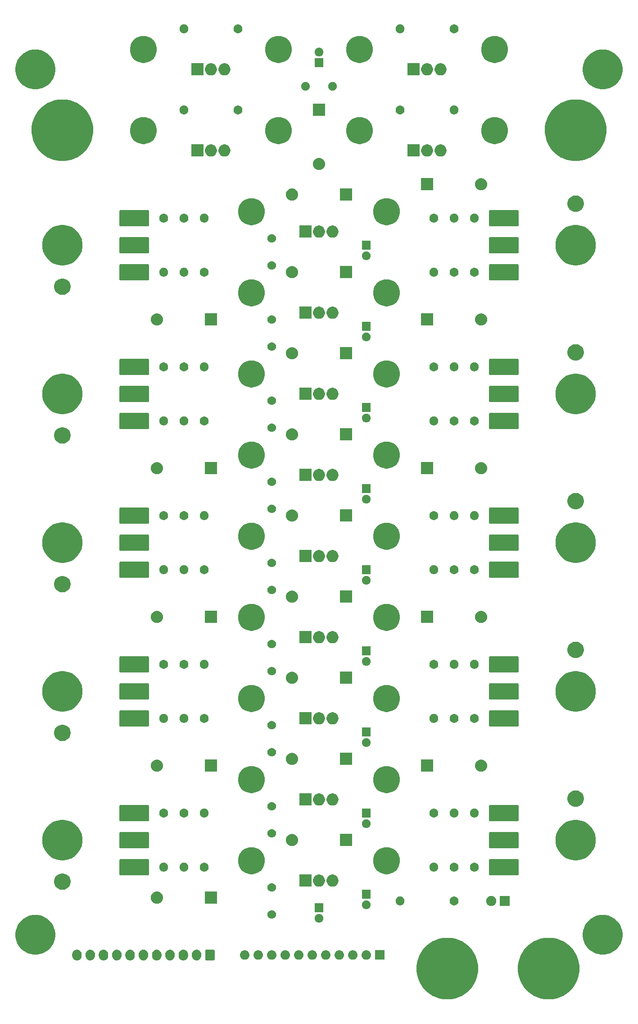
<source format=gbr>
G04 #@! TF.GenerationSoftware,KiCad,Pcbnew,(5.1.4)-1*
G04 #@! TF.CreationDate,2019-10-05T20:51:56-04:00*
G04 #@! TF.ProjectId,Fusion Cell Emulator,46757369-6f6e-4204-9365-6c6c20456d75,rev?*
G04 #@! TF.SameCoordinates,Original*
G04 #@! TF.FileFunction,Soldermask,Bot*
G04 #@! TF.FilePolarity,Negative*
%FSLAX46Y46*%
G04 Gerber Fmt 4.6, Leading zero omitted, Abs format (unit mm)*
G04 Created by KiCad (PCBNEW (5.1.4)-1) date 2019-10-05 20:51:56*
%MOMM*%
%LPD*%
G04 APERTURE LIST*
%ADD10C,0.100000*%
G04 APERTURE END LIST*
D10*
G36*
X196429640Y-122537508D02*
G01*
X197268329Y-122704334D01*
X197984219Y-123000866D01*
X198321693Y-123140652D01*
X199269699Y-123774089D01*
X200075911Y-124580301D01*
X200709348Y-125528307D01*
X200763110Y-125658100D01*
X201145666Y-126581671D01*
X201368100Y-127699923D01*
X201368100Y-128840077D01*
X201145666Y-129958329D01*
X200849134Y-130674219D01*
X200709348Y-131011693D01*
X200075911Y-131959699D01*
X199269699Y-132765911D01*
X198321693Y-133399348D01*
X197984219Y-133539134D01*
X197268329Y-133835666D01*
X196429640Y-134002491D01*
X196150078Y-134058100D01*
X195009922Y-134058100D01*
X194730360Y-134002491D01*
X193891671Y-133835666D01*
X193175781Y-133539134D01*
X192838307Y-133399348D01*
X191890301Y-132765911D01*
X191084089Y-131959699D01*
X190450652Y-131011693D01*
X190310866Y-130674219D01*
X190014334Y-129958329D01*
X189791900Y-128840077D01*
X189791900Y-127699923D01*
X190014334Y-126581671D01*
X190396890Y-125658100D01*
X190450652Y-125528307D01*
X191084089Y-124580301D01*
X191890301Y-123774089D01*
X192838307Y-123140652D01*
X193175781Y-123000866D01*
X193891671Y-122704334D01*
X194730360Y-122537508D01*
X195009922Y-122481900D01*
X196150078Y-122481900D01*
X196429640Y-122537508D01*
X196429640Y-122537508D01*
G37*
G36*
X177379640Y-122537508D02*
G01*
X178218329Y-122704334D01*
X178934219Y-123000866D01*
X179271693Y-123140652D01*
X180219699Y-123774089D01*
X181025911Y-124580301D01*
X181659348Y-125528307D01*
X181713110Y-125658100D01*
X182095666Y-126581671D01*
X182318100Y-127699923D01*
X182318100Y-128840077D01*
X182095666Y-129958329D01*
X181799134Y-130674219D01*
X181659348Y-131011693D01*
X181025911Y-131959699D01*
X180219699Y-132765911D01*
X179271693Y-133399348D01*
X178934219Y-133539134D01*
X178218329Y-133835666D01*
X177379640Y-134002491D01*
X177100078Y-134058100D01*
X175959922Y-134058100D01*
X175680360Y-134002491D01*
X174841671Y-133835666D01*
X174125781Y-133539134D01*
X173788307Y-133399348D01*
X172840301Y-132765911D01*
X172034089Y-131959699D01*
X171400652Y-131011693D01*
X171260866Y-130674219D01*
X170964334Y-129958329D01*
X170741900Y-128840077D01*
X170741900Y-127699923D01*
X170964334Y-126581671D01*
X171346890Y-125658100D01*
X171400652Y-125528307D01*
X172034089Y-124580301D01*
X172840301Y-123774089D01*
X173788307Y-123140652D01*
X174125781Y-123000866D01*
X174841671Y-122704334D01*
X175680360Y-122537508D01*
X175959922Y-122481900D01*
X177100078Y-122481900D01*
X177379640Y-122537508D01*
X177379640Y-122537508D01*
G37*
G36*
X107054098Y-124729750D02*
G01*
X107221506Y-124780533D01*
X107221508Y-124780534D01*
X107375791Y-124863000D01*
X107511021Y-124973979D01*
X107622000Y-125109209D01*
X107688814Y-125234209D01*
X107704467Y-125263494D01*
X107755250Y-125430903D01*
X107768100Y-125561372D01*
X107768100Y-125898629D01*
X107755250Y-126029098D01*
X107704467Y-126196505D01*
X107704466Y-126196508D01*
X107622000Y-126350791D01*
X107511021Y-126486021D01*
X107375791Y-126597000D01*
X107282694Y-126646761D01*
X107221505Y-126679467D01*
X107054097Y-126730250D01*
X106880000Y-126747397D01*
X106705902Y-126730250D01*
X106538494Y-126679467D01*
X106477305Y-126646761D01*
X106384209Y-126597000D01*
X106248979Y-126486021D01*
X106138000Y-126350791D01*
X106055534Y-126196507D01*
X106055533Y-126196505D01*
X106004750Y-126029097D01*
X105991900Y-125898628D01*
X105991900Y-125561371D01*
X106004750Y-125430902D01*
X106055533Y-125263494D01*
X106071186Y-125234209D01*
X106138000Y-125109209D01*
X106248977Y-124973983D01*
X106248979Y-124973982D01*
X106248980Y-124973980D01*
X106384212Y-124862999D01*
X106538495Y-124780533D01*
X106705903Y-124729750D01*
X106880000Y-124712603D01*
X107054098Y-124729750D01*
X107054098Y-124729750D01*
G37*
G36*
X114554098Y-124729750D02*
G01*
X114721506Y-124780533D01*
X114721508Y-124780534D01*
X114875791Y-124863000D01*
X115011021Y-124973979D01*
X115122000Y-125109209D01*
X115188814Y-125234209D01*
X115204467Y-125263494D01*
X115255250Y-125430903D01*
X115268100Y-125561372D01*
X115268100Y-125898629D01*
X115255250Y-126029098D01*
X115204467Y-126196505D01*
X115204466Y-126196508D01*
X115122000Y-126350791D01*
X115011021Y-126486021D01*
X114875791Y-126597000D01*
X114782694Y-126646761D01*
X114721505Y-126679467D01*
X114554097Y-126730250D01*
X114380000Y-126747397D01*
X114205902Y-126730250D01*
X114038494Y-126679467D01*
X113977305Y-126646761D01*
X113884209Y-126597000D01*
X113748979Y-126486021D01*
X113638000Y-126350791D01*
X113555534Y-126196507D01*
X113555533Y-126196505D01*
X113504750Y-126029097D01*
X113491900Y-125898628D01*
X113491900Y-125561371D01*
X113504750Y-125430902D01*
X113555533Y-125263494D01*
X113571186Y-125234209D01*
X113638000Y-125109209D01*
X113748977Y-124973983D01*
X113748979Y-124973982D01*
X113748980Y-124973980D01*
X113884212Y-124862999D01*
X114038495Y-124780533D01*
X114205903Y-124729750D01*
X114380000Y-124712603D01*
X114554098Y-124729750D01*
X114554098Y-124729750D01*
G37*
G36*
X129554098Y-124729750D02*
G01*
X129721506Y-124780533D01*
X129721508Y-124780534D01*
X129875791Y-124863000D01*
X130011021Y-124973979D01*
X130122000Y-125109209D01*
X130188814Y-125234209D01*
X130204467Y-125263494D01*
X130255250Y-125430903D01*
X130268100Y-125561372D01*
X130268100Y-125898629D01*
X130255250Y-126029098D01*
X130204467Y-126196505D01*
X130204466Y-126196508D01*
X130122000Y-126350791D01*
X130011021Y-126486021D01*
X129875791Y-126597000D01*
X129782694Y-126646761D01*
X129721505Y-126679467D01*
X129554097Y-126730250D01*
X129380000Y-126747397D01*
X129205902Y-126730250D01*
X129038494Y-126679467D01*
X128977305Y-126646761D01*
X128884209Y-126597000D01*
X128748979Y-126486021D01*
X128638000Y-126350791D01*
X128555534Y-126196507D01*
X128555533Y-126196505D01*
X128504750Y-126029097D01*
X128491900Y-125898628D01*
X128491900Y-125561371D01*
X128504750Y-125430902D01*
X128555533Y-125263494D01*
X128571186Y-125234209D01*
X128638000Y-125109209D01*
X128748977Y-124973983D01*
X128748979Y-124973982D01*
X128748980Y-124973980D01*
X128884212Y-124862999D01*
X129038495Y-124780533D01*
X129205903Y-124729750D01*
X129380000Y-124712603D01*
X129554098Y-124729750D01*
X129554098Y-124729750D01*
G37*
G36*
X127054098Y-124729750D02*
G01*
X127221506Y-124780533D01*
X127221508Y-124780534D01*
X127375791Y-124863000D01*
X127511021Y-124973979D01*
X127622000Y-125109209D01*
X127688814Y-125234209D01*
X127704467Y-125263494D01*
X127755250Y-125430903D01*
X127768100Y-125561372D01*
X127768100Y-125898629D01*
X127755250Y-126029098D01*
X127704467Y-126196505D01*
X127704466Y-126196508D01*
X127622000Y-126350791D01*
X127511021Y-126486021D01*
X127375791Y-126597000D01*
X127282694Y-126646761D01*
X127221505Y-126679467D01*
X127054097Y-126730250D01*
X126880000Y-126747397D01*
X126705902Y-126730250D01*
X126538494Y-126679467D01*
X126477305Y-126646761D01*
X126384209Y-126597000D01*
X126248979Y-126486021D01*
X126138000Y-126350791D01*
X126055534Y-126196507D01*
X126055533Y-126196505D01*
X126004750Y-126029097D01*
X125991900Y-125898628D01*
X125991900Y-125561371D01*
X126004750Y-125430902D01*
X126055533Y-125263494D01*
X126071186Y-125234209D01*
X126138000Y-125109209D01*
X126248977Y-124973983D01*
X126248979Y-124973982D01*
X126248980Y-124973980D01*
X126384212Y-124862999D01*
X126538495Y-124780533D01*
X126705903Y-124729750D01*
X126880000Y-124712603D01*
X127054098Y-124729750D01*
X127054098Y-124729750D01*
G37*
G36*
X124554098Y-124729750D02*
G01*
X124721506Y-124780533D01*
X124721508Y-124780534D01*
X124875791Y-124863000D01*
X125011021Y-124973979D01*
X125122000Y-125109209D01*
X125188814Y-125234209D01*
X125204467Y-125263494D01*
X125255250Y-125430903D01*
X125268100Y-125561372D01*
X125268100Y-125898629D01*
X125255250Y-126029098D01*
X125204467Y-126196505D01*
X125204466Y-126196508D01*
X125122000Y-126350791D01*
X125011021Y-126486021D01*
X124875791Y-126597000D01*
X124782694Y-126646761D01*
X124721505Y-126679467D01*
X124554097Y-126730250D01*
X124380000Y-126747397D01*
X124205902Y-126730250D01*
X124038494Y-126679467D01*
X123977305Y-126646761D01*
X123884209Y-126597000D01*
X123748979Y-126486021D01*
X123638000Y-126350791D01*
X123555534Y-126196507D01*
X123555533Y-126196505D01*
X123504750Y-126029097D01*
X123491900Y-125898628D01*
X123491900Y-125561371D01*
X123504750Y-125430902D01*
X123555533Y-125263494D01*
X123571186Y-125234209D01*
X123638000Y-125109209D01*
X123748977Y-124973983D01*
X123748979Y-124973982D01*
X123748980Y-124973980D01*
X123884212Y-124862999D01*
X124038495Y-124780533D01*
X124205903Y-124729750D01*
X124380000Y-124712603D01*
X124554098Y-124729750D01*
X124554098Y-124729750D01*
G37*
G36*
X122054098Y-124729750D02*
G01*
X122221506Y-124780533D01*
X122221508Y-124780534D01*
X122375791Y-124863000D01*
X122511021Y-124973979D01*
X122622000Y-125109209D01*
X122688814Y-125234209D01*
X122704467Y-125263494D01*
X122755250Y-125430903D01*
X122768100Y-125561372D01*
X122768100Y-125898629D01*
X122755250Y-126029098D01*
X122704467Y-126196505D01*
X122704466Y-126196508D01*
X122622000Y-126350791D01*
X122511021Y-126486021D01*
X122375791Y-126597000D01*
X122282694Y-126646761D01*
X122221505Y-126679467D01*
X122054097Y-126730250D01*
X121880000Y-126747397D01*
X121705902Y-126730250D01*
X121538494Y-126679467D01*
X121477305Y-126646761D01*
X121384209Y-126597000D01*
X121248979Y-126486021D01*
X121138000Y-126350791D01*
X121055534Y-126196507D01*
X121055533Y-126196505D01*
X121004750Y-126029097D01*
X120991900Y-125898628D01*
X120991900Y-125561371D01*
X121004750Y-125430902D01*
X121055533Y-125263494D01*
X121071186Y-125234209D01*
X121138000Y-125109209D01*
X121248977Y-124973983D01*
X121248979Y-124973982D01*
X121248980Y-124973980D01*
X121384212Y-124862999D01*
X121538495Y-124780533D01*
X121705903Y-124729750D01*
X121880000Y-124712603D01*
X122054098Y-124729750D01*
X122054098Y-124729750D01*
G37*
G36*
X117054098Y-124729750D02*
G01*
X117221506Y-124780533D01*
X117221508Y-124780534D01*
X117375791Y-124863000D01*
X117511021Y-124973979D01*
X117622000Y-125109209D01*
X117688814Y-125234209D01*
X117704467Y-125263494D01*
X117755250Y-125430903D01*
X117768100Y-125561372D01*
X117768100Y-125898629D01*
X117755250Y-126029098D01*
X117704467Y-126196505D01*
X117704466Y-126196508D01*
X117622000Y-126350791D01*
X117511021Y-126486021D01*
X117375791Y-126597000D01*
X117282694Y-126646761D01*
X117221505Y-126679467D01*
X117054097Y-126730250D01*
X116880000Y-126747397D01*
X116705902Y-126730250D01*
X116538494Y-126679467D01*
X116477305Y-126646761D01*
X116384209Y-126597000D01*
X116248979Y-126486021D01*
X116138000Y-126350791D01*
X116055534Y-126196507D01*
X116055533Y-126196505D01*
X116004750Y-126029097D01*
X115991900Y-125898628D01*
X115991900Y-125561371D01*
X116004750Y-125430902D01*
X116055533Y-125263494D01*
X116071186Y-125234209D01*
X116138000Y-125109209D01*
X116248977Y-124973983D01*
X116248979Y-124973982D01*
X116248980Y-124973980D01*
X116384212Y-124862999D01*
X116538495Y-124780533D01*
X116705903Y-124729750D01*
X116880000Y-124712603D01*
X117054098Y-124729750D01*
X117054098Y-124729750D01*
G37*
G36*
X119554098Y-124729750D02*
G01*
X119721506Y-124780533D01*
X119721508Y-124780534D01*
X119875791Y-124863000D01*
X120011021Y-124973979D01*
X120122000Y-125109209D01*
X120188814Y-125234209D01*
X120204467Y-125263494D01*
X120255250Y-125430903D01*
X120268100Y-125561372D01*
X120268100Y-125898629D01*
X120255250Y-126029098D01*
X120204467Y-126196505D01*
X120204466Y-126196508D01*
X120122000Y-126350791D01*
X120011021Y-126486021D01*
X119875791Y-126597000D01*
X119782694Y-126646761D01*
X119721505Y-126679467D01*
X119554097Y-126730250D01*
X119380000Y-126747397D01*
X119205902Y-126730250D01*
X119038494Y-126679467D01*
X118977305Y-126646761D01*
X118884209Y-126597000D01*
X118748979Y-126486021D01*
X118638000Y-126350791D01*
X118555534Y-126196507D01*
X118555533Y-126196505D01*
X118504750Y-126029097D01*
X118491900Y-125898628D01*
X118491900Y-125561371D01*
X118504750Y-125430902D01*
X118555533Y-125263494D01*
X118571186Y-125234209D01*
X118638000Y-125109209D01*
X118748977Y-124973983D01*
X118748979Y-124973982D01*
X118748980Y-124973980D01*
X118884212Y-124862999D01*
X119038495Y-124780533D01*
X119205903Y-124729750D01*
X119380000Y-124712603D01*
X119554098Y-124729750D01*
X119554098Y-124729750D01*
G37*
G36*
X109554098Y-124729750D02*
G01*
X109721506Y-124780533D01*
X109721508Y-124780534D01*
X109875791Y-124863000D01*
X110011021Y-124973979D01*
X110122000Y-125109209D01*
X110188814Y-125234209D01*
X110204467Y-125263494D01*
X110255250Y-125430903D01*
X110268100Y-125561372D01*
X110268100Y-125898629D01*
X110255250Y-126029098D01*
X110204467Y-126196505D01*
X110204466Y-126196508D01*
X110122000Y-126350791D01*
X110011021Y-126486021D01*
X109875791Y-126597000D01*
X109782694Y-126646761D01*
X109721505Y-126679467D01*
X109554097Y-126730250D01*
X109380000Y-126747397D01*
X109205902Y-126730250D01*
X109038494Y-126679467D01*
X108977305Y-126646761D01*
X108884209Y-126597000D01*
X108748979Y-126486021D01*
X108638000Y-126350791D01*
X108555534Y-126196507D01*
X108555533Y-126196505D01*
X108504750Y-126029097D01*
X108491900Y-125898628D01*
X108491900Y-125561371D01*
X108504750Y-125430902D01*
X108555533Y-125263494D01*
X108571186Y-125234209D01*
X108638000Y-125109209D01*
X108748977Y-124973983D01*
X108748979Y-124973982D01*
X108748980Y-124973980D01*
X108884212Y-124862999D01*
X109038495Y-124780533D01*
X109205903Y-124729750D01*
X109380000Y-124712603D01*
X109554098Y-124729750D01*
X109554098Y-124729750D01*
G37*
G36*
X112054098Y-124729750D02*
G01*
X112221506Y-124780533D01*
X112221508Y-124780534D01*
X112375791Y-124863000D01*
X112511021Y-124973979D01*
X112622000Y-125109209D01*
X112688814Y-125234209D01*
X112704467Y-125263494D01*
X112755250Y-125430903D01*
X112768100Y-125561372D01*
X112768100Y-125898629D01*
X112755250Y-126029098D01*
X112704467Y-126196505D01*
X112704466Y-126196508D01*
X112622000Y-126350791D01*
X112511021Y-126486021D01*
X112375791Y-126597000D01*
X112282694Y-126646761D01*
X112221505Y-126679467D01*
X112054097Y-126730250D01*
X111880000Y-126747397D01*
X111705902Y-126730250D01*
X111538494Y-126679467D01*
X111477305Y-126646761D01*
X111384209Y-126597000D01*
X111248979Y-126486021D01*
X111138000Y-126350791D01*
X111055534Y-126196507D01*
X111055533Y-126196505D01*
X111004750Y-126029097D01*
X110991900Y-125898628D01*
X110991900Y-125561371D01*
X111004750Y-125430902D01*
X111055533Y-125263494D01*
X111071186Y-125234209D01*
X111138000Y-125109209D01*
X111248977Y-124973983D01*
X111248979Y-124973982D01*
X111248980Y-124973980D01*
X111384212Y-124862999D01*
X111538495Y-124780533D01*
X111705903Y-124729750D01*
X111880000Y-124712603D01*
X112054098Y-124729750D01*
X112054098Y-124729750D01*
G37*
G36*
X132593868Y-124721359D02*
G01*
X132634408Y-124733656D01*
X132671761Y-124753622D01*
X132704505Y-124780495D01*
X132731378Y-124813239D01*
X132751344Y-124850592D01*
X132763641Y-124891132D01*
X132768100Y-124936400D01*
X132768100Y-126523600D01*
X132763641Y-126568868D01*
X132751344Y-126609408D01*
X132731378Y-126646761D01*
X132704505Y-126679505D01*
X132671761Y-126706378D01*
X132634408Y-126726344D01*
X132593868Y-126738641D01*
X132548600Y-126743100D01*
X131211400Y-126743100D01*
X131166132Y-126738641D01*
X131125592Y-126726344D01*
X131088239Y-126706378D01*
X131055495Y-126679505D01*
X131028622Y-126646761D01*
X131008656Y-126609408D01*
X130996359Y-126568868D01*
X130991900Y-126523600D01*
X130991900Y-124936400D01*
X130996359Y-124891132D01*
X131008656Y-124850592D01*
X131028622Y-124813239D01*
X131055495Y-124780495D01*
X131088239Y-124753622D01*
X131125592Y-124733656D01*
X131166132Y-124721359D01*
X131211400Y-124716900D01*
X132548600Y-124716900D01*
X132593868Y-124721359D01*
X132593868Y-124721359D01*
G37*
G36*
X158924098Y-124854750D02*
G01*
X159091506Y-124905533D01*
X159091508Y-124905534D01*
X159245791Y-124988000D01*
X159381021Y-125098979D01*
X159492000Y-125234209D01*
X159492001Y-125234211D01*
X159574467Y-125388494D01*
X159625250Y-125555902D01*
X159642397Y-125730000D01*
X159625250Y-125904098D01*
X159587331Y-126029098D01*
X159574466Y-126071508D01*
X159492000Y-126225791D01*
X159381021Y-126361021D01*
X159245791Y-126472000D01*
X159149254Y-126523600D01*
X159091506Y-126554467D01*
X158924098Y-126605250D01*
X158793629Y-126618100D01*
X158706371Y-126618100D01*
X158575902Y-126605250D01*
X158408494Y-126554467D01*
X158350746Y-126523600D01*
X158254209Y-126472000D01*
X158118979Y-126361021D01*
X158008000Y-126225791D01*
X157925534Y-126071508D01*
X157912669Y-126029098D01*
X157874750Y-125904098D01*
X157857603Y-125730000D01*
X157874750Y-125555902D01*
X157925533Y-125388494D01*
X158007999Y-125234211D01*
X158008000Y-125234209D01*
X158118979Y-125098979D01*
X158254209Y-124988000D01*
X158408492Y-124905534D01*
X158408494Y-124905533D01*
X158575902Y-124854750D01*
X158706371Y-124841900D01*
X158793629Y-124841900D01*
X158924098Y-124854750D01*
X158924098Y-124854750D01*
G37*
G36*
X151304098Y-124854750D02*
G01*
X151471506Y-124905533D01*
X151471508Y-124905534D01*
X151625791Y-124988000D01*
X151761021Y-125098979D01*
X151872000Y-125234209D01*
X151872001Y-125234211D01*
X151954467Y-125388494D01*
X152005250Y-125555902D01*
X152022397Y-125730000D01*
X152005250Y-125904098D01*
X151967331Y-126029098D01*
X151954466Y-126071508D01*
X151872000Y-126225791D01*
X151761021Y-126361021D01*
X151625791Y-126472000D01*
X151529254Y-126523600D01*
X151471506Y-126554467D01*
X151304098Y-126605250D01*
X151173629Y-126618100D01*
X151086371Y-126618100D01*
X150955902Y-126605250D01*
X150788494Y-126554467D01*
X150730746Y-126523600D01*
X150634209Y-126472000D01*
X150498979Y-126361021D01*
X150388000Y-126225791D01*
X150305534Y-126071508D01*
X150292669Y-126029098D01*
X150254750Y-125904098D01*
X150237603Y-125730000D01*
X150254750Y-125555902D01*
X150305533Y-125388494D01*
X150387999Y-125234211D01*
X150388000Y-125234209D01*
X150498979Y-125098979D01*
X150634209Y-124988000D01*
X150788492Y-124905534D01*
X150788494Y-124905533D01*
X150955902Y-124854750D01*
X151086371Y-124841900D01*
X151173629Y-124841900D01*
X151304098Y-124854750D01*
X151304098Y-124854750D01*
G37*
G36*
X156384098Y-124854750D02*
G01*
X156551506Y-124905533D01*
X156551508Y-124905534D01*
X156705791Y-124988000D01*
X156841021Y-125098979D01*
X156952000Y-125234209D01*
X156952001Y-125234211D01*
X157034467Y-125388494D01*
X157085250Y-125555902D01*
X157102397Y-125730000D01*
X157085250Y-125904098D01*
X157047331Y-126029098D01*
X157034466Y-126071508D01*
X156952000Y-126225791D01*
X156841021Y-126361021D01*
X156705791Y-126472000D01*
X156609254Y-126523600D01*
X156551506Y-126554467D01*
X156384098Y-126605250D01*
X156253629Y-126618100D01*
X156166371Y-126618100D01*
X156035902Y-126605250D01*
X155868494Y-126554467D01*
X155810746Y-126523600D01*
X155714209Y-126472000D01*
X155578979Y-126361021D01*
X155468000Y-126225791D01*
X155385534Y-126071508D01*
X155372669Y-126029098D01*
X155334750Y-125904098D01*
X155317603Y-125730000D01*
X155334750Y-125555902D01*
X155385533Y-125388494D01*
X155467999Y-125234211D01*
X155468000Y-125234209D01*
X155578979Y-125098979D01*
X155714209Y-124988000D01*
X155868492Y-124905534D01*
X155868494Y-124905533D01*
X156035902Y-124854750D01*
X156166371Y-124841900D01*
X156253629Y-124841900D01*
X156384098Y-124854750D01*
X156384098Y-124854750D01*
G37*
G36*
X153844098Y-124854750D02*
G01*
X154011506Y-124905533D01*
X154011508Y-124905534D01*
X154165791Y-124988000D01*
X154301021Y-125098979D01*
X154412000Y-125234209D01*
X154412001Y-125234211D01*
X154494467Y-125388494D01*
X154545250Y-125555902D01*
X154562397Y-125730000D01*
X154545250Y-125904098D01*
X154507331Y-126029098D01*
X154494466Y-126071508D01*
X154412000Y-126225791D01*
X154301021Y-126361021D01*
X154165791Y-126472000D01*
X154069254Y-126523600D01*
X154011506Y-126554467D01*
X153844098Y-126605250D01*
X153713629Y-126618100D01*
X153626371Y-126618100D01*
X153495902Y-126605250D01*
X153328494Y-126554467D01*
X153270746Y-126523600D01*
X153174209Y-126472000D01*
X153038979Y-126361021D01*
X152928000Y-126225791D01*
X152845534Y-126071508D01*
X152832669Y-126029098D01*
X152794750Y-125904098D01*
X152777603Y-125730000D01*
X152794750Y-125555902D01*
X152845533Y-125388494D01*
X152927999Y-125234211D01*
X152928000Y-125234209D01*
X153038979Y-125098979D01*
X153174209Y-124988000D01*
X153328492Y-124905534D01*
X153328494Y-124905533D01*
X153495902Y-124854750D01*
X153626371Y-124841900D01*
X153713629Y-124841900D01*
X153844098Y-124854750D01*
X153844098Y-124854750D01*
G37*
G36*
X148764098Y-124854750D02*
G01*
X148931506Y-124905533D01*
X148931508Y-124905534D01*
X149085791Y-124988000D01*
X149221021Y-125098979D01*
X149332000Y-125234209D01*
X149332001Y-125234211D01*
X149414467Y-125388494D01*
X149465250Y-125555902D01*
X149482397Y-125730000D01*
X149465250Y-125904098D01*
X149427331Y-126029098D01*
X149414466Y-126071508D01*
X149332000Y-126225791D01*
X149221021Y-126361021D01*
X149085791Y-126472000D01*
X148989254Y-126523600D01*
X148931506Y-126554467D01*
X148764098Y-126605250D01*
X148633629Y-126618100D01*
X148546371Y-126618100D01*
X148415902Y-126605250D01*
X148248494Y-126554467D01*
X148190746Y-126523600D01*
X148094209Y-126472000D01*
X147958979Y-126361021D01*
X147848000Y-126225791D01*
X147765534Y-126071508D01*
X147752669Y-126029098D01*
X147714750Y-125904098D01*
X147697603Y-125730000D01*
X147714750Y-125555902D01*
X147765533Y-125388494D01*
X147847999Y-125234211D01*
X147848000Y-125234209D01*
X147958979Y-125098979D01*
X148094209Y-124988000D01*
X148248492Y-124905534D01*
X148248494Y-124905533D01*
X148415902Y-124854750D01*
X148546371Y-124841900D01*
X148633629Y-124841900D01*
X148764098Y-124854750D01*
X148764098Y-124854750D01*
G37*
G36*
X146224098Y-124854750D02*
G01*
X146391506Y-124905533D01*
X146391508Y-124905534D01*
X146545791Y-124988000D01*
X146681021Y-125098979D01*
X146792000Y-125234209D01*
X146792001Y-125234211D01*
X146874467Y-125388494D01*
X146925250Y-125555902D01*
X146942397Y-125730000D01*
X146925250Y-125904098D01*
X146887331Y-126029098D01*
X146874466Y-126071508D01*
X146792000Y-126225791D01*
X146681021Y-126361021D01*
X146545791Y-126472000D01*
X146449254Y-126523600D01*
X146391506Y-126554467D01*
X146224098Y-126605250D01*
X146093629Y-126618100D01*
X146006371Y-126618100D01*
X145875902Y-126605250D01*
X145708494Y-126554467D01*
X145650746Y-126523600D01*
X145554209Y-126472000D01*
X145418979Y-126361021D01*
X145308000Y-126225791D01*
X145225534Y-126071508D01*
X145212669Y-126029098D01*
X145174750Y-125904098D01*
X145157603Y-125730000D01*
X145174750Y-125555902D01*
X145225533Y-125388494D01*
X145307999Y-125234211D01*
X145308000Y-125234209D01*
X145418979Y-125098979D01*
X145554209Y-124988000D01*
X145708492Y-124905534D01*
X145708494Y-124905533D01*
X145875902Y-124854750D01*
X146006371Y-124841900D01*
X146093629Y-124841900D01*
X146224098Y-124854750D01*
X146224098Y-124854750D01*
G37*
G36*
X143684098Y-124854750D02*
G01*
X143851506Y-124905533D01*
X143851508Y-124905534D01*
X144005791Y-124988000D01*
X144141021Y-125098979D01*
X144252000Y-125234209D01*
X144252001Y-125234211D01*
X144334467Y-125388494D01*
X144385250Y-125555902D01*
X144402397Y-125730000D01*
X144385250Y-125904098D01*
X144347331Y-126029098D01*
X144334466Y-126071508D01*
X144252000Y-126225791D01*
X144141021Y-126361021D01*
X144005791Y-126472000D01*
X143909254Y-126523600D01*
X143851506Y-126554467D01*
X143684098Y-126605250D01*
X143553629Y-126618100D01*
X143466371Y-126618100D01*
X143335902Y-126605250D01*
X143168494Y-126554467D01*
X143110746Y-126523600D01*
X143014209Y-126472000D01*
X142878979Y-126361021D01*
X142768000Y-126225791D01*
X142685534Y-126071508D01*
X142672669Y-126029098D01*
X142634750Y-125904098D01*
X142617603Y-125730000D01*
X142634750Y-125555902D01*
X142685533Y-125388494D01*
X142767999Y-125234211D01*
X142768000Y-125234209D01*
X142878979Y-125098979D01*
X143014209Y-124988000D01*
X143168492Y-124905534D01*
X143168494Y-124905533D01*
X143335902Y-124854750D01*
X143466371Y-124841900D01*
X143553629Y-124841900D01*
X143684098Y-124854750D01*
X143684098Y-124854750D01*
G37*
G36*
X141144098Y-124854750D02*
G01*
X141311506Y-124905533D01*
X141311508Y-124905534D01*
X141465791Y-124988000D01*
X141601021Y-125098979D01*
X141712000Y-125234209D01*
X141712001Y-125234211D01*
X141794467Y-125388494D01*
X141845250Y-125555902D01*
X141862397Y-125730000D01*
X141845250Y-125904098D01*
X141807331Y-126029098D01*
X141794466Y-126071508D01*
X141712000Y-126225791D01*
X141601021Y-126361021D01*
X141465791Y-126472000D01*
X141369254Y-126523600D01*
X141311506Y-126554467D01*
X141144098Y-126605250D01*
X141013629Y-126618100D01*
X140926371Y-126618100D01*
X140795902Y-126605250D01*
X140628494Y-126554467D01*
X140570746Y-126523600D01*
X140474209Y-126472000D01*
X140338979Y-126361021D01*
X140228000Y-126225791D01*
X140145534Y-126071508D01*
X140132669Y-126029098D01*
X140094750Y-125904098D01*
X140077603Y-125730000D01*
X140094750Y-125555902D01*
X140145533Y-125388494D01*
X140227999Y-125234211D01*
X140228000Y-125234209D01*
X140338979Y-125098979D01*
X140474209Y-124988000D01*
X140628492Y-124905534D01*
X140628494Y-124905533D01*
X140795902Y-124854750D01*
X140926371Y-124841900D01*
X141013629Y-124841900D01*
X141144098Y-124854750D01*
X141144098Y-124854750D01*
G37*
G36*
X138604098Y-124854750D02*
G01*
X138771506Y-124905533D01*
X138771508Y-124905534D01*
X138925791Y-124988000D01*
X139061021Y-125098979D01*
X139172000Y-125234209D01*
X139172001Y-125234211D01*
X139254467Y-125388494D01*
X139305250Y-125555902D01*
X139322397Y-125730000D01*
X139305250Y-125904098D01*
X139267331Y-126029098D01*
X139254466Y-126071508D01*
X139172000Y-126225791D01*
X139061021Y-126361021D01*
X138925791Y-126472000D01*
X138829254Y-126523600D01*
X138771506Y-126554467D01*
X138604098Y-126605250D01*
X138473629Y-126618100D01*
X138386371Y-126618100D01*
X138255902Y-126605250D01*
X138088494Y-126554467D01*
X138030746Y-126523600D01*
X137934209Y-126472000D01*
X137798979Y-126361021D01*
X137688000Y-126225791D01*
X137605534Y-126071508D01*
X137592669Y-126029098D01*
X137554750Y-125904098D01*
X137537603Y-125730000D01*
X137554750Y-125555902D01*
X137605533Y-125388494D01*
X137687999Y-125234211D01*
X137688000Y-125234209D01*
X137798979Y-125098979D01*
X137934209Y-124988000D01*
X138088492Y-124905534D01*
X138088494Y-124905533D01*
X138255902Y-124854750D01*
X138386371Y-124841900D01*
X138473629Y-124841900D01*
X138604098Y-124854750D01*
X138604098Y-124854750D01*
G37*
G36*
X161464098Y-124854750D02*
G01*
X161631506Y-124905533D01*
X161631508Y-124905534D01*
X161785791Y-124988000D01*
X161921021Y-125098979D01*
X162032000Y-125234209D01*
X162032001Y-125234211D01*
X162114467Y-125388494D01*
X162165250Y-125555902D01*
X162182397Y-125730000D01*
X162165250Y-125904098D01*
X162127331Y-126029098D01*
X162114466Y-126071508D01*
X162032000Y-126225791D01*
X161921021Y-126361021D01*
X161785791Y-126472000D01*
X161689254Y-126523600D01*
X161631506Y-126554467D01*
X161464098Y-126605250D01*
X161333629Y-126618100D01*
X161246371Y-126618100D01*
X161115902Y-126605250D01*
X160948494Y-126554467D01*
X160890746Y-126523600D01*
X160794209Y-126472000D01*
X160658979Y-126361021D01*
X160548000Y-126225791D01*
X160465534Y-126071508D01*
X160452669Y-126029098D01*
X160414750Y-125904098D01*
X160397603Y-125730000D01*
X160414750Y-125555902D01*
X160465533Y-125388494D01*
X160547999Y-125234211D01*
X160548000Y-125234209D01*
X160658979Y-125098979D01*
X160794209Y-124988000D01*
X160948492Y-124905534D01*
X160948494Y-124905533D01*
X161115902Y-124854750D01*
X161246371Y-124841900D01*
X161333629Y-124841900D01*
X161464098Y-124854750D01*
X161464098Y-124854750D01*
G37*
G36*
X164718100Y-126618100D02*
G01*
X162941900Y-126618100D01*
X162941900Y-124841900D01*
X164718100Y-124841900D01*
X164718100Y-126618100D01*
X164718100Y-126618100D01*
G37*
G36*
X100150364Y-118325553D02*
G01*
X100276013Y-118377599D01*
X100830651Y-118607337D01*
X100830654Y-118607339D01*
X101442900Y-119016428D01*
X101963572Y-119537100D01*
X102036264Y-119645892D01*
X102372663Y-120149349D01*
X102602401Y-120703987D01*
X102654447Y-120829636D01*
X102798100Y-121551829D01*
X102798100Y-122288171D01*
X102654447Y-123010364D01*
X102654446Y-123010366D01*
X102372663Y-123690651D01*
X102372661Y-123690654D01*
X101963572Y-124302900D01*
X101442900Y-124823572D01*
X101030722Y-125098980D01*
X100830651Y-125232663D01*
X100276013Y-125462401D01*
X100150364Y-125514447D01*
X99428171Y-125658100D01*
X98691829Y-125658100D01*
X97969636Y-125514447D01*
X97843987Y-125462401D01*
X97289349Y-125232663D01*
X97089278Y-125098980D01*
X96677100Y-124823572D01*
X96156428Y-124302900D01*
X95747339Y-123690654D01*
X95747337Y-123690651D01*
X95465554Y-123010366D01*
X95465553Y-123010364D01*
X95321900Y-122288171D01*
X95321900Y-121551829D01*
X95465553Y-120829636D01*
X95517599Y-120703987D01*
X95747337Y-120149349D01*
X96083736Y-119645892D01*
X96156428Y-119537100D01*
X96677100Y-119016428D01*
X97289346Y-118607339D01*
X97289349Y-118607337D01*
X97843987Y-118377599D01*
X97969636Y-118325553D01*
X98691829Y-118181900D01*
X99428171Y-118181900D01*
X100150364Y-118325553D01*
X100150364Y-118325553D01*
G37*
G36*
X206830364Y-118325553D02*
G01*
X206956013Y-118377599D01*
X207510651Y-118607337D01*
X207510654Y-118607339D01*
X208122900Y-119016428D01*
X208643572Y-119537100D01*
X208716264Y-119645892D01*
X209052663Y-120149349D01*
X209282401Y-120703987D01*
X209334447Y-120829636D01*
X209478100Y-121551829D01*
X209478100Y-122288171D01*
X209334447Y-123010364D01*
X209334446Y-123010366D01*
X209052663Y-123690651D01*
X209052661Y-123690654D01*
X208643572Y-124302900D01*
X208122900Y-124823572D01*
X207710722Y-125098980D01*
X207510651Y-125232663D01*
X206956013Y-125462401D01*
X206830364Y-125514447D01*
X206108171Y-125658100D01*
X205371829Y-125658100D01*
X204649636Y-125514447D01*
X204523987Y-125462401D01*
X203969349Y-125232663D01*
X203769278Y-125098980D01*
X203357100Y-124823572D01*
X202836428Y-124302900D01*
X202427339Y-123690654D01*
X202427337Y-123690651D01*
X202145554Y-123010366D01*
X202145553Y-123010364D01*
X202001900Y-122288171D01*
X202001900Y-121551829D01*
X202145553Y-120829636D01*
X202197599Y-120703987D01*
X202427337Y-120149349D01*
X202763736Y-119645892D01*
X202836428Y-119537100D01*
X203357100Y-119016428D01*
X203969346Y-118607339D01*
X203969349Y-118607337D01*
X204523987Y-118377599D01*
X204649636Y-118325553D01*
X205371829Y-118181900D01*
X206108171Y-118181900D01*
X206830364Y-118325553D01*
X206830364Y-118325553D01*
G37*
G36*
X152536519Y-118012636D02*
G01*
X152644467Y-118034108D01*
X152796986Y-118097284D01*
X152796989Y-118097286D01*
X152934257Y-118189005D01*
X153050995Y-118305743D01*
X153142714Y-118443011D01*
X153142716Y-118443014D01*
X153205892Y-118595533D01*
X153238100Y-118757455D01*
X153238100Y-118922545D01*
X153205892Y-119084467D01*
X153142716Y-119236986D01*
X153142714Y-119236989D01*
X153050995Y-119374257D01*
X152934257Y-119490995D01*
X152796989Y-119582714D01*
X152796986Y-119582716D01*
X152644467Y-119645892D01*
X152536519Y-119667364D01*
X152482546Y-119678100D01*
X152317454Y-119678100D01*
X152263481Y-119667364D01*
X152155533Y-119645892D01*
X152003014Y-119582716D01*
X152003011Y-119582714D01*
X151865743Y-119490995D01*
X151749005Y-119374257D01*
X151657286Y-119236989D01*
X151657284Y-119236986D01*
X151594108Y-119084467D01*
X151561900Y-118922545D01*
X151561900Y-118757455D01*
X151594108Y-118595533D01*
X151657284Y-118443014D01*
X151657286Y-118443011D01*
X151749005Y-118305743D01*
X151865743Y-118189005D01*
X152003011Y-118097286D01*
X152003014Y-118097284D01*
X152155533Y-118034108D01*
X152263481Y-118012636D01*
X152317454Y-118001900D01*
X152482546Y-118001900D01*
X152536519Y-118012636D01*
X152536519Y-118012636D01*
G37*
G36*
X143604218Y-117312966D02*
G01*
X143743384Y-117340647D01*
X143888990Y-117400960D01*
X144020030Y-117488518D01*
X144131482Y-117599970D01*
X144219040Y-117731010D01*
X144279353Y-117876616D01*
X144310100Y-118031198D01*
X144310100Y-118188802D01*
X144279353Y-118343384D01*
X144219040Y-118488990D01*
X144131482Y-118620030D01*
X144020030Y-118731482D01*
X143888990Y-118819040D01*
X143743384Y-118879353D01*
X143604218Y-118907034D01*
X143588803Y-118910100D01*
X143431197Y-118910100D01*
X143415782Y-118907034D01*
X143276616Y-118879353D01*
X143131010Y-118819040D01*
X142999970Y-118731482D01*
X142888518Y-118620030D01*
X142800960Y-118488990D01*
X142740647Y-118343384D01*
X142709900Y-118188802D01*
X142709900Y-118031198D01*
X142740647Y-117876616D01*
X142800960Y-117731010D01*
X142888518Y-117599970D01*
X142999970Y-117488518D01*
X143131010Y-117400960D01*
X143276616Y-117340647D01*
X143415782Y-117312966D01*
X143431197Y-117309900D01*
X143588803Y-117309900D01*
X143604218Y-117312966D01*
X143604218Y-117312966D01*
G37*
G36*
X153238100Y-117678100D02*
G01*
X151561900Y-117678100D01*
X151561900Y-116001900D01*
X153238100Y-116001900D01*
X153238100Y-117678100D01*
X153238100Y-117678100D01*
G37*
G36*
X161426519Y-115472636D02*
G01*
X161534467Y-115494108D01*
X161686986Y-115557284D01*
X161686989Y-115557286D01*
X161824257Y-115649005D01*
X161940995Y-115765743D01*
X161973551Y-115814467D01*
X162032716Y-115903014D01*
X162095892Y-116055533D01*
X162105584Y-116104257D01*
X162128100Y-116217454D01*
X162128100Y-116382546D01*
X162123017Y-116408100D01*
X162095892Y-116544467D01*
X162032716Y-116696986D01*
X162032714Y-116696989D01*
X161940995Y-116834257D01*
X161824257Y-116950995D01*
X161686989Y-117042714D01*
X161686986Y-117042716D01*
X161534467Y-117105892D01*
X161426519Y-117127364D01*
X161372546Y-117138100D01*
X161207454Y-117138100D01*
X161153481Y-117127364D01*
X161045533Y-117105892D01*
X160893014Y-117042716D01*
X160893011Y-117042714D01*
X160755743Y-116950995D01*
X160639005Y-116834257D01*
X160547286Y-116696989D01*
X160547284Y-116696986D01*
X160484108Y-116544467D01*
X160456983Y-116408100D01*
X160451900Y-116382546D01*
X160451900Y-116217454D01*
X160474416Y-116104257D01*
X160484108Y-116055533D01*
X160547284Y-115903014D01*
X160606449Y-115814467D01*
X160639005Y-115765743D01*
X160755743Y-115649005D01*
X160893011Y-115557286D01*
X160893014Y-115557284D01*
X161045533Y-115494108D01*
X161153481Y-115472636D01*
X161207454Y-115461900D01*
X161372546Y-115461900D01*
X161426519Y-115472636D01*
X161426519Y-115472636D01*
G37*
G36*
X188263100Y-116508100D02*
G01*
X186386900Y-116508100D01*
X186386900Y-114631900D01*
X188263100Y-114631900D01*
X188263100Y-116508100D01*
X188263100Y-116508100D01*
G37*
G36*
X184937808Y-114643917D02*
G01*
X185058636Y-114667951D01*
X185229354Y-114738665D01*
X185229357Y-114738667D01*
X185383004Y-114841330D01*
X185513670Y-114971996D01*
X185513671Y-114971998D01*
X185616335Y-115125646D01*
X185687049Y-115296364D01*
X185723100Y-115477606D01*
X185723100Y-115662394D01*
X185687049Y-115843636D01*
X185616335Y-116014354D01*
X185616333Y-116014357D01*
X185513670Y-116168004D01*
X185383004Y-116298670D01*
X185309101Y-116348050D01*
X185229354Y-116401335D01*
X185058636Y-116472049D01*
X184937808Y-116496083D01*
X184877395Y-116508100D01*
X184692605Y-116508100D01*
X184632192Y-116496083D01*
X184511364Y-116472049D01*
X184340646Y-116401335D01*
X184260899Y-116348050D01*
X184186996Y-116298670D01*
X184056330Y-116168004D01*
X183953667Y-116014357D01*
X183953665Y-116014354D01*
X183882951Y-115843636D01*
X183846900Y-115662394D01*
X183846900Y-115477606D01*
X183882951Y-115296364D01*
X183953665Y-115125646D01*
X184056329Y-114971998D01*
X184056330Y-114971996D01*
X184186996Y-114841330D01*
X184340643Y-114738667D01*
X184340646Y-114738665D01*
X184511364Y-114667951D01*
X184632192Y-114643917D01*
X184692605Y-114631900D01*
X184877395Y-114631900D01*
X184937808Y-114643917D01*
X184937808Y-114643917D01*
G37*
G36*
X177871951Y-114734932D02*
G01*
X177964296Y-114744027D01*
X178122279Y-114791950D01*
X178122281Y-114791951D01*
X178267878Y-114869774D01*
X178395494Y-114974506D01*
X178500226Y-115102122D01*
X178538118Y-115173014D01*
X178578050Y-115247721D01*
X178625973Y-115405704D01*
X178642155Y-115570000D01*
X178625973Y-115734296D01*
X178578050Y-115892279D01*
X178578049Y-115892281D01*
X178500226Y-116037878D01*
X178395494Y-116165494D01*
X178267878Y-116270226D01*
X178122281Y-116348049D01*
X178122279Y-116348050D01*
X177964296Y-116395973D01*
X177871951Y-116405068D01*
X177841171Y-116408100D01*
X177758829Y-116408100D01*
X177728049Y-116405068D01*
X177635704Y-116395973D01*
X177477721Y-116348050D01*
X177477719Y-116348049D01*
X177332122Y-116270226D01*
X177204506Y-116165494D01*
X177099774Y-116037878D01*
X177021951Y-115892281D01*
X177021950Y-115892279D01*
X176974027Y-115734296D01*
X176957845Y-115570000D01*
X176974027Y-115405704D01*
X177021950Y-115247721D01*
X177061882Y-115173014D01*
X177099774Y-115102122D01*
X177204506Y-114974506D01*
X177332122Y-114869774D01*
X177477719Y-114791951D01*
X177477721Y-114791950D01*
X177635704Y-114744027D01*
X177728049Y-114734932D01*
X177758829Y-114731900D01*
X177841171Y-114731900D01*
X177871951Y-114734932D01*
X177871951Y-114734932D01*
G37*
G36*
X167776519Y-114742636D02*
G01*
X167884467Y-114764108D01*
X168036986Y-114827284D01*
X168036989Y-114827286D01*
X168174257Y-114919005D01*
X168290995Y-115035743D01*
X168372755Y-115158106D01*
X168382716Y-115173014D01*
X168445892Y-115325533D01*
X168478100Y-115487455D01*
X168478100Y-115652545D01*
X168445892Y-115814467D01*
X168382716Y-115966986D01*
X168382714Y-115966989D01*
X168290995Y-116104257D01*
X168174257Y-116220995D01*
X168100577Y-116270226D01*
X168036986Y-116312716D01*
X167884467Y-116375892D01*
X167783512Y-116395973D01*
X167722546Y-116408100D01*
X167557454Y-116408100D01*
X167496488Y-116395973D01*
X167395533Y-116375892D01*
X167243014Y-116312716D01*
X167179423Y-116270226D01*
X167105743Y-116220995D01*
X166989005Y-116104257D01*
X166897286Y-115966989D01*
X166897284Y-115966986D01*
X166834108Y-115814467D01*
X166801900Y-115652545D01*
X166801900Y-115487455D01*
X166834108Y-115325533D01*
X166897284Y-115173014D01*
X166907245Y-115158106D01*
X166989005Y-115035743D01*
X167105743Y-114919005D01*
X167243011Y-114827286D01*
X167243014Y-114827284D01*
X167395533Y-114764108D01*
X167503481Y-114742636D01*
X167557454Y-114731900D01*
X167722546Y-114731900D01*
X167776519Y-114742636D01*
X167776519Y-114742636D01*
G37*
G36*
X122143104Y-113813367D02*
G01*
X122357642Y-113878446D01*
X122555356Y-113984127D01*
X122728653Y-114126347D01*
X122870873Y-114299644D01*
X122976554Y-114497358D01*
X123041633Y-114711896D01*
X123063607Y-114935000D01*
X123041633Y-115158104D01*
X122976554Y-115372642D01*
X122870873Y-115570356D01*
X122728653Y-115743653D01*
X122555356Y-115885873D01*
X122357642Y-115991554D01*
X122143104Y-116056633D01*
X121975914Y-116073100D01*
X121864086Y-116073100D01*
X121696896Y-116056633D01*
X121482358Y-115991554D01*
X121284644Y-115885873D01*
X121111347Y-115743653D01*
X120969127Y-115570356D01*
X120863446Y-115372642D01*
X120798367Y-115158104D01*
X120776393Y-114935000D01*
X120798367Y-114711896D01*
X120863446Y-114497358D01*
X120969127Y-114299644D01*
X121111347Y-114126347D01*
X121284644Y-113984127D01*
X121482358Y-113878446D01*
X121696896Y-113813367D01*
X121864086Y-113796900D01*
X121975914Y-113796900D01*
X122143104Y-113813367D01*
X122143104Y-113813367D01*
G37*
G36*
X133218100Y-116073100D02*
G01*
X130941900Y-116073100D01*
X130941900Y-113796900D01*
X133218100Y-113796900D01*
X133218100Y-116073100D01*
X133218100Y-116073100D01*
G37*
G36*
X162128100Y-115138100D02*
G01*
X160451900Y-115138100D01*
X160451900Y-113461900D01*
X162128100Y-113461900D01*
X162128100Y-115138100D01*
X162128100Y-115138100D01*
G37*
G36*
X143604218Y-112232966D02*
G01*
X143743384Y-112260647D01*
X143888990Y-112320960D01*
X144020030Y-112408518D01*
X144131482Y-112519970D01*
X144219040Y-112651010D01*
X144279353Y-112796616D01*
X144310100Y-112951198D01*
X144310100Y-113108802D01*
X144279353Y-113263384D01*
X144219040Y-113408990D01*
X144131482Y-113540030D01*
X144020030Y-113651482D01*
X143888990Y-113739040D01*
X143743384Y-113799353D01*
X143604218Y-113827034D01*
X143588803Y-113830100D01*
X143431197Y-113830100D01*
X143415782Y-113827034D01*
X143276616Y-113799353D01*
X143131010Y-113739040D01*
X142999970Y-113651482D01*
X142888518Y-113540030D01*
X142800960Y-113408990D01*
X142740647Y-113263384D01*
X142709900Y-113108802D01*
X142709900Y-112951198D01*
X142740647Y-112796616D01*
X142800960Y-112651010D01*
X142888518Y-112519970D01*
X142999970Y-112408518D01*
X143131010Y-112320960D01*
X143276616Y-112260647D01*
X143415782Y-112232966D01*
X143431197Y-112229900D01*
X143588803Y-112229900D01*
X143604218Y-112232966D01*
X143604218Y-112232966D01*
G37*
G36*
X104390542Y-110421603D02*
G01*
X104588649Y-110461009D01*
X104868560Y-110576952D01*
X105120480Y-110745279D01*
X105334721Y-110959520D01*
X105503048Y-111211440D01*
X105618991Y-111491351D01*
X105678100Y-111788511D01*
X105678100Y-112091489D01*
X105618991Y-112388649D01*
X105503048Y-112668560D01*
X105334721Y-112920480D01*
X105120480Y-113134721D01*
X104868560Y-113303048D01*
X104588649Y-113418991D01*
X104390542Y-113458397D01*
X104291490Y-113478100D01*
X103988510Y-113478100D01*
X103889458Y-113458397D01*
X103691351Y-113418991D01*
X103411440Y-113303048D01*
X103159520Y-113134721D01*
X102945279Y-112920480D01*
X102776952Y-112668560D01*
X102661009Y-112388649D01*
X102601900Y-112091489D01*
X102601900Y-111788511D01*
X102661009Y-111491351D01*
X102776952Y-111211440D01*
X102945279Y-110959520D01*
X103159520Y-110745279D01*
X103411440Y-110576952D01*
X103691351Y-110461009D01*
X103889458Y-110421603D01*
X103988510Y-110401900D01*
X104291490Y-110401900D01*
X104390542Y-110421603D01*
X104390542Y-110421603D01*
G37*
G36*
X155271972Y-110665636D02*
G01*
X155271975Y-110665637D01*
X155271974Y-110665637D01*
X155479090Y-110751427D01*
X155479093Y-110751429D01*
X155665497Y-110875980D01*
X155824020Y-111034503D01*
X155824021Y-111034505D01*
X155948573Y-111220910D01*
X156018518Y-111389773D01*
X156034364Y-111428028D01*
X156078100Y-111647907D01*
X156078100Y-111872093D01*
X156034364Y-112091972D01*
X156034363Y-112091974D01*
X155948573Y-112299090D01*
X155948571Y-112299093D01*
X155824020Y-112485497D01*
X155665497Y-112644020D01*
X155479093Y-112768571D01*
X155479090Y-112768573D01*
X155310227Y-112838518D01*
X155271972Y-112854364D01*
X155052093Y-112898100D01*
X154827907Y-112898100D01*
X154608028Y-112854364D01*
X154569773Y-112838518D01*
X154400910Y-112768573D01*
X154400907Y-112768571D01*
X154214503Y-112644020D01*
X154055980Y-112485497D01*
X153931429Y-112299093D01*
X153931427Y-112299090D01*
X153845637Y-112091974D01*
X153845636Y-112091972D01*
X153801900Y-111872093D01*
X153801900Y-111647907D01*
X153845636Y-111428028D01*
X153861482Y-111389773D01*
X153931427Y-111220910D01*
X154055979Y-111034505D01*
X154055980Y-111034503D01*
X154214503Y-110875980D01*
X154400907Y-110751429D01*
X154400910Y-110751427D01*
X154608026Y-110665637D01*
X154608025Y-110665637D01*
X154608028Y-110665636D01*
X154827907Y-110621900D01*
X155052093Y-110621900D01*
X155271972Y-110665636D01*
X155271972Y-110665636D01*
G37*
G36*
X152731972Y-110665636D02*
G01*
X152731975Y-110665637D01*
X152731974Y-110665637D01*
X152939090Y-110751427D01*
X152939093Y-110751429D01*
X153125497Y-110875980D01*
X153284020Y-111034503D01*
X153284021Y-111034505D01*
X153408573Y-111220910D01*
X153478518Y-111389773D01*
X153494364Y-111428028D01*
X153538100Y-111647907D01*
X153538100Y-111872093D01*
X153494364Y-112091972D01*
X153494363Y-112091974D01*
X153408573Y-112299090D01*
X153408571Y-112299093D01*
X153284020Y-112485497D01*
X153125497Y-112644020D01*
X152939093Y-112768571D01*
X152939090Y-112768573D01*
X152770227Y-112838518D01*
X152731972Y-112854364D01*
X152512093Y-112898100D01*
X152287907Y-112898100D01*
X152068028Y-112854364D01*
X152029773Y-112838518D01*
X151860910Y-112768573D01*
X151860907Y-112768571D01*
X151674503Y-112644020D01*
X151515980Y-112485497D01*
X151391429Y-112299093D01*
X151391427Y-112299090D01*
X151305637Y-112091974D01*
X151305636Y-112091972D01*
X151261900Y-111872093D01*
X151261900Y-111647907D01*
X151305636Y-111428028D01*
X151321482Y-111389773D01*
X151391427Y-111220910D01*
X151515979Y-111034505D01*
X151515980Y-111034503D01*
X151674503Y-110875980D01*
X151860907Y-110751429D01*
X151860910Y-110751427D01*
X152068026Y-110665637D01*
X152068025Y-110665637D01*
X152068028Y-110665636D01*
X152287907Y-110621900D01*
X152512093Y-110621900D01*
X152731972Y-110665636D01*
X152731972Y-110665636D01*
G37*
G36*
X150998100Y-112898100D02*
G01*
X148721900Y-112898100D01*
X148721900Y-110621900D01*
X150998100Y-110621900D01*
X150998100Y-112898100D01*
X150998100Y-112898100D01*
G37*
G36*
X189741320Y-107687136D02*
G01*
X189789446Y-107701734D01*
X189833793Y-107725438D01*
X189872663Y-107757337D01*
X189904562Y-107796207D01*
X189928266Y-107840554D01*
X189942864Y-107888680D01*
X189948100Y-107941837D01*
X189948100Y-110498163D01*
X189942864Y-110551320D01*
X189928266Y-110599446D01*
X189904562Y-110643793D01*
X189872663Y-110682663D01*
X189833793Y-110714562D01*
X189789446Y-110738266D01*
X189741320Y-110752864D01*
X189688163Y-110758100D01*
X184631837Y-110758100D01*
X184578680Y-110752864D01*
X184530554Y-110738266D01*
X184486207Y-110714562D01*
X184447337Y-110682663D01*
X184415438Y-110643793D01*
X184391734Y-110599446D01*
X184377136Y-110551320D01*
X184371900Y-110498163D01*
X184371900Y-107941837D01*
X184377136Y-107888680D01*
X184391734Y-107840554D01*
X184415438Y-107796207D01*
X184447337Y-107757337D01*
X184486207Y-107725438D01*
X184530554Y-107701734D01*
X184578680Y-107687136D01*
X184631837Y-107681900D01*
X189688163Y-107681900D01*
X189741320Y-107687136D01*
X189741320Y-107687136D01*
G37*
G36*
X120221320Y-107687136D02*
G01*
X120269446Y-107701734D01*
X120313793Y-107725438D01*
X120352663Y-107757337D01*
X120384562Y-107796207D01*
X120408266Y-107840554D01*
X120422864Y-107888680D01*
X120428100Y-107941837D01*
X120428100Y-110498163D01*
X120422864Y-110551320D01*
X120408266Y-110599446D01*
X120384562Y-110643793D01*
X120352663Y-110682663D01*
X120313793Y-110714562D01*
X120269446Y-110738266D01*
X120221320Y-110752864D01*
X120168163Y-110758100D01*
X115111837Y-110758100D01*
X115058680Y-110752864D01*
X115010554Y-110738266D01*
X114966207Y-110714562D01*
X114927337Y-110682663D01*
X114895438Y-110643793D01*
X114871734Y-110599446D01*
X114857136Y-110551320D01*
X114851900Y-110498163D01*
X114851900Y-107941837D01*
X114857136Y-107888680D01*
X114871734Y-107840554D01*
X114895438Y-107796207D01*
X114927337Y-107757337D01*
X114966207Y-107725438D01*
X115010554Y-107701734D01*
X115058680Y-107687136D01*
X115111837Y-107681900D01*
X120168163Y-107681900D01*
X120221320Y-107687136D01*
X120221320Y-107687136D01*
G37*
G36*
X165513433Y-105504413D02*
G01*
X165840339Y-105569438D01*
X166302238Y-105760763D01*
X166302241Y-105760765D01*
X166717945Y-106038529D01*
X167071471Y-106392055D01*
X167071472Y-106392057D01*
X167349237Y-106807762D01*
X167540562Y-107269661D01*
X167605587Y-107596567D01*
X167637567Y-107757337D01*
X167638100Y-107760020D01*
X167638100Y-108259980D01*
X167540562Y-108750339D01*
X167349237Y-109212238D01*
X167349235Y-109212241D01*
X167071471Y-109627945D01*
X166717945Y-109981471D01*
X166603261Y-110058100D01*
X166302238Y-110259237D01*
X165840339Y-110450562D01*
X165601031Y-110498163D01*
X165349981Y-110548100D01*
X164850019Y-110548100D01*
X164598969Y-110498163D01*
X164359661Y-110450562D01*
X163897762Y-110259237D01*
X163596739Y-110058100D01*
X163482055Y-109981471D01*
X163128529Y-109627945D01*
X162850765Y-109212241D01*
X162850763Y-109212238D01*
X162659438Y-108750339D01*
X162561900Y-108259980D01*
X162561900Y-107760020D01*
X162562434Y-107757337D01*
X162594413Y-107596567D01*
X162659438Y-107269661D01*
X162850763Y-106807762D01*
X163128528Y-106392057D01*
X163128529Y-106392055D01*
X163482055Y-106038529D01*
X163897759Y-105760765D01*
X163897762Y-105760763D01*
X164359661Y-105569438D01*
X164686567Y-105504413D01*
X164850019Y-105471900D01*
X165349981Y-105471900D01*
X165513433Y-105504413D01*
X165513433Y-105504413D01*
G37*
G36*
X140113433Y-105504413D02*
G01*
X140440339Y-105569438D01*
X140902238Y-105760763D01*
X140902241Y-105760765D01*
X141317945Y-106038529D01*
X141671471Y-106392055D01*
X141671472Y-106392057D01*
X141949237Y-106807762D01*
X142140562Y-107269661D01*
X142205587Y-107596567D01*
X142237567Y-107757337D01*
X142238100Y-107760020D01*
X142238100Y-108259980D01*
X142140562Y-108750339D01*
X141949237Y-109212238D01*
X141949235Y-109212241D01*
X141671471Y-109627945D01*
X141317945Y-109981471D01*
X141203261Y-110058100D01*
X140902238Y-110259237D01*
X140440339Y-110450562D01*
X140201031Y-110498163D01*
X139949981Y-110548100D01*
X139450019Y-110548100D01*
X139198969Y-110498163D01*
X138959661Y-110450562D01*
X138497762Y-110259237D01*
X138196739Y-110058100D01*
X138082055Y-109981471D01*
X137728529Y-109627945D01*
X137450765Y-109212241D01*
X137450763Y-109212238D01*
X137259438Y-108750339D01*
X137161900Y-108259980D01*
X137161900Y-107760020D01*
X137162434Y-107757337D01*
X137194413Y-107596567D01*
X137259438Y-107269661D01*
X137450763Y-106807762D01*
X137728528Y-106392057D01*
X137728529Y-106392055D01*
X138082055Y-106038529D01*
X138497759Y-105760765D01*
X138497762Y-105760763D01*
X138959661Y-105569438D01*
X139286567Y-105504413D01*
X139450019Y-105471900D01*
X139949981Y-105471900D01*
X140113433Y-105504413D01*
X140113433Y-105504413D01*
G37*
G36*
X181681951Y-108384932D02*
G01*
X181774296Y-108394027D01*
X181932279Y-108441950D01*
X181932281Y-108441951D01*
X182077878Y-108519774D01*
X182205494Y-108624506D01*
X182310226Y-108752122D01*
X182348118Y-108823014D01*
X182388050Y-108897721D01*
X182435973Y-109055704D01*
X182452155Y-109220000D01*
X182435973Y-109384296D01*
X182388050Y-109542279D01*
X182388049Y-109542281D01*
X182310226Y-109687878D01*
X182205494Y-109815494D01*
X182077878Y-109920226D01*
X181963296Y-109981471D01*
X181932279Y-109998050D01*
X181774296Y-110045973D01*
X181681951Y-110055068D01*
X181651171Y-110058100D01*
X181568829Y-110058100D01*
X181538049Y-110055068D01*
X181445704Y-110045973D01*
X181287721Y-109998050D01*
X181256704Y-109981471D01*
X181142122Y-109920226D01*
X181014506Y-109815494D01*
X180909774Y-109687878D01*
X180831951Y-109542281D01*
X180831950Y-109542279D01*
X180784027Y-109384296D01*
X180767845Y-109220000D01*
X180784027Y-109055704D01*
X180831950Y-108897721D01*
X180871882Y-108823014D01*
X180909774Y-108752122D01*
X181014506Y-108624506D01*
X181142122Y-108519774D01*
X181287719Y-108441951D01*
X181287721Y-108441950D01*
X181445704Y-108394027D01*
X181538049Y-108384932D01*
X181568829Y-108381900D01*
X181651171Y-108381900D01*
X181681951Y-108384932D01*
X181681951Y-108384932D01*
G37*
G36*
X174126519Y-108392636D02*
G01*
X174234467Y-108414108D01*
X174386986Y-108477284D01*
X174386989Y-108477286D01*
X174524257Y-108569005D01*
X174640995Y-108685743D01*
X174685349Y-108752124D01*
X174732716Y-108823014D01*
X174795892Y-108975533D01*
X174828100Y-109137455D01*
X174828100Y-109302545D01*
X174795892Y-109464467D01*
X174732716Y-109616986D01*
X174732714Y-109616989D01*
X174640995Y-109754257D01*
X174524257Y-109870995D01*
X174450577Y-109920226D01*
X174386986Y-109962716D01*
X174234467Y-110025892D01*
X174133512Y-110045973D01*
X174072546Y-110058100D01*
X173907454Y-110058100D01*
X173846488Y-110045973D01*
X173745533Y-110025892D01*
X173593014Y-109962716D01*
X173529423Y-109920226D01*
X173455743Y-109870995D01*
X173339005Y-109754257D01*
X173247286Y-109616989D01*
X173247284Y-109616986D01*
X173184108Y-109464467D01*
X173151900Y-109302545D01*
X173151900Y-109137455D01*
X173184108Y-108975533D01*
X173247284Y-108823014D01*
X173294651Y-108752124D01*
X173339005Y-108685743D01*
X173455743Y-108569005D01*
X173593011Y-108477286D01*
X173593014Y-108477284D01*
X173745533Y-108414108D01*
X173853481Y-108392636D01*
X173907454Y-108381900D01*
X174072546Y-108381900D01*
X174126519Y-108392636D01*
X174126519Y-108392636D01*
G37*
G36*
X177871951Y-108384932D02*
G01*
X177964296Y-108394027D01*
X178122279Y-108441950D01*
X178122281Y-108441951D01*
X178267878Y-108519774D01*
X178395494Y-108624506D01*
X178500226Y-108752122D01*
X178538118Y-108823014D01*
X178578050Y-108897721D01*
X178625973Y-109055704D01*
X178642155Y-109220000D01*
X178625973Y-109384296D01*
X178578050Y-109542279D01*
X178578049Y-109542281D01*
X178500226Y-109687878D01*
X178395494Y-109815494D01*
X178267878Y-109920226D01*
X178153296Y-109981471D01*
X178122279Y-109998050D01*
X177964296Y-110045973D01*
X177871951Y-110055068D01*
X177841171Y-110058100D01*
X177758829Y-110058100D01*
X177728049Y-110055068D01*
X177635704Y-110045973D01*
X177477721Y-109998050D01*
X177446704Y-109981471D01*
X177332122Y-109920226D01*
X177204506Y-109815494D01*
X177099774Y-109687878D01*
X177021951Y-109542281D01*
X177021950Y-109542279D01*
X176974027Y-109384296D01*
X176957845Y-109220000D01*
X176974027Y-109055704D01*
X177021950Y-108897721D01*
X177061882Y-108823014D01*
X177099774Y-108752122D01*
X177204506Y-108624506D01*
X177332122Y-108519774D01*
X177477719Y-108441951D01*
X177477721Y-108441950D01*
X177635704Y-108394027D01*
X177728049Y-108384932D01*
X177758829Y-108381900D01*
X177841171Y-108381900D01*
X177871951Y-108384932D01*
X177871951Y-108384932D01*
G37*
G36*
X130881951Y-108384932D02*
G01*
X130974296Y-108394027D01*
X131132279Y-108441950D01*
X131132281Y-108441951D01*
X131277878Y-108519774D01*
X131405494Y-108624506D01*
X131510226Y-108752122D01*
X131548118Y-108823014D01*
X131588050Y-108897721D01*
X131635973Y-109055704D01*
X131652155Y-109220000D01*
X131635973Y-109384296D01*
X131588050Y-109542279D01*
X131588049Y-109542281D01*
X131510226Y-109687878D01*
X131405494Y-109815494D01*
X131277878Y-109920226D01*
X131163296Y-109981471D01*
X131132279Y-109998050D01*
X130974296Y-110045973D01*
X130881951Y-110055068D01*
X130851171Y-110058100D01*
X130768829Y-110058100D01*
X130738049Y-110055068D01*
X130645704Y-110045973D01*
X130487721Y-109998050D01*
X130456704Y-109981471D01*
X130342122Y-109920226D01*
X130214506Y-109815494D01*
X130109774Y-109687878D01*
X130031951Y-109542281D01*
X130031950Y-109542279D01*
X129984027Y-109384296D01*
X129967845Y-109220000D01*
X129984027Y-109055704D01*
X130031950Y-108897721D01*
X130071882Y-108823014D01*
X130109774Y-108752122D01*
X130214506Y-108624506D01*
X130342122Y-108519774D01*
X130487719Y-108441951D01*
X130487721Y-108441950D01*
X130645704Y-108394027D01*
X130738049Y-108384932D01*
X130768829Y-108381900D01*
X130851171Y-108381900D01*
X130881951Y-108384932D01*
X130881951Y-108384932D01*
G37*
G36*
X127136519Y-108392636D02*
G01*
X127244467Y-108414108D01*
X127396986Y-108477284D01*
X127396989Y-108477286D01*
X127534257Y-108569005D01*
X127650995Y-108685743D01*
X127695349Y-108752124D01*
X127742716Y-108823014D01*
X127805892Y-108975533D01*
X127838100Y-109137455D01*
X127838100Y-109302545D01*
X127805892Y-109464467D01*
X127742716Y-109616986D01*
X127742714Y-109616989D01*
X127650995Y-109754257D01*
X127534257Y-109870995D01*
X127460577Y-109920226D01*
X127396986Y-109962716D01*
X127244467Y-110025892D01*
X127143512Y-110045973D01*
X127082546Y-110058100D01*
X126917454Y-110058100D01*
X126856488Y-110045973D01*
X126755533Y-110025892D01*
X126603014Y-109962716D01*
X126539423Y-109920226D01*
X126465743Y-109870995D01*
X126349005Y-109754257D01*
X126257286Y-109616989D01*
X126257284Y-109616986D01*
X126194108Y-109464467D01*
X126161900Y-109302545D01*
X126161900Y-109137455D01*
X126194108Y-108975533D01*
X126257284Y-108823014D01*
X126304651Y-108752124D01*
X126349005Y-108685743D01*
X126465743Y-108569005D01*
X126603011Y-108477286D01*
X126603014Y-108477284D01*
X126755533Y-108414108D01*
X126863481Y-108392636D01*
X126917454Y-108381900D01*
X127082546Y-108381900D01*
X127136519Y-108392636D01*
X127136519Y-108392636D01*
G37*
G36*
X123326519Y-108392636D02*
G01*
X123434467Y-108414108D01*
X123586986Y-108477284D01*
X123586989Y-108477286D01*
X123724257Y-108569005D01*
X123840995Y-108685743D01*
X123885349Y-108752124D01*
X123932716Y-108823014D01*
X123995892Y-108975533D01*
X124028100Y-109137455D01*
X124028100Y-109302545D01*
X123995892Y-109464467D01*
X123932716Y-109616986D01*
X123932714Y-109616989D01*
X123840995Y-109754257D01*
X123724257Y-109870995D01*
X123650577Y-109920226D01*
X123586986Y-109962716D01*
X123434467Y-110025892D01*
X123333512Y-110045973D01*
X123272546Y-110058100D01*
X123107454Y-110058100D01*
X123046488Y-110045973D01*
X122945533Y-110025892D01*
X122793014Y-109962716D01*
X122729423Y-109920226D01*
X122655743Y-109870995D01*
X122539005Y-109754257D01*
X122447286Y-109616989D01*
X122447284Y-109616986D01*
X122384108Y-109464467D01*
X122351900Y-109302545D01*
X122351900Y-109137455D01*
X122384108Y-108975533D01*
X122447284Y-108823014D01*
X122494651Y-108752124D01*
X122539005Y-108685743D01*
X122655743Y-108569005D01*
X122793011Y-108477286D01*
X122793014Y-108477284D01*
X122945533Y-108414108D01*
X123053481Y-108392636D01*
X123107454Y-108381900D01*
X123272546Y-108381900D01*
X123326519Y-108392636D01*
X123326519Y-108392636D01*
G37*
G36*
X201216058Y-100388294D02*
G01*
X201764951Y-100497475D01*
X202454339Y-100783029D01*
X203074768Y-101197587D01*
X203074770Y-101197589D01*
X203074773Y-101197591D01*
X203602409Y-101725227D01*
X203602411Y-101725230D01*
X203602413Y-101725232D01*
X204016971Y-102345661D01*
X204302525Y-103035049D01*
X204448100Y-103766906D01*
X204448100Y-104513094D01*
X204302525Y-105244951D01*
X204016971Y-105934339D01*
X203602413Y-106554768D01*
X203602411Y-106554770D01*
X203602409Y-106554773D01*
X203074773Y-107082409D01*
X203074770Y-107082411D01*
X203074768Y-107082413D01*
X202454339Y-107496971D01*
X201764951Y-107782525D01*
X201231272Y-107888680D01*
X201033095Y-107928100D01*
X200286905Y-107928100D01*
X200088728Y-107888680D01*
X199555049Y-107782525D01*
X198865661Y-107496971D01*
X198245232Y-107082413D01*
X198245230Y-107082411D01*
X198245227Y-107082409D01*
X197717591Y-106554773D01*
X197717589Y-106554770D01*
X197717587Y-106554768D01*
X197303029Y-105934339D01*
X197017475Y-105244951D01*
X196871900Y-104513094D01*
X196871900Y-103766906D01*
X197017475Y-103035049D01*
X197303029Y-102345661D01*
X197717587Y-101725232D01*
X197717589Y-101725230D01*
X197717591Y-101725227D01*
X198245227Y-101197591D01*
X198245230Y-101197589D01*
X198245232Y-101197587D01*
X198865661Y-100783029D01*
X199555049Y-100497475D01*
X200103942Y-100388294D01*
X200286905Y-100351900D01*
X201033095Y-100351900D01*
X201216058Y-100388294D01*
X201216058Y-100388294D01*
G37*
G36*
X104696058Y-100388294D02*
G01*
X105244951Y-100497475D01*
X105934339Y-100783029D01*
X106554768Y-101197587D01*
X106554770Y-101197589D01*
X106554773Y-101197591D01*
X107082409Y-101725227D01*
X107082411Y-101725230D01*
X107082413Y-101725232D01*
X107496971Y-102345661D01*
X107782525Y-103035049D01*
X107928100Y-103766906D01*
X107928100Y-104513094D01*
X107782525Y-105244951D01*
X107496971Y-105934339D01*
X107082413Y-106554768D01*
X107082411Y-106554770D01*
X107082409Y-106554773D01*
X106554773Y-107082409D01*
X106554770Y-107082411D01*
X106554768Y-107082413D01*
X105934339Y-107496971D01*
X105244951Y-107782525D01*
X104711272Y-107888680D01*
X104513095Y-107928100D01*
X103766905Y-107928100D01*
X103568728Y-107888680D01*
X103035049Y-107782525D01*
X102345661Y-107496971D01*
X101725232Y-107082413D01*
X101725230Y-107082411D01*
X101725227Y-107082409D01*
X101197591Y-106554773D01*
X101197589Y-106554770D01*
X101197587Y-106554768D01*
X100783029Y-105934339D01*
X100497475Y-105244951D01*
X100351900Y-104513094D01*
X100351900Y-103766906D01*
X100497475Y-103035049D01*
X100783029Y-102345661D01*
X101197587Y-101725232D01*
X101197589Y-101725230D01*
X101197591Y-101725227D01*
X101725227Y-101197591D01*
X101725230Y-101197589D01*
X101725232Y-101197587D01*
X102345661Y-100783029D01*
X103035049Y-100497475D01*
X103583942Y-100388294D01*
X103766905Y-100351900D01*
X104513095Y-100351900D01*
X104696058Y-100388294D01*
X104696058Y-100388294D01*
G37*
G36*
X120221320Y-102607136D02*
G01*
X120269446Y-102621734D01*
X120313793Y-102645438D01*
X120352663Y-102677337D01*
X120384562Y-102716207D01*
X120408266Y-102760554D01*
X120422864Y-102808680D01*
X120428100Y-102861837D01*
X120428100Y-105418163D01*
X120422864Y-105471320D01*
X120408266Y-105519446D01*
X120384562Y-105563793D01*
X120352663Y-105602663D01*
X120313793Y-105634562D01*
X120269446Y-105658266D01*
X120221320Y-105672864D01*
X120168163Y-105678100D01*
X115111837Y-105678100D01*
X115058680Y-105672864D01*
X115010554Y-105658266D01*
X114966207Y-105634562D01*
X114927337Y-105602663D01*
X114895438Y-105563793D01*
X114871734Y-105519446D01*
X114857136Y-105471320D01*
X114851900Y-105418163D01*
X114851900Y-102861837D01*
X114857136Y-102808680D01*
X114871734Y-102760554D01*
X114895438Y-102716207D01*
X114927337Y-102677337D01*
X114966207Y-102645438D01*
X115010554Y-102621734D01*
X115058680Y-102607136D01*
X115111837Y-102601900D01*
X120168163Y-102601900D01*
X120221320Y-102607136D01*
X120221320Y-102607136D01*
G37*
G36*
X189741320Y-102607136D02*
G01*
X189789446Y-102621734D01*
X189833793Y-102645438D01*
X189872663Y-102677337D01*
X189904562Y-102716207D01*
X189928266Y-102760554D01*
X189942864Y-102808680D01*
X189948100Y-102861837D01*
X189948100Y-105418163D01*
X189942864Y-105471320D01*
X189928266Y-105519446D01*
X189904562Y-105563793D01*
X189872663Y-105602663D01*
X189833793Y-105634562D01*
X189789446Y-105658266D01*
X189741320Y-105672864D01*
X189688163Y-105678100D01*
X184631837Y-105678100D01*
X184578680Y-105672864D01*
X184530554Y-105658266D01*
X184486207Y-105634562D01*
X184447337Y-105602663D01*
X184415438Y-105563793D01*
X184391734Y-105519446D01*
X184377136Y-105471320D01*
X184371900Y-105418163D01*
X184371900Y-102861837D01*
X184377136Y-102808680D01*
X184391734Y-102760554D01*
X184415438Y-102716207D01*
X184447337Y-102677337D01*
X184486207Y-102645438D01*
X184530554Y-102621734D01*
X184578680Y-102607136D01*
X184631837Y-102601900D01*
X189688163Y-102601900D01*
X189741320Y-102607136D01*
X189741320Y-102607136D01*
G37*
G36*
X147543104Y-103018367D02*
G01*
X147757642Y-103083446D01*
X147955356Y-103189127D01*
X148128653Y-103331347D01*
X148270873Y-103504644D01*
X148376554Y-103702358D01*
X148441633Y-103916896D01*
X148463607Y-104140000D01*
X148441633Y-104363104D01*
X148376554Y-104577642D01*
X148270873Y-104775356D01*
X148128653Y-104948653D01*
X147955356Y-105090873D01*
X147757642Y-105196554D01*
X147543104Y-105261633D01*
X147375914Y-105278100D01*
X147264086Y-105278100D01*
X147096896Y-105261633D01*
X146882358Y-105196554D01*
X146684644Y-105090873D01*
X146511347Y-104948653D01*
X146369127Y-104775356D01*
X146263446Y-104577642D01*
X146198367Y-104363104D01*
X146176393Y-104140000D01*
X146198367Y-103916896D01*
X146263446Y-103702358D01*
X146369127Y-103504644D01*
X146511347Y-103331347D01*
X146684644Y-103189127D01*
X146882358Y-103083446D01*
X147096896Y-103018367D01*
X147264086Y-103001900D01*
X147375914Y-103001900D01*
X147543104Y-103018367D01*
X147543104Y-103018367D01*
G37*
G36*
X158618100Y-105278100D02*
G01*
X156341900Y-105278100D01*
X156341900Y-103001900D01*
X158618100Y-103001900D01*
X158618100Y-105278100D01*
X158618100Y-105278100D01*
G37*
G36*
X143604218Y-102072966D02*
G01*
X143743384Y-102100647D01*
X143888990Y-102160960D01*
X144020030Y-102248518D01*
X144131482Y-102359970D01*
X144219040Y-102491010D01*
X144279353Y-102636616D01*
X144310100Y-102791198D01*
X144310100Y-102948802D01*
X144279353Y-103103384D01*
X144219040Y-103248990D01*
X144131482Y-103380030D01*
X144020030Y-103491482D01*
X143888990Y-103579040D01*
X143743384Y-103639353D01*
X143604218Y-103667034D01*
X143588803Y-103670100D01*
X143431197Y-103670100D01*
X143415782Y-103667034D01*
X143276616Y-103639353D01*
X143131010Y-103579040D01*
X142999970Y-103491482D01*
X142888518Y-103380030D01*
X142800960Y-103248990D01*
X142740647Y-103103384D01*
X142709900Y-102948802D01*
X142709900Y-102791198D01*
X142740647Y-102636616D01*
X142800960Y-102491010D01*
X142888518Y-102359970D01*
X142999970Y-102248518D01*
X143131010Y-102160960D01*
X143276616Y-102100647D01*
X143415782Y-102072966D01*
X143431197Y-102069900D01*
X143588803Y-102069900D01*
X143604218Y-102072966D01*
X143604218Y-102072966D01*
G37*
G36*
X161426519Y-100232636D02*
G01*
X161534467Y-100254108D01*
X161686986Y-100317284D01*
X161686989Y-100317286D01*
X161824257Y-100409005D01*
X161940995Y-100525743D01*
X161989342Y-100598100D01*
X162032716Y-100663014D01*
X162095892Y-100815533D01*
X162128100Y-100977455D01*
X162128100Y-101142545D01*
X162095892Y-101304467D01*
X162032716Y-101456986D01*
X162032714Y-101456989D01*
X161940995Y-101594257D01*
X161824257Y-101710995D01*
X161686989Y-101802714D01*
X161686986Y-101802716D01*
X161534467Y-101865892D01*
X161426519Y-101887364D01*
X161372546Y-101898100D01*
X161207454Y-101898100D01*
X161153481Y-101887364D01*
X161045533Y-101865892D01*
X160893014Y-101802716D01*
X160893011Y-101802714D01*
X160755743Y-101710995D01*
X160639005Y-101594257D01*
X160547286Y-101456989D01*
X160547284Y-101456986D01*
X160484108Y-101304467D01*
X160451900Y-101142545D01*
X160451900Y-100977455D01*
X160484108Y-100815533D01*
X160547284Y-100663014D01*
X160590658Y-100598100D01*
X160639005Y-100525743D01*
X160755743Y-100409005D01*
X160893011Y-100317286D01*
X160893014Y-100317284D01*
X161045533Y-100254108D01*
X161153481Y-100232636D01*
X161207454Y-100221900D01*
X161372546Y-100221900D01*
X161426519Y-100232636D01*
X161426519Y-100232636D01*
G37*
G36*
X189741320Y-97527136D02*
G01*
X189789446Y-97541734D01*
X189833793Y-97565438D01*
X189872663Y-97597337D01*
X189904562Y-97636207D01*
X189928266Y-97680554D01*
X189942864Y-97728680D01*
X189948100Y-97781837D01*
X189948100Y-100338163D01*
X189942864Y-100391320D01*
X189928266Y-100439446D01*
X189904562Y-100483793D01*
X189872663Y-100522663D01*
X189833793Y-100554562D01*
X189789446Y-100578266D01*
X189741320Y-100592864D01*
X189688163Y-100598100D01*
X184631837Y-100598100D01*
X184578680Y-100592864D01*
X184530554Y-100578266D01*
X184486207Y-100554562D01*
X184447337Y-100522663D01*
X184415438Y-100483793D01*
X184391734Y-100439446D01*
X184377136Y-100391320D01*
X184371900Y-100338163D01*
X184371900Y-97781837D01*
X184377136Y-97728680D01*
X184391734Y-97680554D01*
X184415438Y-97636207D01*
X184447337Y-97597337D01*
X184486207Y-97565438D01*
X184530554Y-97541734D01*
X184578680Y-97527136D01*
X184631837Y-97521900D01*
X189688163Y-97521900D01*
X189741320Y-97527136D01*
X189741320Y-97527136D01*
G37*
G36*
X120221320Y-97527136D02*
G01*
X120269446Y-97541734D01*
X120313793Y-97565438D01*
X120352663Y-97597337D01*
X120384562Y-97636207D01*
X120408266Y-97680554D01*
X120422864Y-97728680D01*
X120428100Y-97781837D01*
X120428100Y-100338163D01*
X120422864Y-100391320D01*
X120408266Y-100439446D01*
X120384562Y-100483793D01*
X120352663Y-100522663D01*
X120313793Y-100554562D01*
X120269446Y-100578266D01*
X120221320Y-100592864D01*
X120168163Y-100598100D01*
X115111837Y-100598100D01*
X115058680Y-100592864D01*
X115010554Y-100578266D01*
X114966207Y-100554562D01*
X114927337Y-100522663D01*
X114895438Y-100483793D01*
X114871734Y-100439446D01*
X114857136Y-100391320D01*
X114851900Y-100338163D01*
X114851900Y-97781837D01*
X114857136Y-97728680D01*
X114871734Y-97680554D01*
X114895438Y-97636207D01*
X114927337Y-97597337D01*
X114966207Y-97565438D01*
X115010554Y-97541734D01*
X115058680Y-97527136D01*
X115111837Y-97521900D01*
X120168163Y-97521900D01*
X120221320Y-97527136D01*
X120221320Y-97527136D01*
G37*
G36*
X181746519Y-98232636D02*
G01*
X181854467Y-98254108D01*
X182006986Y-98317284D01*
X182006989Y-98317286D01*
X182144257Y-98409005D01*
X182260995Y-98525743D01*
X182305349Y-98592124D01*
X182352716Y-98663014D01*
X182415892Y-98815533D01*
X182448100Y-98977455D01*
X182448100Y-99142545D01*
X182415892Y-99304467D01*
X182352716Y-99456986D01*
X182352714Y-99456989D01*
X182260995Y-99594257D01*
X182144257Y-99710995D01*
X182070577Y-99760226D01*
X182006986Y-99802716D01*
X181854467Y-99865892D01*
X181753512Y-99885973D01*
X181692546Y-99898100D01*
X181527454Y-99898100D01*
X181466488Y-99885973D01*
X181365533Y-99865892D01*
X181213014Y-99802716D01*
X181149423Y-99760226D01*
X181075743Y-99710995D01*
X180959005Y-99594257D01*
X180867286Y-99456989D01*
X180867284Y-99456986D01*
X180804108Y-99304467D01*
X180771900Y-99142545D01*
X180771900Y-98977455D01*
X180804108Y-98815533D01*
X180867284Y-98663014D01*
X180914651Y-98592124D01*
X180959005Y-98525743D01*
X181075743Y-98409005D01*
X181213011Y-98317286D01*
X181213014Y-98317284D01*
X181365533Y-98254108D01*
X181473481Y-98232636D01*
X181527454Y-98221900D01*
X181692546Y-98221900D01*
X181746519Y-98232636D01*
X181746519Y-98232636D01*
G37*
G36*
X130946519Y-98232636D02*
G01*
X131054467Y-98254108D01*
X131206986Y-98317284D01*
X131206989Y-98317286D01*
X131344257Y-98409005D01*
X131460995Y-98525743D01*
X131505349Y-98592124D01*
X131552716Y-98663014D01*
X131615892Y-98815533D01*
X131648100Y-98977455D01*
X131648100Y-99142545D01*
X131615892Y-99304467D01*
X131552716Y-99456986D01*
X131552714Y-99456989D01*
X131460995Y-99594257D01*
X131344257Y-99710995D01*
X131270577Y-99760226D01*
X131206986Y-99802716D01*
X131054467Y-99865892D01*
X130953512Y-99885973D01*
X130892546Y-99898100D01*
X130727454Y-99898100D01*
X130666488Y-99885973D01*
X130565533Y-99865892D01*
X130413014Y-99802716D01*
X130349423Y-99760226D01*
X130275743Y-99710995D01*
X130159005Y-99594257D01*
X130067286Y-99456989D01*
X130067284Y-99456986D01*
X130004108Y-99304467D01*
X129971900Y-99142545D01*
X129971900Y-98977455D01*
X130004108Y-98815533D01*
X130067284Y-98663014D01*
X130114651Y-98592124D01*
X130159005Y-98525743D01*
X130275743Y-98409005D01*
X130413011Y-98317286D01*
X130413014Y-98317284D01*
X130565533Y-98254108D01*
X130673481Y-98232636D01*
X130727454Y-98221900D01*
X130892546Y-98221900D01*
X130946519Y-98232636D01*
X130946519Y-98232636D01*
G37*
G36*
X162128100Y-99898100D02*
G01*
X160451900Y-99898100D01*
X160451900Y-98221900D01*
X162128100Y-98221900D01*
X162128100Y-99898100D01*
X162128100Y-99898100D01*
G37*
G36*
X174061952Y-98224932D02*
G01*
X174154296Y-98234027D01*
X174312279Y-98281950D01*
X174312281Y-98281951D01*
X174457878Y-98359774D01*
X174585494Y-98464506D01*
X174690226Y-98592122D01*
X174728118Y-98663014D01*
X174768050Y-98737721D01*
X174815973Y-98895704D01*
X174832155Y-99060000D01*
X174815973Y-99224296D01*
X174768050Y-99382279D01*
X174768049Y-99382281D01*
X174690226Y-99527878D01*
X174585494Y-99655494D01*
X174457878Y-99760226D01*
X174312281Y-99838049D01*
X174312279Y-99838050D01*
X174154296Y-99885973D01*
X174061952Y-99895068D01*
X174031171Y-99898100D01*
X173948829Y-99898100D01*
X173918048Y-99895068D01*
X173825704Y-99885973D01*
X173667721Y-99838050D01*
X173667719Y-99838049D01*
X173522122Y-99760226D01*
X173394506Y-99655494D01*
X173289774Y-99527878D01*
X173211951Y-99382281D01*
X173211950Y-99382279D01*
X173164027Y-99224296D01*
X173147845Y-99060000D01*
X173164027Y-98895704D01*
X173211950Y-98737721D01*
X173251882Y-98663014D01*
X173289774Y-98592122D01*
X173394506Y-98464506D01*
X173522122Y-98359774D01*
X173667719Y-98281951D01*
X173667721Y-98281950D01*
X173825704Y-98234027D01*
X173918049Y-98224932D01*
X173948829Y-98221900D01*
X174031171Y-98221900D01*
X174061952Y-98224932D01*
X174061952Y-98224932D01*
G37*
G36*
X127071952Y-98224932D02*
G01*
X127164296Y-98234027D01*
X127322279Y-98281950D01*
X127322281Y-98281951D01*
X127467878Y-98359774D01*
X127595494Y-98464506D01*
X127700226Y-98592122D01*
X127738118Y-98663014D01*
X127778050Y-98737721D01*
X127825973Y-98895704D01*
X127842155Y-99060000D01*
X127825973Y-99224296D01*
X127778050Y-99382279D01*
X127778049Y-99382281D01*
X127700226Y-99527878D01*
X127595494Y-99655494D01*
X127467878Y-99760226D01*
X127322281Y-99838049D01*
X127322279Y-99838050D01*
X127164296Y-99885973D01*
X127071952Y-99895068D01*
X127041171Y-99898100D01*
X126958829Y-99898100D01*
X126928048Y-99895068D01*
X126835704Y-99885973D01*
X126677721Y-99838050D01*
X126677719Y-99838049D01*
X126532122Y-99760226D01*
X126404506Y-99655494D01*
X126299774Y-99527878D01*
X126221951Y-99382281D01*
X126221950Y-99382279D01*
X126174027Y-99224296D01*
X126157845Y-99060000D01*
X126174027Y-98895704D01*
X126221950Y-98737721D01*
X126261882Y-98663014D01*
X126299774Y-98592122D01*
X126404506Y-98464506D01*
X126532122Y-98359774D01*
X126677719Y-98281951D01*
X126677721Y-98281950D01*
X126835704Y-98234027D01*
X126928049Y-98224932D01*
X126958829Y-98221900D01*
X127041171Y-98221900D01*
X127071952Y-98224932D01*
X127071952Y-98224932D01*
G37*
G36*
X177936519Y-98232636D02*
G01*
X178044467Y-98254108D01*
X178196986Y-98317284D01*
X178196989Y-98317286D01*
X178334257Y-98409005D01*
X178450995Y-98525743D01*
X178495349Y-98592124D01*
X178542716Y-98663014D01*
X178605892Y-98815533D01*
X178638100Y-98977455D01*
X178638100Y-99142545D01*
X178605892Y-99304467D01*
X178542716Y-99456986D01*
X178542714Y-99456989D01*
X178450995Y-99594257D01*
X178334257Y-99710995D01*
X178260577Y-99760226D01*
X178196986Y-99802716D01*
X178044467Y-99865892D01*
X177943512Y-99885973D01*
X177882546Y-99898100D01*
X177717454Y-99898100D01*
X177656488Y-99885973D01*
X177555533Y-99865892D01*
X177403014Y-99802716D01*
X177339423Y-99760226D01*
X177265743Y-99710995D01*
X177149005Y-99594257D01*
X177057286Y-99456989D01*
X177057284Y-99456986D01*
X176994108Y-99304467D01*
X176961900Y-99142545D01*
X176961900Y-98977455D01*
X176994108Y-98815533D01*
X177057284Y-98663014D01*
X177104651Y-98592124D01*
X177149005Y-98525743D01*
X177265743Y-98409005D01*
X177403011Y-98317286D01*
X177403014Y-98317284D01*
X177555533Y-98254108D01*
X177663481Y-98232636D01*
X177717454Y-98221900D01*
X177882546Y-98221900D01*
X177936519Y-98232636D01*
X177936519Y-98232636D01*
G37*
G36*
X123261952Y-98224932D02*
G01*
X123354296Y-98234027D01*
X123512279Y-98281950D01*
X123512281Y-98281951D01*
X123657878Y-98359774D01*
X123785494Y-98464506D01*
X123890226Y-98592122D01*
X123928118Y-98663014D01*
X123968050Y-98737721D01*
X124015973Y-98895704D01*
X124032155Y-99060000D01*
X124015973Y-99224296D01*
X123968050Y-99382279D01*
X123968049Y-99382281D01*
X123890226Y-99527878D01*
X123785494Y-99655494D01*
X123657878Y-99760226D01*
X123512281Y-99838049D01*
X123512279Y-99838050D01*
X123354296Y-99885973D01*
X123261952Y-99895068D01*
X123231171Y-99898100D01*
X123148829Y-99898100D01*
X123118048Y-99895068D01*
X123025704Y-99885973D01*
X122867721Y-99838050D01*
X122867719Y-99838049D01*
X122722122Y-99760226D01*
X122594506Y-99655494D01*
X122489774Y-99527878D01*
X122411951Y-99382281D01*
X122411950Y-99382279D01*
X122364027Y-99224296D01*
X122347845Y-99060000D01*
X122364027Y-98895704D01*
X122411950Y-98737721D01*
X122451882Y-98663014D01*
X122489774Y-98592122D01*
X122594506Y-98464506D01*
X122722122Y-98359774D01*
X122867719Y-98281951D01*
X122867721Y-98281950D01*
X123025704Y-98234027D01*
X123118049Y-98224932D01*
X123148829Y-98221900D01*
X123231171Y-98221900D01*
X123261952Y-98224932D01*
X123261952Y-98224932D01*
G37*
G36*
X143604218Y-96992966D02*
G01*
X143743384Y-97020647D01*
X143888990Y-97080960D01*
X144020030Y-97168518D01*
X144131482Y-97279970D01*
X144219040Y-97411010D01*
X144279353Y-97556616D01*
X144310100Y-97711198D01*
X144310100Y-97868802D01*
X144279353Y-98023384D01*
X144219040Y-98168990D01*
X144131482Y-98300030D01*
X144020030Y-98411482D01*
X143888990Y-98499040D01*
X143743384Y-98559353D01*
X143604218Y-98587034D01*
X143588803Y-98590100D01*
X143431197Y-98590100D01*
X143415782Y-98587034D01*
X143276616Y-98559353D01*
X143131010Y-98499040D01*
X142999970Y-98411482D01*
X142888518Y-98300030D01*
X142800960Y-98168990D01*
X142740647Y-98023384D01*
X142709900Y-97868802D01*
X142709900Y-97711198D01*
X142740647Y-97556616D01*
X142800960Y-97411010D01*
X142888518Y-97279970D01*
X142999970Y-97168518D01*
X143131010Y-97080960D01*
X143276616Y-97020647D01*
X143415782Y-96992966D01*
X143431197Y-96989900D01*
X143588803Y-96989900D01*
X143604218Y-96992966D01*
X143604218Y-96992966D01*
G37*
G36*
X200910542Y-94821603D02*
G01*
X201108649Y-94861009D01*
X201388560Y-94976952D01*
X201640480Y-95145279D01*
X201854721Y-95359520D01*
X202023048Y-95611440D01*
X202138991Y-95891351D01*
X202198100Y-96188511D01*
X202198100Y-96491489D01*
X202138991Y-96788649D01*
X202023048Y-97068560D01*
X201854721Y-97320480D01*
X201640480Y-97534721D01*
X201388560Y-97703048D01*
X201108649Y-97818991D01*
X200910542Y-97858397D01*
X200811490Y-97878100D01*
X200508510Y-97878100D01*
X200409458Y-97858397D01*
X200211351Y-97818991D01*
X199931440Y-97703048D01*
X199679520Y-97534721D01*
X199465279Y-97320480D01*
X199296952Y-97068560D01*
X199181009Y-96788649D01*
X199121900Y-96491489D01*
X199121900Y-96188511D01*
X199181009Y-95891351D01*
X199296952Y-95611440D01*
X199465279Y-95359520D01*
X199679520Y-95145279D01*
X199931440Y-94976952D01*
X200211351Y-94861009D01*
X200409458Y-94821603D01*
X200508510Y-94801900D01*
X200811490Y-94801900D01*
X200910542Y-94821603D01*
X200910542Y-94821603D01*
G37*
G36*
X152731972Y-95425636D02*
G01*
X152731975Y-95425637D01*
X152731974Y-95425637D01*
X152939090Y-95511427D01*
X152939093Y-95511429D01*
X153125497Y-95635980D01*
X153284020Y-95794503D01*
X153284021Y-95794505D01*
X153408573Y-95980910D01*
X153478518Y-96149773D01*
X153494364Y-96188028D01*
X153538100Y-96407907D01*
X153538100Y-96632093D01*
X153494364Y-96851972D01*
X153494363Y-96851974D01*
X153408573Y-97059090D01*
X153408571Y-97059093D01*
X153284020Y-97245497D01*
X153125497Y-97404020D01*
X153115034Y-97411011D01*
X152939090Y-97528573D01*
X152770227Y-97598518D01*
X152731972Y-97614364D01*
X152512093Y-97658100D01*
X152287907Y-97658100D01*
X152068028Y-97614364D01*
X152029773Y-97598518D01*
X151860910Y-97528573D01*
X151684966Y-97411011D01*
X151674503Y-97404020D01*
X151515980Y-97245497D01*
X151391429Y-97059093D01*
X151391427Y-97059090D01*
X151305637Y-96851974D01*
X151305636Y-96851972D01*
X151261900Y-96632093D01*
X151261900Y-96407907D01*
X151305636Y-96188028D01*
X151321482Y-96149773D01*
X151391427Y-95980910D01*
X151515979Y-95794505D01*
X151515980Y-95794503D01*
X151674503Y-95635980D01*
X151860907Y-95511429D01*
X151860910Y-95511427D01*
X152068026Y-95425637D01*
X152068025Y-95425637D01*
X152068028Y-95425636D01*
X152287907Y-95381900D01*
X152512093Y-95381900D01*
X152731972Y-95425636D01*
X152731972Y-95425636D01*
G37*
G36*
X150998100Y-97658100D02*
G01*
X148721900Y-97658100D01*
X148721900Y-95381900D01*
X150998100Y-95381900D01*
X150998100Y-97658100D01*
X150998100Y-97658100D01*
G37*
G36*
X155271972Y-95425636D02*
G01*
X155271975Y-95425637D01*
X155271974Y-95425637D01*
X155479090Y-95511427D01*
X155479093Y-95511429D01*
X155665497Y-95635980D01*
X155824020Y-95794503D01*
X155824021Y-95794505D01*
X155948573Y-95980910D01*
X156018518Y-96149773D01*
X156034364Y-96188028D01*
X156078100Y-96407907D01*
X156078100Y-96632093D01*
X156034364Y-96851972D01*
X156034363Y-96851974D01*
X155948573Y-97059090D01*
X155948571Y-97059093D01*
X155824020Y-97245497D01*
X155665497Y-97404020D01*
X155655034Y-97411011D01*
X155479090Y-97528573D01*
X155310227Y-97598518D01*
X155271972Y-97614364D01*
X155052093Y-97658100D01*
X154827907Y-97658100D01*
X154608028Y-97614364D01*
X154569773Y-97598518D01*
X154400910Y-97528573D01*
X154224966Y-97411011D01*
X154214503Y-97404020D01*
X154055980Y-97245497D01*
X153931429Y-97059093D01*
X153931427Y-97059090D01*
X153845637Y-96851974D01*
X153845636Y-96851972D01*
X153801900Y-96632093D01*
X153801900Y-96407907D01*
X153845636Y-96188028D01*
X153861482Y-96149773D01*
X153931427Y-95980910D01*
X154055979Y-95794505D01*
X154055980Y-95794503D01*
X154214503Y-95635980D01*
X154400907Y-95511429D01*
X154400910Y-95511427D01*
X154608026Y-95425637D01*
X154608025Y-95425637D01*
X154608028Y-95425636D01*
X154827907Y-95381900D01*
X155052093Y-95381900D01*
X155271972Y-95425636D01*
X155271972Y-95425636D01*
G37*
G36*
X140113433Y-90264413D02*
G01*
X140440339Y-90329438D01*
X140902238Y-90520763D01*
X140902241Y-90520765D01*
X141317945Y-90798529D01*
X141671471Y-91152055D01*
X141764733Y-91291632D01*
X141949237Y-91567762D01*
X142140562Y-92029661D01*
X142238100Y-92520020D01*
X142238100Y-93019980D01*
X142140562Y-93510339D01*
X141949237Y-93972238D01*
X141949235Y-93972241D01*
X141671471Y-94387945D01*
X141317945Y-94741471D01*
X141227506Y-94801900D01*
X140902238Y-95019237D01*
X140440339Y-95210562D01*
X140113433Y-95275587D01*
X139949981Y-95308100D01*
X139450019Y-95308100D01*
X139286567Y-95275587D01*
X138959661Y-95210562D01*
X138497762Y-95019237D01*
X138172494Y-94801900D01*
X138082055Y-94741471D01*
X137728529Y-94387945D01*
X137450765Y-93972241D01*
X137450763Y-93972238D01*
X137259438Y-93510339D01*
X137161900Y-93019980D01*
X137161900Y-92520020D01*
X137259438Y-92029661D01*
X137450763Y-91567762D01*
X137635267Y-91291632D01*
X137728529Y-91152055D01*
X138082055Y-90798529D01*
X138497759Y-90520765D01*
X138497762Y-90520763D01*
X138959661Y-90329438D01*
X139286567Y-90264413D01*
X139450019Y-90231900D01*
X139949981Y-90231900D01*
X140113433Y-90264413D01*
X140113433Y-90264413D01*
G37*
G36*
X165513433Y-90264413D02*
G01*
X165840339Y-90329438D01*
X166302238Y-90520763D01*
X166302241Y-90520765D01*
X166717945Y-90798529D01*
X167071471Y-91152055D01*
X167164733Y-91291632D01*
X167349237Y-91567762D01*
X167540562Y-92029661D01*
X167638100Y-92520020D01*
X167638100Y-93019980D01*
X167540562Y-93510339D01*
X167349237Y-93972238D01*
X167349235Y-93972241D01*
X167071471Y-94387945D01*
X166717945Y-94741471D01*
X166627506Y-94801900D01*
X166302238Y-95019237D01*
X165840339Y-95210562D01*
X165513433Y-95275587D01*
X165349981Y-95308100D01*
X164850019Y-95308100D01*
X164686567Y-95275587D01*
X164359661Y-95210562D01*
X163897762Y-95019237D01*
X163572494Y-94801900D01*
X163482055Y-94741471D01*
X163128529Y-94387945D01*
X162850765Y-93972241D01*
X162850763Y-93972238D01*
X162659438Y-93510339D01*
X162561900Y-93019980D01*
X162561900Y-92520020D01*
X162659438Y-92029661D01*
X162850763Y-91567762D01*
X163035267Y-91291632D01*
X163128529Y-91152055D01*
X163482055Y-90798529D01*
X163897759Y-90520765D01*
X163897762Y-90520763D01*
X164359661Y-90329438D01*
X164686567Y-90264413D01*
X164850019Y-90231900D01*
X165349981Y-90231900D01*
X165513433Y-90264413D01*
X165513433Y-90264413D01*
G37*
G36*
X122143104Y-89048367D02*
G01*
X122357642Y-89113446D01*
X122555356Y-89219127D01*
X122728653Y-89361347D01*
X122870873Y-89534644D01*
X122976554Y-89732358D01*
X123041633Y-89946896D01*
X123063607Y-90170000D01*
X123041633Y-90393104D01*
X122976554Y-90607642D01*
X122870873Y-90805356D01*
X122728653Y-90978653D01*
X122555356Y-91120873D01*
X122357642Y-91226554D01*
X122143104Y-91291633D01*
X121975914Y-91308100D01*
X121864086Y-91308100D01*
X121696896Y-91291633D01*
X121482358Y-91226554D01*
X121284644Y-91120873D01*
X121111347Y-90978653D01*
X120969127Y-90805356D01*
X120863446Y-90607642D01*
X120798367Y-90393104D01*
X120776393Y-90170000D01*
X120798367Y-89946896D01*
X120863446Y-89732358D01*
X120969127Y-89534644D01*
X121111347Y-89361347D01*
X121284644Y-89219127D01*
X121482358Y-89113446D01*
X121696896Y-89048367D01*
X121864086Y-89031900D01*
X121975914Y-89031900D01*
X122143104Y-89048367D01*
X122143104Y-89048367D01*
G37*
G36*
X173858100Y-91308100D02*
G01*
X171581900Y-91308100D01*
X171581900Y-89031900D01*
X173858100Y-89031900D01*
X173858100Y-91308100D01*
X173858100Y-91308100D01*
G37*
G36*
X133218100Y-91308100D02*
G01*
X130941900Y-91308100D01*
X130941900Y-89031900D01*
X133218100Y-89031900D01*
X133218100Y-91308100D01*
X133218100Y-91308100D01*
G37*
G36*
X183103104Y-89048367D02*
G01*
X183317642Y-89113446D01*
X183515356Y-89219127D01*
X183688653Y-89361347D01*
X183830873Y-89534644D01*
X183936554Y-89732358D01*
X184001633Y-89946896D01*
X184023607Y-90170000D01*
X184001633Y-90393104D01*
X183936554Y-90607642D01*
X183830873Y-90805356D01*
X183688653Y-90978653D01*
X183515356Y-91120873D01*
X183317642Y-91226554D01*
X183103104Y-91291633D01*
X182935914Y-91308100D01*
X182824086Y-91308100D01*
X182656896Y-91291633D01*
X182442358Y-91226554D01*
X182244644Y-91120873D01*
X182071347Y-90978653D01*
X181929127Y-90805356D01*
X181823446Y-90607642D01*
X181758367Y-90393104D01*
X181736393Y-90170000D01*
X181758367Y-89946896D01*
X181823446Y-89732358D01*
X181929127Y-89534644D01*
X182071347Y-89361347D01*
X182244644Y-89219127D01*
X182442358Y-89113446D01*
X182656896Y-89048367D01*
X182824086Y-89031900D01*
X182935914Y-89031900D01*
X183103104Y-89048367D01*
X183103104Y-89048367D01*
G37*
G36*
X158618100Y-90038100D02*
G01*
X156341900Y-90038100D01*
X156341900Y-87761900D01*
X158618100Y-87761900D01*
X158618100Y-90038100D01*
X158618100Y-90038100D01*
G37*
G36*
X147543104Y-87778367D02*
G01*
X147757642Y-87843446D01*
X147955356Y-87949127D01*
X148128653Y-88091347D01*
X148270873Y-88264644D01*
X148376554Y-88462358D01*
X148441633Y-88676896D01*
X148463607Y-88900000D01*
X148441633Y-89123104D01*
X148376554Y-89337642D01*
X148270873Y-89535356D01*
X148128653Y-89708653D01*
X147955356Y-89850873D01*
X147757642Y-89956554D01*
X147543104Y-90021633D01*
X147375914Y-90038100D01*
X147264086Y-90038100D01*
X147096896Y-90021633D01*
X146882358Y-89956554D01*
X146684644Y-89850873D01*
X146511347Y-89708653D01*
X146369127Y-89535356D01*
X146263446Y-89337642D01*
X146198367Y-89123104D01*
X146176393Y-88900000D01*
X146198367Y-88676896D01*
X146263446Y-88462358D01*
X146369127Y-88264644D01*
X146511347Y-88091347D01*
X146684644Y-87949127D01*
X146882358Y-87843446D01*
X147096896Y-87778367D01*
X147264086Y-87761900D01*
X147375914Y-87761900D01*
X147543104Y-87778367D01*
X147543104Y-87778367D01*
G37*
G36*
X143604218Y-86832966D02*
G01*
X143743384Y-86860647D01*
X143888990Y-86920960D01*
X144020030Y-87008518D01*
X144131482Y-87119970D01*
X144219040Y-87251010D01*
X144279353Y-87396616D01*
X144310100Y-87551198D01*
X144310100Y-87708802D01*
X144279353Y-87863384D01*
X144219040Y-88008990D01*
X144131482Y-88140030D01*
X144020030Y-88251482D01*
X143888990Y-88339040D01*
X143743384Y-88399353D01*
X143604218Y-88427034D01*
X143588803Y-88430100D01*
X143431197Y-88430100D01*
X143415782Y-88427034D01*
X143276616Y-88399353D01*
X143131010Y-88339040D01*
X142999970Y-88251482D01*
X142888518Y-88140030D01*
X142800960Y-88008990D01*
X142740647Y-87863384D01*
X142709900Y-87708802D01*
X142709900Y-87551198D01*
X142740647Y-87396616D01*
X142800960Y-87251010D01*
X142888518Y-87119970D01*
X142999970Y-87008518D01*
X143131010Y-86920960D01*
X143276616Y-86860647D01*
X143415782Y-86832966D01*
X143431197Y-86829900D01*
X143588803Y-86829900D01*
X143604218Y-86832966D01*
X143604218Y-86832966D01*
G37*
G36*
X161426519Y-84992636D02*
G01*
X161534467Y-85014108D01*
X161686986Y-85077284D01*
X161686989Y-85077286D01*
X161824257Y-85169005D01*
X161940995Y-85285743D01*
X161992647Y-85363046D01*
X162032716Y-85423014D01*
X162095892Y-85575533D01*
X162128100Y-85737455D01*
X162128100Y-85902545D01*
X162095892Y-86064467D01*
X162032716Y-86216986D01*
X162032714Y-86216989D01*
X161940995Y-86354257D01*
X161824257Y-86470995D01*
X161686989Y-86562714D01*
X161686986Y-86562716D01*
X161534467Y-86625892D01*
X161426519Y-86647364D01*
X161372546Y-86658100D01*
X161207454Y-86658100D01*
X161153481Y-86647364D01*
X161045533Y-86625892D01*
X160893014Y-86562716D01*
X160893011Y-86562714D01*
X160755743Y-86470995D01*
X160639005Y-86354257D01*
X160547286Y-86216989D01*
X160547284Y-86216986D01*
X160484108Y-86064467D01*
X160451900Y-85902545D01*
X160451900Y-85737455D01*
X160484108Y-85575533D01*
X160547284Y-85423014D01*
X160587353Y-85363046D01*
X160639005Y-85285743D01*
X160755743Y-85169005D01*
X160893011Y-85077286D01*
X160893014Y-85077284D01*
X161045533Y-85014108D01*
X161153481Y-84992636D01*
X161207454Y-84981900D01*
X161372546Y-84981900D01*
X161426519Y-84992636D01*
X161426519Y-84992636D01*
G37*
G36*
X104390542Y-82481603D02*
G01*
X104588649Y-82521009D01*
X104868560Y-82636952D01*
X105120480Y-82805279D01*
X105334721Y-83019520D01*
X105503048Y-83271440D01*
X105618991Y-83551351D01*
X105678100Y-83848511D01*
X105678100Y-84151489D01*
X105618991Y-84448649D01*
X105503048Y-84728560D01*
X105334721Y-84980480D01*
X105120480Y-85194721D01*
X104868560Y-85363048D01*
X104588649Y-85478991D01*
X104390542Y-85518397D01*
X104291490Y-85538100D01*
X103988510Y-85538100D01*
X103889458Y-85518397D01*
X103691351Y-85478991D01*
X103411440Y-85363048D01*
X103159520Y-85194721D01*
X102945279Y-84980480D01*
X102776952Y-84728560D01*
X102661009Y-84448649D01*
X102601900Y-84151489D01*
X102601900Y-83848511D01*
X102661009Y-83551351D01*
X102776952Y-83271440D01*
X102945279Y-83019520D01*
X103159520Y-82805279D01*
X103411440Y-82636952D01*
X103691351Y-82521009D01*
X103889458Y-82481603D01*
X103988510Y-82461900D01*
X104291490Y-82461900D01*
X104390542Y-82481603D01*
X104390542Y-82481603D01*
G37*
G36*
X162128100Y-84658100D02*
G01*
X160451900Y-84658100D01*
X160451900Y-82981900D01*
X162128100Y-82981900D01*
X162128100Y-84658100D01*
X162128100Y-84658100D01*
G37*
G36*
X143604218Y-81752966D02*
G01*
X143743384Y-81780647D01*
X143888990Y-81840960D01*
X144020030Y-81928518D01*
X144131482Y-82039970D01*
X144219040Y-82171010D01*
X144279353Y-82316616D01*
X144310100Y-82471198D01*
X144310100Y-82628802D01*
X144279353Y-82783384D01*
X144219040Y-82928990D01*
X144131482Y-83060030D01*
X144020030Y-83171482D01*
X143888990Y-83259040D01*
X143743384Y-83319353D01*
X143604218Y-83347034D01*
X143588803Y-83350100D01*
X143431197Y-83350100D01*
X143415782Y-83347034D01*
X143276616Y-83319353D01*
X143131010Y-83259040D01*
X142999970Y-83171482D01*
X142888518Y-83060030D01*
X142800960Y-82928990D01*
X142740647Y-82783384D01*
X142709900Y-82628802D01*
X142709900Y-82471198D01*
X142740647Y-82316616D01*
X142800960Y-82171010D01*
X142888518Y-82039970D01*
X142999970Y-81928518D01*
X143131010Y-81840960D01*
X143276616Y-81780647D01*
X143415782Y-81752966D01*
X143431197Y-81749900D01*
X143588803Y-81749900D01*
X143604218Y-81752966D01*
X143604218Y-81752966D01*
G37*
G36*
X189741320Y-79747136D02*
G01*
X189789446Y-79761734D01*
X189833793Y-79785438D01*
X189872663Y-79817337D01*
X189904562Y-79856207D01*
X189928266Y-79900554D01*
X189942864Y-79948680D01*
X189948100Y-80001837D01*
X189948100Y-82558163D01*
X189942864Y-82611320D01*
X189928266Y-82659446D01*
X189904562Y-82703793D01*
X189872663Y-82742663D01*
X189833793Y-82774562D01*
X189789446Y-82798266D01*
X189741320Y-82812864D01*
X189688163Y-82818100D01*
X184631837Y-82818100D01*
X184578680Y-82812864D01*
X184530554Y-82798266D01*
X184486207Y-82774562D01*
X184447337Y-82742663D01*
X184415438Y-82703793D01*
X184391734Y-82659446D01*
X184377136Y-82611320D01*
X184371900Y-82558163D01*
X184371900Y-80001837D01*
X184377136Y-79948680D01*
X184391734Y-79900554D01*
X184415438Y-79856207D01*
X184447337Y-79817337D01*
X184486207Y-79785438D01*
X184530554Y-79761734D01*
X184578680Y-79747136D01*
X184631837Y-79741900D01*
X189688163Y-79741900D01*
X189741320Y-79747136D01*
X189741320Y-79747136D01*
G37*
G36*
X120221320Y-79747136D02*
G01*
X120269446Y-79761734D01*
X120313793Y-79785438D01*
X120352663Y-79817337D01*
X120384562Y-79856207D01*
X120408266Y-79900554D01*
X120422864Y-79948680D01*
X120428100Y-80001837D01*
X120428100Y-82558163D01*
X120422864Y-82611320D01*
X120408266Y-82659446D01*
X120384562Y-82703793D01*
X120352663Y-82742663D01*
X120313793Y-82774562D01*
X120269446Y-82798266D01*
X120221320Y-82812864D01*
X120168163Y-82818100D01*
X115111837Y-82818100D01*
X115058680Y-82812864D01*
X115010554Y-82798266D01*
X114966207Y-82774562D01*
X114927337Y-82742663D01*
X114895438Y-82703793D01*
X114871734Y-82659446D01*
X114857136Y-82611320D01*
X114851900Y-82558163D01*
X114851900Y-80001837D01*
X114857136Y-79948680D01*
X114871734Y-79900554D01*
X114895438Y-79856207D01*
X114927337Y-79817337D01*
X114966207Y-79785438D01*
X115010554Y-79761734D01*
X115058680Y-79747136D01*
X115111837Y-79741900D01*
X120168163Y-79741900D01*
X120221320Y-79747136D01*
X120221320Y-79747136D01*
G37*
G36*
X155271972Y-80185636D02*
G01*
X155271975Y-80185637D01*
X155271974Y-80185637D01*
X155479090Y-80271427D01*
X155479093Y-80271429D01*
X155665497Y-80395980D01*
X155824020Y-80554503D01*
X155910885Y-80684506D01*
X155948573Y-80740910D01*
X156007433Y-80883011D01*
X156034364Y-80948028D01*
X156078100Y-81167907D01*
X156078100Y-81392093D01*
X156034364Y-81611972D01*
X156034363Y-81611974D01*
X155948573Y-81819090D01*
X155948571Y-81819093D01*
X155824020Y-82005497D01*
X155665497Y-82164020D01*
X155655034Y-82171011D01*
X155479090Y-82288573D01*
X155310227Y-82358518D01*
X155271972Y-82374364D01*
X155052093Y-82418100D01*
X154827907Y-82418100D01*
X154608028Y-82374364D01*
X154569773Y-82358518D01*
X154400910Y-82288573D01*
X154224966Y-82171011D01*
X154214503Y-82164020D01*
X154055980Y-82005497D01*
X153931429Y-81819093D01*
X153931427Y-81819090D01*
X153845637Y-81611974D01*
X153845636Y-81611972D01*
X153801900Y-81392093D01*
X153801900Y-81167907D01*
X153845636Y-80948028D01*
X153872567Y-80883011D01*
X153931427Y-80740910D01*
X153969115Y-80684506D01*
X154055980Y-80554503D01*
X154214503Y-80395980D01*
X154400907Y-80271429D01*
X154400910Y-80271427D01*
X154608026Y-80185637D01*
X154608025Y-80185637D01*
X154608028Y-80185636D01*
X154827907Y-80141900D01*
X155052093Y-80141900D01*
X155271972Y-80185636D01*
X155271972Y-80185636D01*
G37*
G36*
X152731972Y-80185636D02*
G01*
X152731975Y-80185637D01*
X152731974Y-80185637D01*
X152939090Y-80271427D01*
X152939093Y-80271429D01*
X153125497Y-80395980D01*
X153284020Y-80554503D01*
X153370885Y-80684506D01*
X153408573Y-80740910D01*
X153467433Y-80883011D01*
X153494364Y-80948028D01*
X153538100Y-81167907D01*
X153538100Y-81392093D01*
X153494364Y-81611972D01*
X153494363Y-81611974D01*
X153408573Y-81819090D01*
X153408571Y-81819093D01*
X153284020Y-82005497D01*
X153125497Y-82164020D01*
X153115034Y-82171011D01*
X152939090Y-82288573D01*
X152770227Y-82358518D01*
X152731972Y-82374364D01*
X152512093Y-82418100D01*
X152287907Y-82418100D01*
X152068028Y-82374364D01*
X152029773Y-82358518D01*
X151860910Y-82288573D01*
X151684966Y-82171011D01*
X151674503Y-82164020D01*
X151515980Y-82005497D01*
X151391429Y-81819093D01*
X151391427Y-81819090D01*
X151305637Y-81611974D01*
X151305636Y-81611972D01*
X151261900Y-81392093D01*
X151261900Y-81167907D01*
X151305636Y-80948028D01*
X151332567Y-80883011D01*
X151391427Y-80740910D01*
X151429115Y-80684506D01*
X151515980Y-80554503D01*
X151674503Y-80395980D01*
X151860907Y-80271429D01*
X151860910Y-80271427D01*
X152068026Y-80185637D01*
X152068025Y-80185637D01*
X152068028Y-80185636D01*
X152287907Y-80141900D01*
X152512093Y-80141900D01*
X152731972Y-80185636D01*
X152731972Y-80185636D01*
G37*
G36*
X150998100Y-82418100D02*
G01*
X148721900Y-82418100D01*
X148721900Y-80141900D01*
X150998100Y-80141900D01*
X150998100Y-82418100D01*
X150998100Y-82418100D01*
G37*
G36*
X181681952Y-80444932D02*
G01*
X181774296Y-80454027D01*
X181932279Y-80501950D01*
X181932281Y-80501951D01*
X182077878Y-80579774D01*
X182205494Y-80684506D01*
X182310226Y-80812122D01*
X182348118Y-80883014D01*
X182388050Y-80957721D01*
X182435973Y-81115704D01*
X182452155Y-81280000D01*
X182435973Y-81444296D01*
X182388050Y-81602279D01*
X182388049Y-81602281D01*
X182310226Y-81747878D01*
X182205494Y-81875494D01*
X182077878Y-81980226D01*
X181932281Y-82058049D01*
X181932279Y-82058050D01*
X181774296Y-82105973D01*
X181681951Y-82115068D01*
X181651171Y-82118100D01*
X181568829Y-82118100D01*
X181538049Y-82115068D01*
X181445704Y-82105973D01*
X181287721Y-82058050D01*
X181287719Y-82058049D01*
X181142122Y-81980226D01*
X181014506Y-81875494D01*
X180909774Y-81747878D01*
X180831951Y-81602281D01*
X180831950Y-81602279D01*
X180784027Y-81444296D01*
X180767845Y-81280000D01*
X180784027Y-81115704D01*
X180831950Y-80957721D01*
X180871882Y-80883014D01*
X180909774Y-80812122D01*
X181014506Y-80684506D01*
X181142122Y-80579774D01*
X181287719Y-80501951D01*
X181287721Y-80501950D01*
X181445704Y-80454027D01*
X181538048Y-80444932D01*
X181568829Y-80441900D01*
X181651171Y-80441900D01*
X181681952Y-80444932D01*
X181681952Y-80444932D01*
G37*
G36*
X127136519Y-80452636D02*
G01*
X127244467Y-80474108D01*
X127396986Y-80537284D01*
X127396989Y-80537286D01*
X127534257Y-80629005D01*
X127650995Y-80745743D01*
X127695349Y-80812124D01*
X127742716Y-80883014D01*
X127805892Y-81035533D01*
X127838100Y-81197455D01*
X127838100Y-81362545D01*
X127805892Y-81524467D01*
X127742716Y-81676986D01*
X127742714Y-81676989D01*
X127650995Y-81814257D01*
X127534257Y-81930995D01*
X127460577Y-81980226D01*
X127396986Y-82022716D01*
X127244467Y-82085892D01*
X127143512Y-82105973D01*
X127082546Y-82118100D01*
X126917454Y-82118100D01*
X126856488Y-82105973D01*
X126755533Y-82085892D01*
X126603014Y-82022716D01*
X126539423Y-81980226D01*
X126465743Y-81930995D01*
X126349005Y-81814257D01*
X126257286Y-81676989D01*
X126257284Y-81676986D01*
X126194108Y-81524467D01*
X126161900Y-81362545D01*
X126161900Y-81197455D01*
X126194108Y-81035533D01*
X126257284Y-80883014D01*
X126304651Y-80812124D01*
X126349005Y-80745743D01*
X126465743Y-80629005D01*
X126603011Y-80537286D01*
X126603014Y-80537284D01*
X126755533Y-80474108D01*
X126863481Y-80452636D01*
X126917454Y-80441900D01*
X127082546Y-80441900D01*
X127136519Y-80452636D01*
X127136519Y-80452636D01*
G37*
G36*
X123326519Y-80452636D02*
G01*
X123434467Y-80474108D01*
X123586986Y-80537284D01*
X123586989Y-80537286D01*
X123724257Y-80629005D01*
X123840995Y-80745743D01*
X123885349Y-80812124D01*
X123932716Y-80883014D01*
X123995892Y-81035533D01*
X124028100Y-81197455D01*
X124028100Y-81362545D01*
X123995892Y-81524467D01*
X123932716Y-81676986D01*
X123932714Y-81676989D01*
X123840995Y-81814257D01*
X123724257Y-81930995D01*
X123650577Y-81980226D01*
X123586986Y-82022716D01*
X123434467Y-82085892D01*
X123333512Y-82105973D01*
X123272546Y-82118100D01*
X123107454Y-82118100D01*
X123046488Y-82105973D01*
X122945533Y-82085892D01*
X122793014Y-82022716D01*
X122729423Y-81980226D01*
X122655743Y-81930995D01*
X122539005Y-81814257D01*
X122447286Y-81676989D01*
X122447284Y-81676986D01*
X122384108Y-81524467D01*
X122351900Y-81362545D01*
X122351900Y-81197455D01*
X122384108Y-81035533D01*
X122447284Y-80883014D01*
X122494651Y-80812124D01*
X122539005Y-80745743D01*
X122655743Y-80629005D01*
X122793011Y-80537286D01*
X122793014Y-80537284D01*
X122945533Y-80474108D01*
X123053481Y-80452636D01*
X123107454Y-80441900D01*
X123272546Y-80441900D01*
X123326519Y-80452636D01*
X123326519Y-80452636D01*
G37*
G36*
X174126519Y-80452636D02*
G01*
X174234467Y-80474108D01*
X174386986Y-80537284D01*
X174386989Y-80537286D01*
X174524257Y-80629005D01*
X174640995Y-80745743D01*
X174685349Y-80812124D01*
X174732716Y-80883014D01*
X174795892Y-81035533D01*
X174828100Y-81197455D01*
X174828100Y-81362545D01*
X174795892Y-81524467D01*
X174732716Y-81676986D01*
X174732714Y-81676989D01*
X174640995Y-81814257D01*
X174524257Y-81930995D01*
X174450577Y-81980226D01*
X174386986Y-82022716D01*
X174234467Y-82085892D01*
X174133512Y-82105973D01*
X174072546Y-82118100D01*
X173907454Y-82118100D01*
X173846488Y-82105973D01*
X173745533Y-82085892D01*
X173593014Y-82022716D01*
X173529423Y-81980226D01*
X173455743Y-81930995D01*
X173339005Y-81814257D01*
X173247286Y-81676989D01*
X173247284Y-81676986D01*
X173184108Y-81524467D01*
X173151900Y-81362545D01*
X173151900Y-81197455D01*
X173184108Y-81035533D01*
X173247284Y-80883014D01*
X173294651Y-80812124D01*
X173339005Y-80745743D01*
X173455743Y-80629005D01*
X173593011Y-80537286D01*
X173593014Y-80537284D01*
X173745533Y-80474108D01*
X173853481Y-80452636D01*
X173907454Y-80441900D01*
X174072546Y-80441900D01*
X174126519Y-80452636D01*
X174126519Y-80452636D01*
G37*
G36*
X177871952Y-80444932D02*
G01*
X177964296Y-80454027D01*
X178122279Y-80501950D01*
X178122281Y-80501951D01*
X178267878Y-80579774D01*
X178395494Y-80684506D01*
X178500226Y-80812122D01*
X178538118Y-80883014D01*
X178578050Y-80957721D01*
X178625973Y-81115704D01*
X178642155Y-81280000D01*
X178625973Y-81444296D01*
X178578050Y-81602279D01*
X178578049Y-81602281D01*
X178500226Y-81747878D01*
X178395494Y-81875494D01*
X178267878Y-81980226D01*
X178122281Y-82058049D01*
X178122279Y-82058050D01*
X177964296Y-82105973D01*
X177871951Y-82115068D01*
X177841171Y-82118100D01*
X177758829Y-82118100D01*
X177728049Y-82115068D01*
X177635704Y-82105973D01*
X177477721Y-82058050D01*
X177477719Y-82058049D01*
X177332122Y-81980226D01*
X177204506Y-81875494D01*
X177099774Y-81747878D01*
X177021951Y-81602281D01*
X177021950Y-81602279D01*
X176974027Y-81444296D01*
X176957845Y-81280000D01*
X176974027Y-81115704D01*
X177021950Y-80957721D01*
X177061882Y-80883014D01*
X177099774Y-80812122D01*
X177204506Y-80684506D01*
X177332122Y-80579774D01*
X177477719Y-80501951D01*
X177477721Y-80501950D01*
X177635704Y-80454027D01*
X177728048Y-80444932D01*
X177758829Y-80441900D01*
X177841171Y-80441900D01*
X177871952Y-80444932D01*
X177871952Y-80444932D01*
G37*
G36*
X130881952Y-80444932D02*
G01*
X130974296Y-80454027D01*
X131132279Y-80501950D01*
X131132281Y-80501951D01*
X131277878Y-80579774D01*
X131405494Y-80684506D01*
X131510226Y-80812122D01*
X131548118Y-80883014D01*
X131588050Y-80957721D01*
X131635973Y-81115704D01*
X131652155Y-81280000D01*
X131635973Y-81444296D01*
X131588050Y-81602279D01*
X131588049Y-81602281D01*
X131510226Y-81747878D01*
X131405494Y-81875494D01*
X131277878Y-81980226D01*
X131132281Y-82058049D01*
X131132279Y-82058050D01*
X130974296Y-82105973D01*
X130881951Y-82115068D01*
X130851171Y-82118100D01*
X130768829Y-82118100D01*
X130738049Y-82115068D01*
X130645704Y-82105973D01*
X130487721Y-82058050D01*
X130487719Y-82058049D01*
X130342122Y-81980226D01*
X130214506Y-81875494D01*
X130109774Y-81747878D01*
X130031951Y-81602281D01*
X130031950Y-81602279D01*
X129984027Y-81444296D01*
X129967845Y-81280000D01*
X129984027Y-81115704D01*
X130031950Y-80957721D01*
X130071882Y-80883014D01*
X130109774Y-80812122D01*
X130214506Y-80684506D01*
X130342122Y-80579774D01*
X130487719Y-80501951D01*
X130487721Y-80501950D01*
X130645704Y-80454027D01*
X130738048Y-80444932D01*
X130768829Y-80441900D01*
X130851171Y-80441900D01*
X130881952Y-80444932D01*
X130881952Y-80444932D01*
G37*
G36*
X165513433Y-75024413D02*
G01*
X165840339Y-75089438D01*
X166302238Y-75280763D01*
X166302241Y-75280765D01*
X166717945Y-75558529D01*
X167071471Y-75912055D01*
X167071472Y-75912057D01*
X167349237Y-76327762D01*
X167540562Y-76789661D01*
X167638100Y-77280020D01*
X167638100Y-77779980D01*
X167540562Y-78270339D01*
X167349237Y-78732238D01*
X167349235Y-78732241D01*
X167071471Y-79147945D01*
X166717945Y-79501471D01*
X166634883Y-79556971D01*
X166302238Y-79779237D01*
X165840339Y-79970562D01*
X165513433Y-80035587D01*
X165349981Y-80068100D01*
X164850019Y-80068100D01*
X164686567Y-80035587D01*
X164359661Y-79970562D01*
X163897762Y-79779237D01*
X163565117Y-79556971D01*
X163482055Y-79501471D01*
X163128529Y-79147945D01*
X162850765Y-78732241D01*
X162850763Y-78732238D01*
X162659438Y-78270339D01*
X162561900Y-77779980D01*
X162561900Y-77280020D01*
X162659438Y-76789661D01*
X162850763Y-76327762D01*
X163128528Y-75912057D01*
X163128529Y-75912055D01*
X163482055Y-75558529D01*
X163897759Y-75280765D01*
X163897762Y-75280763D01*
X164359661Y-75089438D01*
X164686567Y-75024413D01*
X164850019Y-74991900D01*
X165349981Y-74991900D01*
X165513433Y-75024413D01*
X165513433Y-75024413D01*
G37*
G36*
X140113433Y-75024413D02*
G01*
X140440339Y-75089438D01*
X140902238Y-75280763D01*
X140902241Y-75280765D01*
X141317945Y-75558529D01*
X141671471Y-75912055D01*
X141671472Y-75912057D01*
X141949237Y-76327762D01*
X142140562Y-76789661D01*
X142238100Y-77280020D01*
X142238100Y-77779980D01*
X142140562Y-78270339D01*
X141949237Y-78732238D01*
X141949235Y-78732241D01*
X141671471Y-79147945D01*
X141317945Y-79501471D01*
X141234883Y-79556971D01*
X140902238Y-79779237D01*
X140440339Y-79970562D01*
X140113433Y-80035587D01*
X139949981Y-80068100D01*
X139450019Y-80068100D01*
X139286567Y-80035587D01*
X138959661Y-79970562D01*
X138497762Y-79779237D01*
X138165117Y-79556971D01*
X138082055Y-79501471D01*
X137728529Y-79147945D01*
X137450765Y-78732241D01*
X137450763Y-78732238D01*
X137259438Y-78270339D01*
X137161900Y-77779980D01*
X137161900Y-77280020D01*
X137259438Y-76789661D01*
X137450763Y-76327762D01*
X137728528Y-75912057D01*
X137728529Y-75912055D01*
X138082055Y-75558529D01*
X138497759Y-75280765D01*
X138497762Y-75280763D01*
X138959661Y-75089438D01*
X139286567Y-75024413D01*
X139450019Y-74991900D01*
X139949981Y-74991900D01*
X140113433Y-75024413D01*
X140113433Y-75024413D01*
G37*
G36*
X201216058Y-72448294D02*
G01*
X201764951Y-72557475D01*
X202454339Y-72843029D01*
X203074768Y-73257587D01*
X203074770Y-73257589D01*
X203074773Y-73257591D01*
X203602409Y-73785227D01*
X203602411Y-73785230D01*
X203602413Y-73785232D01*
X204016971Y-74405661D01*
X204302525Y-75095049D01*
X204448100Y-75826906D01*
X204448100Y-76573094D01*
X204302525Y-77304951D01*
X204016971Y-77994339D01*
X203602413Y-78614768D01*
X203602411Y-78614770D01*
X203602409Y-78614773D01*
X203074773Y-79142409D01*
X203074770Y-79142411D01*
X203074768Y-79142413D01*
X202454339Y-79556971D01*
X201764951Y-79842525D01*
X201231272Y-79948680D01*
X201033095Y-79988100D01*
X200286905Y-79988100D01*
X200088728Y-79948680D01*
X199555049Y-79842525D01*
X198865661Y-79556971D01*
X198245232Y-79142413D01*
X198245230Y-79142411D01*
X198245227Y-79142409D01*
X197717591Y-78614773D01*
X197717589Y-78614770D01*
X197717587Y-78614768D01*
X197303029Y-77994339D01*
X197017475Y-77304951D01*
X196871900Y-76573094D01*
X196871900Y-75826906D01*
X197017475Y-75095049D01*
X197303029Y-74405661D01*
X197717587Y-73785232D01*
X197717589Y-73785230D01*
X197717591Y-73785227D01*
X198245227Y-73257591D01*
X198245230Y-73257589D01*
X198245232Y-73257587D01*
X198865661Y-72843029D01*
X199555049Y-72557475D01*
X200103942Y-72448294D01*
X200286905Y-72411900D01*
X201033095Y-72411900D01*
X201216058Y-72448294D01*
X201216058Y-72448294D01*
G37*
G36*
X104696058Y-72448294D02*
G01*
X105244951Y-72557475D01*
X105934339Y-72843029D01*
X106554768Y-73257587D01*
X106554770Y-73257589D01*
X106554773Y-73257591D01*
X107082409Y-73785227D01*
X107082411Y-73785230D01*
X107082413Y-73785232D01*
X107496971Y-74405661D01*
X107782525Y-75095049D01*
X107928100Y-75826906D01*
X107928100Y-76573094D01*
X107782525Y-77304951D01*
X107496971Y-77994339D01*
X107082413Y-78614768D01*
X107082411Y-78614770D01*
X107082409Y-78614773D01*
X106554773Y-79142409D01*
X106554770Y-79142411D01*
X106554768Y-79142413D01*
X105934339Y-79556971D01*
X105244951Y-79842525D01*
X104711272Y-79948680D01*
X104513095Y-79988100D01*
X103766905Y-79988100D01*
X103568728Y-79948680D01*
X103035049Y-79842525D01*
X102345661Y-79556971D01*
X101725232Y-79142413D01*
X101725230Y-79142411D01*
X101725227Y-79142409D01*
X101197591Y-78614773D01*
X101197589Y-78614770D01*
X101197587Y-78614768D01*
X100783029Y-77994339D01*
X100497475Y-77304951D01*
X100351900Y-76573094D01*
X100351900Y-75826906D01*
X100497475Y-75095049D01*
X100783029Y-74405661D01*
X101197587Y-73785232D01*
X101197589Y-73785230D01*
X101197591Y-73785227D01*
X101725227Y-73257591D01*
X101725230Y-73257589D01*
X101725232Y-73257587D01*
X102345661Y-72843029D01*
X103035049Y-72557475D01*
X103583942Y-72448294D01*
X103766905Y-72411900D01*
X104513095Y-72411900D01*
X104696058Y-72448294D01*
X104696058Y-72448294D01*
G37*
G36*
X189741320Y-74667136D02*
G01*
X189789446Y-74681734D01*
X189833793Y-74705438D01*
X189872663Y-74737337D01*
X189904562Y-74776207D01*
X189928266Y-74820554D01*
X189942864Y-74868680D01*
X189948100Y-74921837D01*
X189948100Y-77478163D01*
X189942864Y-77531320D01*
X189928266Y-77579446D01*
X189904562Y-77623793D01*
X189872663Y-77662663D01*
X189833793Y-77694562D01*
X189789446Y-77718266D01*
X189741320Y-77732864D01*
X189688163Y-77738100D01*
X184631837Y-77738100D01*
X184578680Y-77732864D01*
X184530554Y-77718266D01*
X184486207Y-77694562D01*
X184447337Y-77662663D01*
X184415438Y-77623793D01*
X184391734Y-77579446D01*
X184377136Y-77531320D01*
X184371900Y-77478163D01*
X184371900Y-74921837D01*
X184377136Y-74868680D01*
X184391734Y-74820554D01*
X184415438Y-74776207D01*
X184447337Y-74737337D01*
X184486207Y-74705438D01*
X184530554Y-74681734D01*
X184578680Y-74667136D01*
X184631837Y-74661900D01*
X189688163Y-74661900D01*
X189741320Y-74667136D01*
X189741320Y-74667136D01*
G37*
G36*
X120221320Y-74667136D02*
G01*
X120269446Y-74681734D01*
X120313793Y-74705438D01*
X120352663Y-74737337D01*
X120384562Y-74776207D01*
X120408266Y-74820554D01*
X120422864Y-74868680D01*
X120428100Y-74921837D01*
X120428100Y-77478163D01*
X120422864Y-77531320D01*
X120408266Y-77579446D01*
X120384562Y-77623793D01*
X120352663Y-77662663D01*
X120313793Y-77694562D01*
X120269446Y-77718266D01*
X120221320Y-77732864D01*
X120168163Y-77738100D01*
X115111837Y-77738100D01*
X115058680Y-77732864D01*
X115010554Y-77718266D01*
X114966207Y-77694562D01*
X114927337Y-77662663D01*
X114895438Y-77623793D01*
X114871734Y-77579446D01*
X114857136Y-77531320D01*
X114851900Y-77478163D01*
X114851900Y-74921837D01*
X114857136Y-74868680D01*
X114871734Y-74820554D01*
X114895438Y-74776207D01*
X114927337Y-74737337D01*
X114966207Y-74705438D01*
X115010554Y-74681734D01*
X115058680Y-74667136D01*
X115111837Y-74661900D01*
X120168163Y-74661900D01*
X120221320Y-74667136D01*
X120221320Y-74667136D01*
G37*
G36*
X147543104Y-72538367D02*
G01*
X147757642Y-72603446D01*
X147955356Y-72709127D01*
X148128653Y-72851347D01*
X148270873Y-73024644D01*
X148376554Y-73222358D01*
X148441633Y-73436896D01*
X148463607Y-73660000D01*
X148441633Y-73883104D01*
X148376554Y-74097642D01*
X148270873Y-74295356D01*
X148128653Y-74468653D01*
X147955356Y-74610873D01*
X147757642Y-74716554D01*
X147543104Y-74781633D01*
X147375914Y-74798100D01*
X147264086Y-74798100D01*
X147096896Y-74781633D01*
X146882358Y-74716554D01*
X146684644Y-74610873D01*
X146511347Y-74468653D01*
X146369127Y-74295356D01*
X146263446Y-74097642D01*
X146198367Y-73883104D01*
X146176393Y-73660000D01*
X146198367Y-73436896D01*
X146263446Y-73222358D01*
X146369127Y-73024644D01*
X146511347Y-72851347D01*
X146684644Y-72709127D01*
X146882358Y-72603446D01*
X147096896Y-72538367D01*
X147264086Y-72521900D01*
X147375914Y-72521900D01*
X147543104Y-72538367D01*
X147543104Y-72538367D01*
G37*
G36*
X158618100Y-74798100D02*
G01*
X156341900Y-74798100D01*
X156341900Y-72521900D01*
X158618100Y-72521900D01*
X158618100Y-74798100D01*
X158618100Y-74798100D01*
G37*
G36*
X143604218Y-71592966D02*
G01*
X143743384Y-71620647D01*
X143888990Y-71680960D01*
X144020030Y-71768518D01*
X144131482Y-71879970D01*
X144219040Y-72011010D01*
X144279353Y-72156616D01*
X144310100Y-72311198D01*
X144310100Y-72468802D01*
X144279353Y-72623384D01*
X144219040Y-72768990D01*
X144131482Y-72900030D01*
X144020030Y-73011482D01*
X143888990Y-73099040D01*
X143743384Y-73159353D01*
X143604218Y-73187034D01*
X143588803Y-73190100D01*
X143431197Y-73190100D01*
X143415782Y-73187034D01*
X143276616Y-73159353D01*
X143131010Y-73099040D01*
X142999970Y-73011482D01*
X142888518Y-72900030D01*
X142800960Y-72768990D01*
X142740647Y-72623384D01*
X142709900Y-72468802D01*
X142709900Y-72311198D01*
X142740647Y-72156616D01*
X142800960Y-72011010D01*
X142888518Y-71879970D01*
X142999970Y-71768518D01*
X143131010Y-71680960D01*
X143276616Y-71620647D01*
X143415782Y-71592966D01*
X143431197Y-71589900D01*
X143588803Y-71589900D01*
X143604218Y-71592966D01*
X143604218Y-71592966D01*
G37*
G36*
X189741320Y-69587136D02*
G01*
X189789446Y-69601734D01*
X189833793Y-69625438D01*
X189872663Y-69657337D01*
X189904562Y-69696207D01*
X189928266Y-69740554D01*
X189942864Y-69788680D01*
X189948100Y-69841837D01*
X189948100Y-72398163D01*
X189942864Y-72451320D01*
X189928266Y-72499446D01*
X189904562Y-72543793D01*
X189872663Y-72582663D01*
X189833793Y-72614562D01*
X189789446Y-72638266D01*
X189741320Y-72652864D01*
X189688163Y-72658100D01*
X184631837Y-72658100D01*
X184578680Y-72652864D01*
X184530554Y-72638266D01*
X184486207Y-72614562D01*
X184447337Y-72582663D01*
X184415438Y-72543793D01*
X184391734Y-72499446D01*
X184377136Y-72451320D01*
X184371900Y-72398163D01*
X184371900Y-69841837D01*
X184377136Y-69788680D01*
X184391734Y-69740554D01*
X184415438Y-69696207D01*
X184447337Y-69657337D01*
X184486207Y-69625438D01*
X184530554Y-69601734D01*
X184578680Y-69587136D01*
X184631837Y-69581900D01*
X189688163Y-69581900D01*
X189741320Y-69587136D01*
X189741320Y-69587136D01*
G37*
G36*
X120221320Y-69587136D02*
G01*
X120269446Y-69601734D01*
X120313793Y-69625438D01*
X120352663Y-69657337D01*
X120384562Y-69696207D01*
X120408266Y-69740554D01*
X120422864Y-69788680D01*
X120428100Y-69841837D01*
X120428100Y-72398163D01*
X120422864Y-72451320D01*
X120408266Y-72499446D01*
X120384562Y-72543793D01*
X120352663Y-72582663D01*
X120313793Y-72614562D01*
X120269446Y-72638266D01*
X120221320Y-72652864D01*
X120168163Y-72658100D01*
X115111837Y-72658100D01*
X115058680Y-72652864D01*
X115010554Y-72638266D01*
X114966207Y-72614562D01*
X114927337Y-72582663D01*
X114895438Y-72543793D01*
X114871734Y-72499446D01*
X114857136Y-72451320D01*
X114851900Y-72398163D01*
X114851900Y-69841837D01*
X114857136Y-69788680D01*
X114871734Y-69740554D01*
X114895438Y-69696207D01*
X114927337Y-69657337D01*
X114966207Y-69625438D01*
X115010554Y-69601734D01*
X115058680Y-69587136D01*
X115111837Y-69581900D01*
X120168163Y-69581900D01*
X120221320Y-69587136D01*
X120221320Y-69587136D01*
G37*
G36*
X127071952Y-70284932D02*
G01*
X127164296Y-70294027D01*
X127322279Y-70341950D01*
X127322281Y-70341951D01*
X127467878Y-70419774D01*
X127595494Y-70524506D01*
X127700226Y-70652122D01*
X127738118Y-70723014D01*
X127778050Y-70797721D01*
X127825973Y-70955704D01*
X127842155Y-71120000D01*
X127825973Y-71284296D01*
X127778050Y-71442279D01*
X127778049Y-71442281D01*
X127700226Y-71587878D01*
X127595494Y-71715494D01*
X127467878Y-71820226D01*
X127322281Y-71898049D01*
X127322279Y-71898050D01*
X127164296Y-71945973D01*
X127071952Y-71955068D01*
X127041171Y-71958100D01*
X126958829Y-71958100D01*
X126928048Y-71955068D01*
X126835704Y-71945973D01*
X126677721Y-71898050D01*
X126677719Y-71898049D01*
X126532122Y-71820226D01*
X126404506Y-71715494D01*
X126299774Y-71587878D01*
X126221951Y-71442281D01*
X126221950Y-71442279D01*
X126174027Y-71284296D01*
X126157845Y-71120000D01*
X126174027Y-70955704D01*
X126221950Y-70797721D01*
X126261882Y-70723014D01*
X126299774Y-70652122D01*
X126404506Y-70524506D01*
X126532122Y-70419774D01*
X126677719Y-70341951D01*
X126677721Y-70341950D01*
X126835704Y-70294027D01*
X126928048Y-70284932D01*
X126958829Y-70281900D01*
X127041171Y-70281900D01*
X127071952Y-70284932D01*
X127071952Y-70284932D01*
G37*
G36*
X181746519Y-70292636D02*
G01*
X181854467Y-70314108D01*
X182006986Y-70377284D01*
X182006989Y-70377286D01*
X182144257Y-70469005D01*
X182260995Y-70585743D01*
X182305349Y-70652124D01*
X182352716Y-70723014D01*
X182415892Y-70875533D01*
X182448100Y-71037455D01*
X182448100Y-71202545D01*
X182415892Y-71364467D01*
X182352716Y-71516986D01*
X182352714Y-71516989D01*
X182260995Y-71654257D01*
X182144257Y-71770995D01*
X182070577Y-71820226D01*
X182006986Y-71862716D01*
X181854467Y-71925892D01*
X181753512Y-71945973D01*
X181692546Y-71958100D01*
X181527454Y-71958100D01*
X181466488Y-71945973D01*
X181365533Y-71925892D01*
X181213014Y-71862716D01*
X181149423Y-71820226D01*
X181075743Y-71770995D01*
X180959005Y-71654257D01*
X180867286Y-71516989D01*
X180867284Y-71516986D01*
X180804108Y-71364467D01*
X180771900Y-71202545D01*
X180771900Y-71037455D01*
X180804108Y-70875533D01*
X180867284Y-70723014D01*
X180914651Y-70652124D01*
X180959005Y-70585743D01*
X181075743Y-70469005D01*
X181213011Y-70377286D01*
X181213014Y-70377284D01*
X181365533Y-70314108D01*
X181473481Y-70292636D01*
X181527454Y-70281900D01*
X181692546Y-70281900D01*
X181746519Y-70292636D01*
X181746519Y-70292636D01*
G37*
G36*
X130946519Y-70292636D02*
G01*
X131054467Y-70314108D01*
X131206986Y-70377284D01*
X131206989Y-70377286D01*
X131344257Y-70469005D01*
X131460995Y-70585743D01*
X131505349Y-70652124D01*
X131552716Y-70723014D01*
X131615892Y-70875533D01*
X131648100Y-71037455D01*
X131648100Y-71202545D01*
X131615892Y-71364467D01*
X131552716Y-71516986D01*
X131552714Y-71516989D01*
X131460995Y-71654257D01*
X131344257Y-71770995D01*
X131270577Y-71820226D01*
X131206986Y-71862716D01*
X131054467Y-71925892D01*
X130953512Y-71945973D01*
X130892546Y-71958100D01*
X130727454Y-71958100D01*
X130666488Y-71945973D01*
X130565533Y-71925892D01*
X130413014Y-71862716D01*
X130349423Y-71820226D01*
X130275743Y-71770995D01*
X130159005Y-71654257D01*
X130067286Y-71516989D01*
X130067284Y-71516986D01*
X130004108Y-71364467D01*
X129971900Y-71202545D01*
X129971900Y-71037455D01*
X130004108Y-70875533D01*
X130067284Y-70723014D01*
X130114651Y-70652124D01*
X130159005Y-70585743D01*
X130275743Y-70469005D01*
X130413011Y-70377286D01*
X130413014Y-70377284D01*
X130565533Y-70314108D01*
X130673481Y-70292636D01*
X130727454Y-70281900D01*
X130892546Y-70281900D01*
X130946519Y-70292636D01*
X130946519Y-70292636D01*
G37*
G36*
X174061952Y-70284932D02*
G01*
X174154296Y-70294027D01*
X174312279Y-70341950D01*
X174312281Y-70341951D01*
X174457878Y-70419774D01*
X174585494Y-70524506D01*
X174690226Y-70652122D01*
X174728118Y-70723014D01*
X174768050Y-70797721D01*
X174815973Y-70955704D01*
X174832155Y-71120000D01*
X174815973Y-71284296D01*
X174768050Y-71442279D01*
X174768049Y-71442281D01*
X174690226Y-71587878D01*
X174585494Y-71715494D01*
X174457878Y-71820226D01*
X174312281Y-71898049D01*
X174312279Y-71898050D01*
X174154296Y-71945973D01*
X174061952Y-71955068D01*
X174031171Y-71958100D01*
X173948829Y-71958100D01*
X173918048Y-71955068D01*
X173825704Y-71945973D01*
X173667721Y-71898050D01*
X173667719Y-71898049D01*
X173522122Y-71820226D01*
X173394506Y-71715494D01*
X173289774Y-71587878D01*
X173211951Y-71442281D01*
X173211950Y-71442279D01*
X173164027Y-71284296D01*
X173147845Y-71120000D01*
X173164027Y-70955704D01*
X173211950Y-70797721D01*
X173251882Y-70723014D01*
X173289774Y-70652122D01*
X173394506Y-70524506D01*
X173522122Y-70419774D01*
X173667719Y-70341951D01*
X173667721Y-70341950D01*
X173825704Y-70294027D01*
X173918048Y-70284932D01*
X173948829Y-70281900D01*
X174031171Y-70281900D01*
X174061952Y-70284932D01*
X174061952Y-70284932D01*
G37*
G36*
X123261952Y-70284932D02*
G01*
X123354296Y-70294027D01*
X123512279Y-70341950D01*
X123512281Y-70341951D01*
X123657878Y-70419774D01*
X123785494Y-70524506D01*
X123890226Y-70652122D01*
X123928118Y-70723014D01*
X123968050Y-70797721D01*
X124015973Y-70955704D01*
X124032155Y-71120000D01*
X124015973Y-71284296D01*
X123968050Y-71442279D01*
X123968049Y-71442281D01*
X123890226Y-71587878D01*
X123785494Y-71715494D01*
X123657878Y-71820226D01*
X123512281Y-71898049D01*
X123512279Y-71898050D01*
X123354296Y-71945973D01*
X123261952Y-71955068D01*
X123231171Y-71958100D01*
X123148829Y-71958100D01*
X123118048Y-71955068D01*
X123025704Y-71945973D01*
X122867721Y-71898050D01*
X122867719Y-71898049D01*
X122722122Y-71820226D01*
X122594506Y-71715494D01*
X122489774Y-71587878D01*
X122411951Y-71442281D01*
X122411950Y-71442279D01*
X122364027Y-71284296D01*
X122347845Y-71120000D01*
X122364027Y-70955704D01*
X122411950Y-70797721D01*
X122451882Y-70723014D01*
X122489774Y-70652122D01*
X122594506Y-70524506D01*
X122722122Y-70419774D01*
X122867719Y-70341951D01*
X122867721Y-70341950D01*
X123025704Y-70294027D01*
X123118048Y-70284932D01*
X123148829Y-70281900D01*
X123231171Y-70281900D01*
X123261952Y-70284932D01*
X123261952Y-70284932D01*
G37*
G36*
X177936519Y-70292636D02*
G01*
X178044467Y-70314108D01*
X178196986Y-70377284D01*
X178196989Y-70377286D01*
X178334257Y-70469005D01*
X178450995Y-70585743D01*
X178495349Y-70652124D01*
X178542716Y-70723014D01*
X178605892Y-70875533D01*
X178638100Y-71037455D01*
X178638100Y-71202545D01*
X178605892Y-71364467D01*
X178542716Y-71516986D01*
X178542714Y-71516989D01*
X178450995Y-71654257D01*
X178334257Y-71770995D01*
X178260577Y-71820226D01*
X178196986Y-71862716D01*
X178044467Y-71925892D01*
X177943512Y-71945973D01*
X177882546Y-71958100D01*
X177717454Y-71958100D01*
X177656488Y-71945973D01*
X177555533Y-71925892D01*
X177403014Y-71862716D01*
X177339423Y-71820226D01*
X177265743Y-71770995D01*
X177149005Y-71654257D01*
X177057286Y-71516989D01*
X177057284Y-71516986D01*
X176994108Y-71364467D01*
X176961900Y-71202545D01*
X176961900Y-71037455D01*
X176994108Y-70875533D01*
X177057284Y-70723014D01*
X177104651Y-70652124D01*
X177149005Y-70585743D01*
X177265743Y-70469005D01*
X177403011Y-70377286D01*
X177403014Y-70377284D01*
X177555533Y-70314108D01*
X177663481Y-70292636D01*
X177717454Y-70281900D01*
X177882546Y-70281900D01*
X177936519Y-70292636D01*
X177936519Y-70292636D01*
G37*
G36*
X161426519Y-69752636D02*
G01*
X161534467Y-69774108D01*
X161686986Y-69837284D01*
X161686989Y-69837286D01*
X161824257Y-69929005D01*
X161940995Y-70045743D01*
X162032714Y-70183011D01*
X162032716Y-70183014D01*
X162095892Y-70335533D01*
X162128100Y-70497455D01*
X162128100Y-70662545D01*
X162095892Y-70824467D01*
X162032716Y-70976986D01*
X162032714Y-70976989D01*
X161940995Y-71114257D01*
X161824257Y-71230995D01*
X161744490Y-71284293D01*
X161686986Y-71322716D01*
X161534467Y-71385892D01*
X161426519Y-71407364D01*
X161372546Y-71418100D01*
X161207454Y-71418100D01*
X161153481Y-71407364D01*
X161045533Y-71385892D01*
X160893014Y-71322716D01*
X160835510Y-71284293D01*
X160755743Y-71230995D01*
X160639005Y-71114257D01*
X160547286Y-70976989D01*
X160547284Y-70976986D01*
X160484108Y-70824467D01*
X160451900Y-70662545D01*
X160451900Y-70497455D01*
X160484108Y-70335533D01*
X160547284Y-70183014D01*
X160547286Y-70183011D01*
X160639005Y-70045743D01*
X160755743Y-69929005D01*
X160893011Y-69837286D01*
X160893014Y-69837284D01*
X161045533Y-69774108D01*
X161153481Y-69752636D01*
X161207454Y-69741900D01*
X161372546Y-69741900D01*
X161426519Y-69752636D01*
X161426519Y-69752636D01*
G37*
G36*
X200910542Y-66881603D02*
G01*
X201108649Y-66921009D01*
X201388560Y-67036952D01*
X201640480Y-67205279D01*
X201854721Y-67419520D01*
X202023048Y-67671440D01*
X202138991Y-67951351D01*
X202198100Y-68248511D01*
X202198100Y-68551489D01*
X202138991Y-68848649D01*
X202023048Y-69128560D01*
X201854721Y-69380480D01*
X201640480Y-69594721D01*
X201388560Y-69763048D01*
X201108649Y-69878991D01*
X200910542Y-69918397D01*
X200811490Y-69938100D01*
X200508510Y-69938100D01*
X200409458Y-69918397D01*
X200211351Y-69878991D01*
X199931440Y-69763048D01*
X199679520Y-69594721D01*
X199465279Y-69380480D01*
X199296952Y-69128560D01*
X199181009Y-68848649D01*
X199121900Y-68551489D01*
X199121900Y-68248511D01*
X199181009Y-67951351D01*
X199296952Y-67671440D01*
X199465279Y-67419520D01*
X199679520Y-67205279D01*
X199931440Y-67036952D01*
X200211351Y-66921009D01*
X200409458Y-66881603D01*
X200508510Y-66861900D01*
X200811490Y-66861900D01*
X200910542Y-66881603D01*
X200910542Y-66881603D01*
G37*
G36*
X162128100Y-69418100D02*
G01*
X160451900Y-69418100D01*
X160451900Y-67741900D01*
X162128100Y-67741900D01*
X162128100Y-69418100D01*
X162128100Y-69418100D01*
G37*
G36*
X143604218Y-66512966D02*
G01*
X143743384Y-66540647D01*
X143888990Y-66600960D01*
X144020030Y-66688518D01*
X144131482Y-66799970D01*
X144219040Y-66931010D01*
X144279353Y-67076616D01*
X144310100Y-67231198D01*
X144310100Y-67388802D01*
X144279353Y-67543384D01*
X144219040Y-67688990D01*
X144131482Y-67820030D01*
X144020030Y-67931482D01*
X143888990Y-68019040D01*
X143743384Y-68079353D01*
X143604218Y-68107034D01*
X143588803Y-68110100D01*
X143431197Y-68110100D01*
X143415782Y-68107034D01*
X143276616Y-68079353D01*
X143131010Y-68019040D01*
X142999970Y-67931482D01*
X142888518Y-67820030D01*
X142800960Y-67688990D01*
X142740647Y-67543384D01*
X142709900Y-67388802D01*
X142709900Y-67231198D01*
X142740647Y-67076616D01*
X142800960Y-66931010D01*
X142888518Y-66799970D01*
X142999970Y-66688518D01*
X143131010Y-66600960D01*
X143276616Y-66540647D01*
X143415782Y-66512966D01*
X143431197Y-66509900D01*
X143588803Y-66509900D01*
X143604218Y-66512966D01*
X143604218Y-66512966D01*
G37*
G36*
X152731972Y-64945636D02*
G01*
X152731975Y-64945637D01*
X152731974Y-64945637D01*
X152939090Y-65031427D01*
X152939093Y-65031429D01*
X153125497Y-65155980D01*
X153284020Y-65314503D01*
X153284021Y-65314505D01*
X153408573Y-65500910D01*
X153478518Y-65669773D01*
X153494364Y-65708028D01*
X153538100Y-65927907D01*
X153538100Y-66152093D01*
X153494364Y-66371972D01*
X153494363Y-66371974D01*
X153408573Y-66579090D01*
X153408571Y-66579093D01*
X153284020Y-66765497D01*
X153125497Y-66924020D01*
X153115034Y-66931011D01*
X152939090Y-67048573D01*
X152770227Y-67118518D01*
X152731972Y-67134364D01*
X152512093Y-67178100D01*
X152287907Y-67178100D01*
X152068028Y-67134364D01*
X152029773Y-67118518D01*
X151860910Y-67048573D01*
X151684966Y-66931011D01*
X151674503Y-66924020D01*
X151515980Y-66765497D01*
X151391429Y-66579093D01*
X151391427Y-66579090D01*
X151305637Y-66371974D01*
X151305636Y-66371972D01*
X151261900Y-66152093D01*
X151261900Y-65927907D01*
X151305636Y-65708028D01*
X151321482Y-65669773D01*
X151391427Y-65500910D01*
X151515979Y-65314505D01*
X151515980Y-65314503D01*
X151674503Y-65155980D01*
X151860907Y-65031429D01*
X151860910Y-65031427D01*
X152068026Y-64945637D01*
X152068025Y-64945637D01*
X152068028Y-64945636D01*
X152287907Y-64901900D01*
X152512093Y-64901900D01*
X152731972Y-64945636D01*
X152731972Y-64945636D01*
G37*
G36*
X150998100Y-67178100D02*
G01*
X148721900Y-67178100D01*
X148721900Y-64901900D01*
X150998100Y-64901900D01*
X150998100Y-67178100D01*
X150998100Y-67178100D01*
G37*
G36*
X155271972Y-64945636D02*
G01*
X155271975Y-64945637D01*
X155271974Y-64945637D01*
X155479090Y-65031427D01*
X155479093Y-65031429D01*
X155665497Y-65155980D01*
X155824020Y-65314503D01*
X155824021Y-65314505D01*
X155948573Y-65500910D01*
X156018518Y-65669773D01*
X156034364Y-65708028D01*
X156078100Y-65927907D01*
X156078100Y-66152093D01*
X156034364Y-66371972D01*
X156034363Y-66371974D01*
X155948573Y-66579090D01*
X155948571Y-66579093D01*
X155824020Y-66765497D01*
X155665497Y-66924020D01*
X155655034Y-66931011D01*
X155479090Y-67048573D01*
X155310227Y-67118518D01*
X155271972Y-67134364D01*
X155052093Y-67178100D01*
X154827907Y-67178100D01*
X154608028Y-67134364D01*
X154569773Y-67118518D01*
X154400910Y-67048573D01*
X154224966Y-66931011D01*
X154214503Y-66924020D01*
X154055980Y-66765497D01*
X153931429Y-66579093D01*
X153931427Y-66579090D01*
X153845637Y-66371974D01*
X153845636Y-66371972D01*
X153801900Y-66152093D01*
X153801900Y-65927907D01*
X153845636Y-65708028D01*
X153861482Y-65669773D01*
X153931427Y-65500910D01*
X154055979Y-65314505D01*
X154055980Y-65314503D01*
X154214503Y-65155980D01*
X154400907Y-65031429D01*
X154400910Y-65031427D01*
X154608026Y-64945637D01*
X154608025Y-64945637D01*
X154608028Y-64945636D01*
X154827907Y-64901900D01*
X155052093Y-64901900D01*
X155271972Y-64945636D01*
X155271972Y-64945636D01*
G37*
G36*
X140113433Y-59784413D02*
G01*
X140440339Y-59849438D01*
X140902238Y-60040763D01*
X140902241Y-60040765D01*
X141317945Y-60318529D01*
X141671471Y-60672055D01*
X141671472Y-60672057D01*
X141949237Y-61087762D01*
X142140562Y-61549661D01*
X142238100Y-62040020D01*
X142238100Y-62539980D01*
X142140562Y-63030339D01*
X141949237Y-63492238D01*
X141949235Y-63492241D01*
X141671471Y-63907945D01*
X141317945Y-64261471D01*
X140902241Y-64539235D01*
X140902238Y-64539237D01*
X140440339Y-64730562D01*
X140113433Y-64795587D01*
X139949981Y-64828100D01*
X139450019Y-64828100D01*
X139286567Y-64795587D01*
X138959661Y-64730562D01*
X138497762Y-64539237D01*
X138497759Y-64539235D01*
X138082055Y-64261471D01*
X137728529Y-63907945D01*
X137450765Y-63492241D01*
X137450763Y-63492238D01*
X137259438Y-63030339D01*
X137161900Y-62539980D01*
X137161900Y-62040020D01*
X137259438Y-61549661D01*
X137450763Y-61087762D01*
X137728528Y-60672057D01*
X137728529Y-60672055D01*
X138082055Y-60318529D01*
X138497759Y-60040765D01*
X138497762Y-60040763D01*
X138959661Y-59849438D01*
X139286567Y-59784413D01*
X139450019Y-59751900D01*
X139949981Y-59751900D01*
X140113433Y-59784413D01*
X140113433Y-59784413D01*
G37*
G36*
X165513433Y-59784413D02*
G01*
X165840339Y-59849438D01*
X166302238Y-60040763D01*
X166302241Y-60040765D01*
X166717945Y-60318529D01*
X167071471Y-60672055D01*
X167071472Y-60672057D01*
X167349237Y-61087762D01*
X167540562Y-61549661D01*
X167638100Y-62040020D01*
X167638100Y-62539980D01*
X167540562Y-63030339D01*
X167349237Y-63492238D01*
X167349235Y-63492241D01*
X167071471Y-63907945D01*
X166717945Y-64261471D01*
X166302241Y-64539235D01*
X166302238Y-64539237D01*
X165840339Y-64730562D01*
X165513433Y-64795587D01*
X165349981Y-64828100D01*
X164850019Y-64828100D01*
X164686567Y-64795587D01*
X164359661Y-64730562D01*
X163897762Y-64539237D01*
X163897759Y-64539235D01*
X163482055Y-64261471D01*
X163128529Y-63907945D01*
X162850765Y-63492241D01*
X162850763Y-63492238D01*
X162659438Y-63030339D01*
X162561900Y-62539980D01*
X162561900Y-62040020D01*
X162659438Y-61549661D01*
X162850763Y-61087762D01*
X163128528Y-60672057D01*
X163128529Y-60672055D01*
X163482055Y-60318529D01*
X163897759Y-60040765D01*
X163897762Y-60040763D01*
X164359661Y-59849438D01*
X164686567Y-59784413D01*
X164850019Y-59751900D01*
X165349981Y-59751900D01*
X165513433Y-59784413D01*
X165513433Y-59784413D01*
G37*
G36*
X173858100Y-63368100D02*
G01*
X171581900Y-63368100D01*
X171581900Y-61091900D01*
X173858100Y-61091900D01*
X173858100Y-63368100D01*
X173858100Y-63368100D01*
G37*
G36*
X183103104Y-61108367D02*
G01*
X183317642Y-61173446D01*
X183515356Y-61279127D01*
X183688653Y-61421347D01*
X183830873Y-61594644D01*
X183936554Y-61792358D01*
X184001633Y-62006896D01*
X184023607Y-62230000D01*
X184001633Y-62453104D01*
X183936554Y-62667642D01*
X183830873Y-62865356D01*
X183688653Y-63038653D01*
X183515356Y-63180873D01*
X183317642Y-63286554D01*
X183103104Y-63351633D01*
X182935914Y-63368100D01*
X182824086Y-63368100D01*
X182656896Y-63351633D01*
X182442358Y-63286554D01*
X182244644Y-63180873D01*
X182071347Y-63038653D01*
X181929127Y-62865356D01*
X181823446Y-62667642D01*
X181758367Y-62453104D01*
X181736393Y-62230000D01*
X181758367Y-62006896D01*
X181823446Y-61792358D01*
X181929127Y-61594644D01*
X182071347Y-61421347D01*
X182244644Y-61279127D01*
X182442358Y-61173446D01*
X182656896Y-61108367D01*
X182824086Y-61091900D01*
X182935914Y-61091900D01*
X183103104Y-61108367D01*
X183103104Y-61108367D01*
G37*
G36*
X133218100Y-63368100D02*
G01*
X130941900Y-63368100D01*
X130941900Y-61091900D01*
X133218100Y-61091900D01*
X133218100Y-63368100D01*
X133218100Y-63368100D01*
G37*
G36*
X122143104Y-61108367D02*
G01*
X122357642Y-61173446D01*
X122555356Y-61279127D01*
X122728653Y-61421347D01*
X122870873Y-61594644D01*
X122976554Y-61792358D01*
X123041633Y-62006896D01*
X123063607Y-62230000D01*
X123041633Y-62453104D01*
X122976554Y-62667642D01*
X122870873Y-62865356D01*
X122728653Y-63038653D01*
X122555356Y-63180873D01*
X122357642Y-63286554D01*
X122143104Y-63351633D01*
X121975914Y-63368100D01*
X121864086Y-63368100D01*
X121696896Y-63351633D01*
X121482358Y-63286554D01*
X121284644Y-63180873D01*
X121111347Y-63038653D01*
X120969127Y-62865356D01*
X120863446Y-62667642D01*
X120798367Y-62453104D01*
X120776393Y-62230000D01*
X120798367Y-62006896D01*
X120863446Y-61792358D01*
X120969127Y-61594644D01*
X121111347Y-61421347D01*
X121284644Y-61279127D01*
X121482358Y-61173446D01*
X121696896Y-61108367D01*
X121864086Y-61091900D01*
X121975914Y-61091900D01*
X122143104Y-61108367D01*
X122143104Y-61108367D01*
G37*
G36*
X147543104Y-57298367D02*
G01*
X147757642Y-57363446D01*
X147955356Y-57469127D01*
X148128653Y-57611347D01*
X148270873Y-57784644D01*
X148376554Y-57982358D01*
X148441633Y-58196896D01*
X148463607Y-58420000D01*
X148441633Y-58643104D01*
X148376554Y-58857642D01*
X148270873Y-59055356D01*
X148128653Y-59228653D01*
X147955356Y-59370873D01*
X147757642Y-59476554D01*
X147543104Y-59541633D01*
X147375914Y-59558100D01*
X147264086Y-59558100D01*
X147096896Y-59541633D01*
X146882358Y-59476554D01*
X146684644Y-59370873D01*
X146511347Y-59228653D01*
X146369127Y-59055356D01*
X146263446Y-58857642D01*
X146198367Y-58643104D01*
X146176393Y-58420000D01*
X146198367Y-58196896D01*
X146263446Y-57982358D01*
X146369127Y-57784644D01*
X146511347Y-57611347D01*
X146684644Y-57469127D01*
X146882358Y-57363446D01*
X147096896Y-57298367D01*
X147264086Y-57281900D01*
X147375914Y-57281900D01*
X147543104Y-57298367D01*
X147543104Y-57298367D01*
G37*
G36*
X158618100Y-59558100D02*
G01*
X156341900Y-59558100D01*
X156341900Y-57281900D01*
X158618100Y-57281900D01*
X158618100Y-59558100D01*
X158618100Y-59558100D01*
G37*
G36*
X143604218Y-56352966D02*
G01*
X143743384Y-56380647D01*
X143888990Y-56440960D01*
X144020030Y-56528518D01*
X144131482Y-56639970D01*
X144219040Y-56771010D01*
X144279353Y-56916616D01*
X144310100Y-57071198D01*
X144310100Y-57228802D01*
X144279353Y-57383384D01*
X144219040Y-57528990D01*
X144131482Y-57660030D01*
X144020030Y-57771482D01*
X143888990Y-57859040D01*
X143743384Y-57919353D01*
X143604218Y-57947034D01*
X143588803Y-57950100D01*
X143431197Y-57950100D01*
X143415782Y-57947034D01*
X143276616Y-57919353D01*
X143131010Y-57859040D01*
X142999970Y-57771482D01*
X142888518Y-57660030D01*
X142800960Y-57528990D01*
X142740647Y-57383384D01*
X142709900Y-57228802D01*
X142709900Y-57071198D01*
X142740647Y-56916616D01*
X142800960Y-56771010D01*
X142888518Y-56639970D01*
X142999970Y-56528518D01*
X143131010Y-56440960D01*
X143276616Y-56380647D01*
X143415782Y-56352966D01*
X143431197Y-56349900D01*
X143588803Y-56349900D01*
X143604218Y-56352966D01*
X143604218Y-56352966D01*
G37*
G36*
X104352863Y-54534108D02*
G01*
X104588649Y-54581009D01*
X104868560Y-54696952D01*
X105120480Y-54865279D01*
X105334721Y-55079520D01*
X105503048Y-55331440D01*
X105618991Y-55611351D01*
X105618991Y-55611353D01*
X105671287Y-55874257D01*
X105678100Y-55908511D01*
X105678100Y-56211489D01*
X105618991Y-56508649D01*
X105503048Y-56788560D01*
X105334721Y-57040480D01*
X105120480Y-57254721D01*
X104868560Y-57423048D01*
X104588649Y-57538991D01*
X104390542Y-57578397D01*
X104291490Y-57598100D01*
X103988510Y-57598100D01*
X103889458Y-57578397D01*
X103691351Y-57538991D01*
X103411440Y-57423048D01*
X103159520Y-57254721D01*
X102945279Y-57040480D01*
X102776952Y-56788560D01*
X102661009Y-56508649D01*
X102601900Y-56211489D01*
X102601900Y-55908511D01*
X102608714Y-55874257D01*
X102661009Y-55611353D01*
X102661009Y-55611351D01*
X102776952Y-55331440D01*
X102945279Y-55079520D01*
X103159520Y-54865279D01*
X103411440Y-54696952D01*
X103691351Y-54581009D01*
X103927137Y-54534108D01*
X103988510Y-54521900D01*
X104291490Y-54521900D01*
X104352863Y-54534108D01*
X104352863Y-54534108D01*
G37*
G36*
X161426519Y-54512636D02*
G01*
X161534467Y-54534108D01*
X161686986Y-54597284D01*
X161686989Y-54597286D01*
X161824257Y-54689005D01*
X161940995Y-54805743D01*
X161989342Y-54878100D01*
X162032716Y-54943014D01*
X162095892Y-55095533D01*
X162128100Y-55257455D01*
X162128100Y-55422545D01*
X162095892Y-55584467D01*
X162032716Y-55736986D01*
X162032714Y-55736989D01*
X161940995Y-55874257D01*
X161824257Y-55990995D01*
X161686989Y-56082714D01*
X161686986Y-56082716D01*
X161534467Y-56145892D01*
X161426519Y-56167364D01*
X161372546Y-56178100D01*
X161207454Y-56178100D01*
X161153481Y-56167364D01*
X161045533Y-56145892D01*
X160893014Y-56082716D01*
X160893011Y-56082714D01*
X160755743Y-55990995D01*
X160639005Y-55874257D01*
X160547286Y-55736989D01*
X160547284Y-55736986D01*
X160484108Y-55584467D01*
X160451900Y-55422545D01*
X160451900Y-55257455D01*
X160484108Y-55095533D01*
X160547284Y-54943014D01*
X160590658Y-54878100D01*
X160639005Y-54805743D01*
X160755743Y-54689005D01*
X160893011Y-54597286D01*
X160893014Y-54597284D01*
X161045533Y-54534108D01*
X161153481Y-54512636D01*
X161207454Y-54501900D01*
X161372546Y-54501900D01*
X161426519Y-54512636D01*
X161426519Y-54512636D01*
G37*
G36*
X120221320Y-51807136D02*
G01*
X120269446Y-51821734D01*
X120313793Y-51845438D01*
X120352663Y-51877337D01*
X120384562Y-51916207D01*
X120408266Y-51960554D01*
X120422864Y-52008680D01*
X120428100Y-52061837D01*
X120428100Y-54618163D01*
X120422864Y-54671320D01*
X120408266Y-54719446D01*
X120384562Y-54763793D01*
X120352663Y-54802663D01*
X120313793Y-54834562D01*
X120269446Y-54858266D01*
X120221320Y-54872864D01*
X120168163Y-54878100D01*
X115111837Y-54878100D01*
X115058680Y-54872864D01*
X115010554Y-54858266D01*
X114966207Y-54834562D01*
X114927337Y-54802663D01*
X114895438Y-54763793D01*
X114871734Y-54719446D01*
X114857136Y-54671320D01*
X114851900Y-54618163D01*
X114851900Y-52061837D01*
X114857136Y-52008680D01*
X114871734Y-51960554D01*
X114895438Y-51916207D01*
X114927337Y-51877337D01*
X114966207Y-51845438D01*
X115010554Y-51821734D01*
X115058680Y-51807136D01*
X115111837Y-51801900D01*
X120168163Y-51801900D01*
X120221320Y-51807136D01*
X120221320Y-51807136D01*
G37*
G36*
X189741320Y-51807136D02*
G01*
X189789446Y-51821734D01*
X189833793Y-51845438D01*
X189872663Y-51877337D01*
X189904562Y-51916207D01*
X189928266Y-51960554D01*
X189942864Y-52008680D01*
X189948100Y-52061837D01*
X189948100Y-54618163D01*
X189942864Y-54671320D01*
X189928266Y-54719446D01*
X189904562Y-54763793D01*
X189872663Y-54802663D01*
X189833793Y-54834562D01*
X189789446Y-54858266D01*
X189741320Y-54872864D01*
X189688163Y-54878100D01*
X184631837Y-54878100D01*
X184578680Y-54872864D01*
X184530554Y-54858266D01*
X184486207Y-54834562D01*
X184447337Y-54802663D01*
X184415438Y-54763793D01*
X184391734Y-54719446D01*
X184377136Y-54671320D01*
X184371900Y-54618163D01*
X184371900Y-52061837D01*
X184377136Y-52008680D01*
X184391734Y-51960554D01*
X184415438Y-51916207D01*
X184447337Y-51877337D01*
X184486207Y-51845438D01*
X184530554Y-51821734D01*
X184578680Y-51807136D01*
X184631837Y-51801900D01*
X189688163Y-51801900D01*
X189741320Y-51807136D01*
X189741320Y-51807136D01*
G37*
G36*
X162128100Y-54178100D02*
G01*
X160451900Y-54178100D01*
X160451900Y-52501900D01*
X162128100Y-52501900D01*
X162128100Y-54178100D01*
X162128100Y-54178100D01*
G37*
G36*
X123326519Y-52512636D02*
G01*
X123434467Y-52534108D01*
X123586986Y-52597284D01*
X123586989Y-52597286D01*
X123724257Y-52689005D01*
X123840995Y-52805743D01*
X123885349Y-52872124D01*
X123932716Y-52943014D01*
X123995892Y-53095533D01*
X124028100Y-53257455D01*
X124028100Y-53422545D01*
X123995892Y-53584467D01*
X123932716Y-53736986D01*
X123932714Y-53736989D01*
X123840995Y-53874257D01*
X123724257Y-53990995D01*
X123650577Y-54040226D01*
X123586986Y-54082716D01*
X123434467Y-54145892D01*
X123333512Y-54165973D01*
X123272546Y-54178100D01*
X123107454Y-54178100D01*
X123046488Y-54165973D01*
X122945533Y-54145892D01*
X122793014Y-54082716D01*
X122729423Y-54040226D01*
X122655743Y-53990995D01*
X122539005Y-53874257D01*
X122447286Y-53736989D01*
X122447284Y-53736986D01*
X122384108Y-53584467D01*
X122351900Y-53422545D01*
X122351900Y-53257455D01*
X122384108Y-53095533D01*
X122447284Y-52943014D01*
X122494651Y-52872124D01*
X122539005Y-52805743D01*
X122655743Y-52689005D01*
X122793011Y-52597286D01*
X122793014Y-52597284D01*
X122945533Y-52534108D01*
X123053481Y-52512636D01*
X123107454Y-52501900D01*
X123272546Y-52501900D01*
X123326519Y-52512636D01*
X123326519Y-52512636D01*
G37*
G36*
X130881951Y-52504932D02*
G01*
X130974296Y-52514027D01*
X131132279Y-52561950D01*
X131132281Y-52561951D01*
X131277878Y-52639774D01*
X131405494Y-52744506D01*
X131510226Y-52872122D01*
X131548118Y-52943014D01*
X131588050Y-53017721D01*
X131635973Y-53175704D01*
X131652155Y-53340000D01*
X131635973Y-53504296D01*
X131588050Y-53662279D01*
X131588049Y-53662281D01*
X131510226Y-53807878D01*
X131405494Y-53935494D01*
X131277878Y-54040226D01*
X131132281Y-54118049D01*
X131132279Y-54118050D01*
X130974296Y-54165973D01*
X130881952Y-54175068D01*
X130851171Y-54178100D01*
X130768829Y-54178100D01*
X130738048Y-54175068D01*
X130645704Y-54165973D01*
X130487721Y-54118050D01*
X130487719Y-54118049D01*
X130342122Y-54040226D01*
X130214506Y-53935494D01*
X130109774Y-53807878D01*
X130031951Y-53662281D01*
X130031950Y-53662279D01*
X129984027Y-53504296D01*
X129967845Y-53340000D01*
X129984027Y-53175704D01*
X130031950Y-53017721D01*
X130071882Y-52943014D01*
X130109774Y-52872122D01*
X130214506Y-52744506D01*
X130342122Y-52639774D01*
X130487719Y-52561951D01*
X130487721Y-52561950D01*
X130645704Y-52514027D01*
X130738048Y-52504932D01*
X130768829Y-52501900D01*
X130851171Y-52501900D01*
X130881951Y-52504932D01*
X130881951Y-52504932D01*
G37*
G36*
X127136519Y-52512636D02*
G01*
X127244467Y-52534108D01*
X127396986Y-52597284D01*
X127396989Y-52597286D01*
X127534257Y-52689005D01*
X127650995Y-52805743D01*
X127695349Y-52872124D01*
X127742716Y-52943014D01*
X127805892Y-53095533D01*
X127838100Y-53257455D01*
X127838100Y-53422545D01*
X127805892Y-53584467D01*
X127742716Y-53736986D01*
X127742714Y-53736989D01*
X127650995Y-53874257D01*
X127534257Y-53990995D01*
X127460577Y-54040226D01*
X127396986Y-54082716D01*
X127244467Y-54145892D01*
X127143512Y-54165973D01*
X127082546Y-54178100D01*
X126917454Y-54178100D01*
X126856488Y-54165973D01*
X126755533Y-54145892D01*
X126603014Y-54082716D01*
X126539423Y-54040226D01*
X126465743Y-53990995D01*
X126349005Y-53874257D01*
X126257286Y-53736989D01*
X126257284Y-53736986D01*
X126194108Y-53584467D01*
X126161900Y-53422545D01*
X126161900Y-53257455D01*
X126194108Y-53095533D01*
X126257284Y-52943014D01*
X126304651Y-52872124D01*
X126349005Y-52805743D01*
X126465743Y-52689005D01*
X126603011Y-52597286D01*
X126603014Y-52597284D01*
X126755533Y-52534108D01*
X126863481Y-52512636D01*
X126917454Y-52501900D01*
X127082546Y-52501900D01*
X127136519Y-52512636D01*
X127136519Y-52512636D01*
G37*
G36*
X174126519Y-52512636D02*
G01*
X174234467Y-52534108D01*
X174386986Y-52597284D01*
X174386989Y-52597286D01*
X174524257Y-52689005D01*
X174640995Y-52805743D01*
X174685349Y-52872124D01*
X174732716Y-52943014D01*
X174795892Y-53095533D01*
X174828100Y-53257455D01*
X174828100Y-53422545D01*
X174795892Y-53584467D01*
X174732716Y-53736986D01*
X174732714Y-53736989D01*
X174640995Y-53874257D01*
X174524257Y-53990995D01*
X174450577Y-54040226D01*
X174386986Y-54082716D01*
X174234467Y-54145892D01*
X174133512Y-54165973D01*
X174072546Y-54178100D01*
X173907454Y-54178100D01*
X173846488Y-54165973D01*
X173745533Y-54145892D01*
X173593014Y-54082716D01*
X173529423Y-54040226D01*
X173455743Y-53990995D01*
X173339005Y-53874257D01*
X173247286Y-53736989D01*
X173247284Y-53736986D01*
X173184108Y-53584467D01*
X173151900Y-53422545D01*
X173151900Y-53257455D01*
X173184108Y-53095533D01*
X173247284Y-52943014D01*
X173294651Y-52872124D01*
X173339005Y-52805743D01*
X173455743Y-52689005D01*
X173593011Y-52597286D01*
X173593014Y-52597284D01*
X173745533Y-52534108D01*
X173853481Y-52512636D01*
X173907454Y-52501900D01*
X174072546Y-52501900D01*
X174126519Y-52512636D01*
X174126519Y-52512636D01*
G37*
G36*
X181681951Y-52504932D02*
G01*
X181774296Y-52514027D01*
X181932279Y-52561950D01*
X181932281Y-52561951D01*
X182077878Y-52639774D01*
X182205494Y-52744506D01*
X182310226Y-52872122D01*
X182348118Y-52943014D01*
X182388050Y-53017721D01*
X182435973Y-53175704D01*
X182452155Y-53340000D01*
X182435973Y-53504296D01*
X182388050Y-53662279D01*
X182388049Y-53662281D01*
X182310226Y-53807878D01*
X182205494Y-53935494D01*
X182077878Y-54040226D01*
X181932281Y-54118049D01*
X181932279Y-54118050D01*
X181774296Y-54165973D01*
X181681952Y-54175068D01*
X181651171Y-54178100D01*
X181568829Y-54178100D01*
X181538048Y-54175068D01*
X181445704Y-54165973D01*
X181287721Y-54118050D01*
X181287719Y-54118049D01*
X181142122Y-54040226D01*
X181014506Y-53935494D01*
X180909774Y-53807878D01*
X180831951Y-53662281D01*
X180831950Y-53662279D01*
X180784027Y-53504296D01*
X180767845Y-53340000D01*
X180784027Y-53175704D01*
X180831950Y-53017721D01*
X180871882Y-52943014D01*
X180909774Y-52872122D01*
X181014506Y-52744506D01*
X181142122Y-52639774D01*
X181287719Y-52561951D01*
X181287721Y-52561950D01*
X181445704Y-52514027D01*
X181538048Y-52504932D01*
X181568829Y-52501900D01*
X181651171Y-52501900D01*
X181681951Y-52504932D01*
X181681951Y-52504932D01*
G37*
G36*
X177871951Y-52504932D02*
G01*
X177964296Y-52514027D01*
X178122279Y-52561950D01*
X178122281Y-52561951D01*
X178267878Y-52639774D01*
X178395494Y-52744506D01*
X178500226Y-52872122D01*
X178538118Y-52943014D01*
X178578050Y-53017721D01*
X178625973Y-53175704D01*
X178642155Y-53340000D01*
X178625973Y-53504296D01*
X178578050Y-53662279D01*
X178578049Y-53662281D01*
X178500226Y-53807878D01*
X178395494Y-53935494D01*
X178267878Y-54040226D01*
X178122281Y-54118049D01*
X178122279Y-54118050D01*
X177964296Y-54165973D01*
X177871952Y-54175068D01*
X177841171Y-54178100D01*
X177758829Y-54178100D01*
X177728048Y-54175068D01*
X177635704Y-54165973D01*
X177477721Y-54118050D01*
X177477719Y-54118049D01*
X177332122Y-54040226D01*
X177204506Y-53935494D01*
X177099774Y-53807878D01*
X177021951Y-53662281D01*
X177021950Y-53662279D01*
X176974027Y-53504296D01*
X176957845Y-53340000D01*
X176974027Y-53175704D01*
X177021950Y-53017721D01*
X177061882Y-52943014D01*
X177099774Y-52872122D01*
X177204506Y-52744506D01*
X177332122Y-52639774D01*
X177477719Y-52561951D01*
X177477721Y-52561950D01*
X177635704Y-52514027D01*
X177728048Y-52504932D01*
X177758829Y-52501900D01*
X177841171Y-52501900D01*
X177871951Y-52504932D01*
X177871951Y-52504932D01*
G37*
G36*
X143604218Y-51272966D02*
G01*
X143743384Y-51300647D01*
X143888990Y-51360960D01*
X144020030Y-51448518D01*
X144131482Y-51559970D01*
X144219040Y-51691010D01*
X144279353Y-51836616D01*
X144310100Y-51991198D01*
X144310100Y-52148802D01*
X144279353Y-52303384D01*
X144219040Y-52448990D01*
X144131482Y-52580030D01*
X144020030Y-52691482D01*
X143888990Y-52779040D01*
X143743384Y-52839353D01*
X143604218Y-52867034D01*
X143588803Y-52870100D01*
X143431197Y-52870100D01*
X143415782Y-52867034D01*
X143276616Y-52839353D01*
X143131010Y-52779040D01*
X142999970Y-52691482D01*
X142888518Y-52580030D01*
X142800960Y-52448990D01*
X142740647Y-52303384D01*
X142709900Y-52148802D01*
X142709900Y-51991198D01*
X142740647Y-51836616D01*
X142800960Y-51691010D01*
X142888518Y-51559970D01*
X142999970Y-51448518D01*
X143131010Y-51360960D01*
X143276616Y-51300647D01*
X143415782Y-51272966D01*
X143431197Y-51269900D01*
X143588803Y-51269900D01*
X143604218Y-51272966D01*
X143604218Y-51272966D01*
G37*
G36*
X104696058Y-44508294D02*
G01*
X105244951Y-44617475D01*
X105934339Y-44903029D01*
X106554768Y-45317587D01*
X106554770Y-45317589D01*
X106554773Y-45317591D01*
X107082409Y-45845227D01*
X107082411Y-45845230D01*
X107082413Y-45845232D01*
X107496971Y-46465661D01*
X107782525Y-47155049D01*
X107928100Y-47886906D01*
X107928100Y-48633094D01*
X107782525Y-49364951D01*
X107496971Y-50054339D01*
X107082413Y-50674768D01*
X107082411Y-50674770D01*
X107082409Y-50674773D01*
X106554773Y-51202409D01*
X106554770Y-51202411D01*
X106554768Y-51202413D01*
X105934339Y-51616971D01*
X105244951Y-51902525D01*
X104711272Y-52008680D01*
X104513095Y-52048100D01*
X103766905Y-52048100D01*
X103568728Y-52008680D01*
X103035049Y-51902525D01*
X102345661Y-51616971D01*
X101725232Y-51202413D01*
X101725230Y-51202411D01*
X101725227Y-51202409D01*
X101197591Y-50674773D01*
X101197589Y-50674770D01*
X101197587Y-50674768D01*
X100783029Y-50054339D01*
X100497475Y-49364951D01*
X100351900Y-48633094D01*
X100351900Y-47886906D01*
X100497475Y-47155049D01*
X100783029Y-46465661D01*
X101197587Y-45845232D01*
X101197589Y-45845230D01*
X101197591Y-45845227D01*
X101725227Y-45317591D01*
X101725230Y-45317589D01*
X101725232Y-45317587D01*
X102345661Y-44903029D01*
X103035049Y-44617475D01*
X103583942Y-44508294D01*
X103766905Y-44471900D01*
X104513095Y-44471900D01*
X104696058Y-44508294D01*
X104696058Y-44508294D01*
G37*
G36*
X201216058Y-44508294D02*
G01*
X201764951Y-44617475D01*
X202454339Y-44903029D01*
X203074768Y-45317587D01*
X203074770Y-45317589D01*
X203074773Y-45317591D01*
X203602409Y-45845227D01*
X203602411Y-45845230D01*
X203602413Y-45845232D01*
X204016971Y-46465661D01*
X204302525Y-47155049D01*
X204448100Y-47886906D01*
X204448100Y-48633094D01*
X204302525Y-49364951D01*
X204016971Y-50054339D01*
X203602413Y-50674768D01*
X203602411Y-50674770D01*
X203602409Y-50674773D01*
X203074773Y-51202409D01*
X203074770Y-51202411D01*
X203074768Y-51202413D01*
X202454339Y-51616971D01*
X201764951Y-51902525D01*
X201231272Y-52008680D01*
X201033095Y-52048100D01*
X200286905Y-52048100D01*
X200088728Y-52008680D01*
X199555049Y-51902525D01*
X198865661Y-51616971D01*
X198245232Y-51202413D01*
X198245230Y-51202411D01*
X198245227Y-51202409D01*
X197717591Y-50674773D01*
X197717589Y-50674770D01*
X197717587Y-50674768D01*
X197303029Y-50054339D01*
X197017475Y-49364951D01*
X196871900Y-48633094D01*
X196871900Y-47886906D01*
X197017475Y-47155049D01*
X197303029Y-46465661D01*
X197717587Y-45845232D01*
X197717589Y-45845230D01*
X197717591Y-45845227D01*
X198245227Y-45317591D01*
X198245230Y-45317589D01*
X198245232Y-45317587D01*
X198865661Y-44903029D01*
X199555049Y-44617475D01*
X200103942Y-44508294D01*
X200286905Y-44471900D01*
X201033095Y-44471900D01*
X201216058Y-44508294D01*
X201216058Y-44508294D01*
G37*
G36*
X150998100Y-51938100D02*
G01*
X148721900Y-51938100D01*
X148721900Y-49661900D01*
X150998100Y-49661900D01*
X150998100Y-51938100D01*
X150998100Y-51938100D01*
G37*
G36*
X155271972Y-49705636D02*
G01*
X155271975Y-49705637D01*
X155271974Y-49705637D01*
X155479090Y-49791427D01*
X155479093Y-49791429D01*
X155665497Y-49915980D01*
X155824020Y-50074503D01*
X155824021Y-50074505D01*
X155948573Y-50260910D01*
X156018518Y-50429773D01*
X156034364Y-50468028D01*
X156078100Y-50687907D01*
X156078100Y-50912093D01*
X156034364Y-51131972D01*
X156034363Y-51131974D01*
X155948573Y-51339090D01*
X155948571Y-51339093D01*
X155824020Y-51525497D01*
X155665497Y-51684020D01*
X155655034Y-51691011D01*
X155479090Y-51808573D01*
X155310227Y-51878518D01*
X155271972Y-51894364D01*
X155052093Y-51938100D01*
X154827907Y-51938100D01*
X154608028Y-51894364D01*
X154569773Y-51878518D01*
X154400910Y-51808573D01*
X154224966Y-51691011D01*
X154214503Y-51684020D01*
X154055980Y-51525497D01*
X153931429Y-51339093D01*
X153931427Y-51339090D01*
X153845637Y-51131974D01*
X153845636Y-51131972D01*
X153801900Y-50912093D01*
X153801900Y-50687907D01*
X153845636Y-50468028D01*
X153861482Y-50429773D01*
X153931427Y-50260910D01*
X154055979Y-50074505D01*
X154055980Y-50074503D01*
X154214503Y-49915980D01*
X154400907Y-49791429D01*
X154400910Y-49791427D01*
X154608026Y-49705637D01*
X154608025Y-49705637D01*
X154608028Y-49705636D01*
X154827907Y-49661900D01*
X155052093Y-49661900D01*
X155271972Y-49705636D01*
X155271972Y-49705636D01*
G37*
G36*
X152731972Y-49705636D02*
G01*
X152731975Y-49705637D01*
X152731974Y-49705637D01*
X152939090Y-49791427D01*
X152939093Y-49791429D01*
X153125497Y-49915980D01*
X153284020Y-50074503D01*
X153284021Y-50074505D01*
X153408573Y-50260910D01*
X153478518Y-50429773D01*
X153494364Y-50468028D01*
X153538100Y-50687907D01*
X153538100Y-50912093D01*
X153494364Y-51131972D01*
X153494363Y-51131974D01*
X153408573Y-51339090D01*
X153408571Y-51339093D01*
X153284020Y-51525497D01*
X153125497Y-51684020D01*
X153115034Y-51691011D01*
X152939090Y-51808573D01*
X152770227Y-51878518D01*
X152731972Y-51894364D01*
X152512093Y-51938100D01*
X152287907Y-51938100D01*
X152068028Y-51894364D01*
X152029773Y-51878518D01*
X151860910Y-51808573D01*
X151684966Y-51691011D01*
X151674503Y-51684020D01*
X151515980Y-51525497D01*
X151391429Y-51339093D01*
X151391427Y-51339090D01*
X151305637Y-51131974D01*
X151305636Y-51131972D01*
X151261900Y-50912093D01*
X151261900Y-50687907D01*
X151305636Y-50468028D01*
X151321482Y-50429773D01*
X151391427Y-50260910D01*
X151515979Y-50074505D01*
X151515980Y-50074503D01*
X151674503Y-49915980D01*
X151860907Y-49791429D01*
X151860910Y-49791427D01*
X152068026Y-49705637D01*
X152068025Y-49705637D01*
X152068028Y-49705636D01*
X152287907Y-49661900D01*
X152512093Y-49661900D01*
X152731972Y-49705636D01*
X152731972Y-49705636D01*
G37*
G36*
X120221320Y-46727136D02*
G01*
X120269446Y-46741734D01*
X120313793Y-46765438D01*
X120352663Y-46797337D01*
X120384562Y-46836207D01*
X120408266Y-46880554D01*
X120422864Y-46928680D01*
X120428100Y-46981837D01*
X120428100Y-49538163D01*
X120422864Y-49591320D01*
X120408266Y-49639446D01*
X120384562Y-49683793D01*
X120352663Y-49722663D01*
X120313793Y-49754562D01*
X120269446Y-49778266D01*
X120221320Y-49792864D01*
X120168163Y-49798100D01*
X115111837Y-49798100D01*
X115058680Y-49792864D01*
X115010554Y-49778266D01*
X114966207Y-49754562D01*
X114927337Y-49722663D01*
X114895438Y-49683793D01*
X114871734Y-49639446D01*
X114857136Y-49591320D01*
X114851900Y-49538163D01*
X114851900Y-46981837D01*
X114857136Y-46928680D01*
X114871734Y-46880554D01*
X114895438Y-46836207D01*
X114927337Y-46797337D01*
X114966207Y-46765438D01*
X115010554Y-46741734D01*
X115058680Y-46727136D01*
X115111837Y-46721900D01*
X120168163Y-46721900D01*
X120221320Y-46727136D01*
X120221320Y-46727136D01*
G37*
G36*
X189741320Y-46727136D02*
G01*
X189789446Y-46741734D01*
X189833793Y-46765438D01*
X189872663Y-46797337D01*
X189904562Y-46836207D01*
X189928266Y-46880554D01*
X189942864Y-46928680D01*
X189948100Y-46981837D01*
X189948100Y-49538163D01*
X189942864Y-49591320D01*
X189928266Y-49639446D01*
X189904562Y-49683793D01*
X189872663Y-49722663D01*
X189833793Y-49754562D01*
X189789446Y-49778266D01*
X189741320Y-49792864D01*
X189688163Y-49798100D01*
X184631837Y-49798100D01*
X184578680Y-49792864D01*
X184530554Y-49778266D01*
X184486207Y-49754562D01*
X184447337Y-49722663D01*
X184415438Y-49683793D01*
X184391734Y-49639446D01*
X184377136Y-49591320D01*
X184371900Y-49538163D01*
X184371900Y-46981837D01*
X184377136Y-46928680D01*
X184391734Y-46880554D01*
X184415438Y-46836207D01*
X184447337Y-46797337D01*
X184486207Y-46765438D01*
X184530554Y-46741734D01*
X184578680Y-46727136D01*
X184631837Y-46721900D01*
X189688163Y-46721900D01*
X189741320Y-46727136D01*
X189741320Y-46727136D01*
G37*
G36*
X140113433Y-44544413D02*
G01*
X140440339Y-44609438D01*
X140902238Y-44800763D01*
X140902241Y-44800765D01*
X141317945Y-45078529D01*
X141671471Y-45432055D01*
X141671472Y-45432057D01*
X141949237Y-45847762D01*
X142140562Y-46309661D01*
X142140562Y-46309663D01*
X142237567Y-46797337D01*
X142238100Y-46800020D01*
X142238100Y-47299980D01*
X142140562Y-47790339D01*
X141949237Y-48252238D01*
X141949235Y-48252241D01*
X141671471Y-48667945D01*
X141317945Y-49021471D01*
X140902241Y-49299235D01*
X140902238Y-49299237D01*
X140440339Y-49490562D01*
X140201031Y-49538163D01*
X139949981Y-49588100D01*
X139450019Y-49588100D01*
X139198969Y-49538163D01*
X138959661Y-49490562D01*
X138497762Y-49299237D01*
X138497759Y-49299235D01*
X138082055Y-49021471D01*
X137728529Y-48667945D01*
X137450765Y-48252241D01*
X137450763Y-48252238D01*
X137259438Y-47790339D01*
X137161900Y-47299980D01*
X137161900Y-46800020D01*
X137162434Y-46797337D01*
X137259438Y-46309663D01*
X137259438Y-46309661D01*
X137450763Y-45847762D01*
X137728528Y-45432057D01*
X137728529Y-45432055D01*
X138082055Y-45078529D01*
X138497759Y-44800765D01*
X138497762Y-44800763D01*
X138959661Y-44609438D01*
X139286567Y-44544413D01*
X139450019Y-44511900D01*
X139949981Y-44511900D01*
X140113433Y-44544413D01*
X140113433Y-44544413D01*
G37*
G36*
X165513433Y-44544413D02*
G01*
X165840339Y-44609438D01*
X166302238Y-44800763D01*
X166302241Y-44800765D01*
X166717945Y-45078529D01*
X167071471Y-45432055D01*
X167071472Y-45432057D01*
X167349237Y-45847762D01*
X167540562Y-46309661D01*
X167540562Y-46309663D01*
X167637567Y-46797337D01*
X167638100Y-46800020D01*
X167638100Y-47299980D01*
X167540562Y-47790339D01*
X167349237Y-48252238D01*
X167349235Y-48252241D01*
X167071471Y-48667945D01*
X166717945Y-49021471D01*
X166302241Y-49299235D01*
X166302238Y-49299237D01*
X165840339Y-49490562D01*
X165601031Y-49538163D01*
X165349981Y-49588100D01*
X164850019Y-49588100D01*
X164598969Y-49538163D01*
X164359661Y-49490562D01*
X163897762Y-49299237D01*
X163897759Y-49299235D01*
X163482055Y-49021471D01*
X163128529Y-48667945D01*
X162850765Y-48252241D01*
X162850763Y-48252238D01*
X162659438Y-47790339D01*
X162561900Y-47299980D01*
X162561900Y-46800020D01*
X162562434Y-46797337D01*
X162659438Y-46309663D01*
X162659438Y-46309661D01*
X162850763Y-45847762D01*
X163128528Y-45432057D01*
X163128529Y-45432055D01*
X163482055Y-45078529D01*
X163897759Y-44800765D01*
X163897762Y-44800763D01*
X164359661Y-44609438D01*
X164686567Y-44544413D01*
X164850019Y-44511900D01*
X165349981Y-44511900D01*
X165513433Y-44544413D01*
X165513433Y-44544413D01*
G37*
G36*
X120221320Y-41647136D02*
G01*
X120269446Y-41661734D01*
X120313793Y-41685438D01*
X120352663Y-41717337D01*
X120384562Y-41756207D01*
X120408266Y-41800554D01*
X120422864Y-41848680D01*
X120428100Y-41901837D01*
X120428100Y-44458163D01*
X120422864Y-44511320D01*
X120408266Y-44559446D01*
X120384562Y-44603793D01*
X120352663Y-44642663D01*
X120313793Y-44674562D01*
X120269446Y-44698266D01*
X120221320Y-44712864D01*
X120168163Y-44718100D01*
X115111837Y-44718100D01*
X115058680Y-44712864D01*
X115010554Y-44698266D01*
X114966207Y-44674562D01*
X114927337Y-44642663D01*
X114895438Y-44603793D01*
X114871734Y-44559446D01*
X114857136Y-44511320D01*
X114851900Y-44458163D01*
X114851900Y-41901837D01*
X114857136Y-41848680D01*
X114871734Y-41800554D01*
X114895438Y-41756207D01*
X114927337Y-41717337D01*
X114966207Y-41685438D01*
X115010554Y-41661734D01*
X115058680Y-41647136D01*
X115111837Y-41641900D01*
X120168163Y-41641900D01*
X120221320Y-41647136D01*
X120221320Y-41647136D01*
G37*
G36*
X189741320Y-41647136D02*
G01*
X189789446Y-41661734D01*
X189833793Y-41685438D01*
X189872663Y-41717337D01*
X189904562Y-41756207D01*
X189928266Y-41800554D01*
X189942864Y-41848680D01*
X189948100Y-41901837D01*
X189948100Y-44458163D01*
X189942864Y-44511320D01*
X189928266Y-44559446D01*
X189904562Y-44603793D01*
X189872663Y-44642663D01*
X189833793Y-44674562D01*
X189789446Y-44698266D01*
X189741320Y-44712864D01*
X189688163Y-44718100D01*
X184631837Y-44718100D01*
X184578680Y-44712864D01*
X184530554Y-44698266D01*
X184486207Y-44674562D01*
X184447337Y-44642663D01*
X184415438Y-44603793D01*
X184391734Y-44559446D01*
X184377136Y-44511320D01*
X184371900Y-44458163D01*
X184371900Y-41901837D01*
X184377136Y-41848680D01*
X184391734Y-41800554D01*
X184415438Y-41756207D01*
X184447337Y-41717337D01*
X184486207Y-41685438D01*
X184530554Y-41661734D01*
X184578680Y-41647136D01*
X184631837Y-41641900D01*
X189688163Y-41641900D01*
X189741320Y-41647136D01*
X189741320Y-41647136D01*
G37*
G36*
X158618100Y-44318100D02*
G01*
X156341900Y-44318100D01*
X156341900Y-42041900D01*
X158618100Y-42041900D01*
X158618100Y-44318100D01*
X158618100Y-44318100D01*
G37*
G36*
X147543104Y-42058367D02*
G01*
X147757642Y-42123446D01*
X147955356Y-42229127D01*
X148128653Y-42371347D01*
X148270873Y-42544644D01*
X148376554Y-42742358D01*
X148441633Y-42956896D01*
X148463607Y-43180000D01*
X148441633Y-43403104D01*
X148376554Y-43617642D01*
X148270873Y-43815356D01*
X148128653Y-43988653D01*
X147955356Y-44130873D01*
X147757642Y-44236554D01*
X147543104Y-44301633D01*
X147375914Y-44318100D01*
X147264086Y-44318100D01*
X147096896Y-44301633D01*
X146882358Y-44236554D01*
X146684644Y-44130873D01*
X146511347Y-43988653D01*
X146369127Y-43815356D01*
X146263446Y-43617642D01*
X146198367Y-43403104D01*
X146176393Y-43180000D01*
X146198367Y-42956896D01*
X146263446Y-42742358D01*
X146369127Y-42544644D01*
X146511347Y-42371347D01*
X146684644Y-42229127D01*
X146882358Y-42123446D01*
X147096896Y-42058367D01*
X147264086Y-42041900D01*
X147375914Y-42041900D01*
X147543104Y-42058367D01*
X147543104Y-42058367D01*
G37*
G36*
X174061951Y-42344932D02*
G01*
X174154296Y-42354027D01*
X174312279Y-42401950D01*
X174312281Y-42401951D01*
X174457878Y-42479774D01*
X174585494Y-42584506D01*
X174690226Y-42712122D01*
X174728118Y-42783014D01*
X174768050Y-42857721D01*
X174815973Y-43015704D01*
X174832155Y-43180000D01*
X174815973Y-43344296D01*
X174768050Y-43502279D01*
X174768049Y-43502281D01*
X174690226Y-43647878D01*
X174585494Y-43775494D01*
X174457878Y-43880226D01*
X174312281Y-43958049D01*
X174312279Y-43958050D01*
X174154296Y-44005973D01*
X174061951Y-44015068D01*
X174031171Y-44018100D01*
X173948829Y-44018100D01*
X173918049Y-44015068D01*
X173825704Y-44005973D01*
X173667721Y-43958050D01*
X173667719Y-43958049D01*
X173522122Y-43880226D01*
X173394506Y-43775494D01*
X173289774Y-43647878D01*
X173211951Y-43502281D01*
X173211950Y-43502279D01*
X173164027Y-43344296D01*
X173147845Y-43180000D01*
X173164027Y-43015704D01*
X173211950Y-42857721D01*
X173251882Y-42783014D01*
X173289774Y-42712122D01*
X173394506Y-42584506D01*
X173522122Y-42479774D01*
X173667719Y-42401951D01*
X173667721Y-42401950D01*
X173825704Y-42354027D01*
X173918049Y-42344932D01*
X173948829Y-42341900D01*
X174031171Y-42341900D01*
X174061951Y-42344932D01*
X174061951Y-42344932D01*
G37*
G36*
X177936519Y-42352636D02*
G01*
X178044467Y-42374108D01*
X178196986Y-42437284D01*
X178196989Y-42437286D01*
X178334257Y-42529005D01*
X178450995Y-42645743D01*
X178542714Y-42783011D01*
X178542716Y-42783014D01*
X178605892Y-42935533D01*
X178638100Y-43097455D01*
X178638100Y-43262545D01*
X178605892Y-43424467D01*
X178542716Y-43576986D01*
X178542714Y-43576989D01*
X178450995Y-43714257D01*
X178334257Y-43830995D01*
X178260577Y-43880226D01*
X178196986Y-43922716D01*
X178044467Y-43985892D01*
X177943512Y-44005973D01*
X177882546Y-44018100D01*
X177717454Y-44018100D01*
X177656488Y-44005973D01*
X177555533Y-43985892D01*
X177403014Y-43922716D01*
X177339423Y-43880226D01*
X177265743Y-43830995D01*
X177149005Y-43714257D01*
X177057286Y-43576989D01*
X177057284Y-43576986D01*
X176994108Y-43424467D01*
X176961900Y-43262545D01*
X176961900Y-43097455D01*
X176994108Y-42935533D01*
X177057284Y-42783014D01*
X177057286Y-42783011D01*
X177149005Y-42645743D01*
X177265743Y-42529005D01*
X177403011Y-42437286D01*
X177403014Y-42437284D01*
X177555533Y-42374108D01*
X177663481Y-42352636D01*
X177717454Y-42341900D01*
X177882546Y-42341900D01*
X177936519Y-42352636D01*
X177936519Y-42352636D01*
G37*
G36*
X127071951Y-42344932D02*
G01*
X127164296Y-42354027D01*
X127322279Y-42401950D01*
X127322281Y-42401951D01*
X127467878Y-42479774D01*
X127595494Y-42584506D01*
X127700226Y-42712122D01*
X127738118Y-42783014D01*
X127778050Y-42857721D01*
X127825973Y-43015704D01*
X127842155Y-43180000D01*
X127825973Y-43344296D01*
X127778050Y-43502279D01*
X127778049Y-43502281D01*
X127700226Y-43647878D01*
X127595494Y-43775494D01*
X127467878Y-43880226D01*
X127322281Y-43958049D01*
X127322279Y-43958050D01*
X127164296Y-44005973D01*
X127071951Y-44015068D01*
X127041171Y-44018100D01*
X126958829Y-44018100D01*
X126928049Y-44015068D01*
X126835704Y-44005973D01*
X126677721Y-43958050D01*
X126677719Y-43958049D01*
X126532122Y-43880226D01*
X126404506Y-43775494D01*
X126299774Y-43647878D01*
X126221951Y-43502281D01*
X126221950Y-43502279D01*
X126174027Y-43344296D01*
X126157845Y-43180000D01*
X126174027Y-43015704D01*
X126221950Y-42857721D01*
X126261882Y-42783014D01*
X126299774Y-42712122D01*
X126404506Y-42584506D01*
X126532122Y-42479774D01*
X126677719Y-42401951D01*
X126677721Y-42401950D01*
X126835704Y-42354027D01*
X126928049Y-42344932D01*
X126958829Y-42341900D01*
X127041171Y-42341900D01*
X127071951Y-42344932D01*
X127071951Y-42344932D01*
G37*
G36*
X123261951Y-42344932D02*
G01*
X123354296Y-42354027D01*
X123512279Y-42401950D01*
X123512281Y-42401951D01*
X123657878Y-42479774D01*
X123785494Y-42584506D01*
X123890226Y-42712122D01*
X123928118Y-42783014D01*
X123968050Y-42857721D01*
X124015973Y-43015704D01*
X124032155Y-43180000D01*
X124015973Y-43344296D01*
X123968050Y-43502279D01*
X123968049Y-43502281D01*
X123890226Y-43647878D01*
X123785494Y-43775494D01*
X123657878Y-43880226D01*
X123512281Y-43958049D01*
X123512279Y-43958050D01*
X123354296Y-44005973D01*
X123261951Y-44015068D01*
X123231171Y-44018100D01*
X123148829Y-44018100D01*
X123118049Y-44015068D01*
X123025704Y-44005973D01*
X122867721Y-43958050D01*
X122867719Y-43958049D01*
X122722122Y-43880226D01*
X122594506Y-43775494D01*
X122489774Y-43647878D01*
X122411951Y-43502281D01*
X122411950Y-43502279D01*
X122364027Y-43344296D01*
X122347845Y-43180000D01*
X122364027Y-43015704D01*
X122411950Y-42857721D01*
X122451882Y-42783014D01*
X122489774Y-42712122D01*
X122594506Y-42584506D01*
X122722122Y-42479774D01*
X122867719Y-42401951D01*
X122867721Y-42401950D01*
X123025704Y-42354027D01*
X123118049Y-42344932D01*
X123148829Y-42341900D01*
X123231171Y-42341900D01*
X123261951Y-42344932D01*
X123261951Y-42344932D01*
G37*
G36*
X130946519Y-42352636D02*
G01*
X131054467Y-42374108D01*
X131206986Y-42437284D01*
X131206989Y-42437286D01*
X131344257Y-42529005D01*
X131460995Y-42645743D01*
X131552714Y-42783011D01*
X131552716Y-42783014D01*
X131615892Y-42935533D01*
X131648100Y-43097455D01*
X131648100Y-43262545D01*
X131615892Y-43424467D01*
X131552716Y-43576986D01*
X131552714Y-43576989D01*
X131460995Y-43714257D01*
X131344257Y-43830995D01*
X131270577Y-43880226D01*
X131206986Y-43922716D01*
X131054467Y-43985892D01*
X130953512Y-44005973D01*
X130892546Y-44018100D01*
X130727454Y-44018100D01*
X130666488Y-44005973D01*
X130565533Y-43985892D01*
X130413014Y-43922716D01*
X130349423Y-43880226D01*
X130275743Y-43830995D01*
X130159005Y-43714257D01*
X130067286Y-43576989D01*
X130067284Y-43576986D01*
X130004108Y-43424467D01*
X129971900Y-43262545D01*
X129971900Y-43097455D01*
X130004108Y-42935533D01*
X130067284Y-42783014D01*
X130067286Y-42783011D01*
X130159005Y-42645743D01*
X130275743Y-42529005D01*
X130413011Y-42437286D01*
X130413014Y-42437284D01*
X130565533Y-42374108D01*
X130673481Y-42352636D01*
X130727454Y-42341900D01*
X130892546Y-42341900D01*
X130946519Y-42352636D01*
X130946519Y-42352636D01*
G37*
G36*
X181746519Y-42352636D02*
G01*
X181854467Y-42374108D01*
X182006986Y-42437284D01*
X182006989Y-42437286D01*
X182144257Y-42529005D01*
X182260995Y-42645743D01*
X182352714Y-42783011D01*
X182352716Y-42783014D01*
X182415892Y-42935533D01*
X182448100Y-43097455D01*
X182448100Y-43262545D01*
X182415892Y-43424467D01*
X182352716Y-43576986D01*
X182352714Y-43576989D01*
X182260995Y-43714257D01*
X182144257Y-43830995D01*
X182070577Y-43880226D01*
X182006986Y-43922716D01*
X181854467Y-43985892D01*
X181753512Y-44005973D01*
X181692546Y-44018100D01*
X181527454Y-44018100D01*
X181466488Y-44005973D01*
X181365533Y-43985892D01*
X181213014Y-43922716D01*
X181149423Y-43880226D01*
X181075743Y-43830995D01*
X180959005Y-43714257D01*
X180867286Y-43576989D01*
X180867284Y-43576986D01*
X180804108Y-43424467D01*
X180771900Y-43262545D01*
X180771900Y-43097455D01*
X180804108Y-42935533D01*
X180867284Y-42783014D01*
X180867286Y-42783011D01*
X180959005Y-42645743D01*
X181075743Y-42529005D01*
X181213011Y-42437286D01*
X181213014Y-42437284D01*
X181365533Y-42374108D01*
X181473481Y-42352636D01*
X181527454Y-42341900D01*
X181692546Y-42341900D01*
X181746519Y-42352636D01*
X181746519Y-42352636D01*
G37*
G36*
X143604218Y-41112966D02*
G01*
X143743384Y-41140647D01*
X143888990Y-41200960D01*
X144020030Y-41288518D01*
X144131482Y-41399970D01*
X144219040Y-41531010D01*
X144279353Y-41676616D01*
X144310100Y-41831198D01*
X144310100Y-41988802D01*
X144279353Y-42143384D01*
X144219040Y-42288990D01*
X144131482Y-42420030D01*
X144020030Y-42531482D01*
X143888990Y-42619040D01*
X143743384Y-42679353D01*
X143604218Y-42707034D01*
X143588803Y-42710100D01*
X143431197Y-42710100D01*
X143415782Y-42707034D01*
X143276616Y-42679353D01*
X143131010Y-42619040D01*
X142999970Y-42531482D01*
X142888518Y-42420030D01*
X142800960Y-42288990D01*
X142740647Y-42143384D01*
X142709900Y-41988802D01*
X142709900Y-41831198D01*
X142740647Y-41676616D01*
X142800960Y-41531010D01*
X142888518Y-41399970D01*
X142999970Y-41288518D01*
X143131010Y-41200960D01*
X143276616Y-41140647D01*
X143415782Y-41112966D01*
X143431197Y-41109900D01*
X143588803Y-41109900D01*
X143604218Y-41112966D01*
X143604218Y-41112966D01*
G37*
G36*
X200892932Y-38938100D02*
G01*
X201108649Y-38981009D01*
X201388560Y-39096952D01*
X201640480Y-39265279D01*
X201854721Y-39479520D01*
X202023048Y-39731440D01*
X202138991Y-40011351D01*
X202198100Y-40308511D01*
X202198100Y-40611489D01*
X202138991Y-40908649D01*
X202023048Y-41188560D01*
X201854721Y-41440480D01*
X201640480Y-41654721D01*
X201388560Y-41823048D01*
X201108649Y-41938991D01*
X200910542Y-41978397D01*
X200811490Y-41998100D01*
X200508510Y-41998100D01*
X200409458Y-41978397D01*
X200211351Y-41938991D01*
X199931440Y-41823048D01*
X199679520Y-41654721D01*
X199465279Y-41440480D01*
X199296952Y-41188560D01*
X199181009Y-40908649D01*
X199121900Y-40611489D01*
X199121900Y-40308511D01*
X199181009Y-40011351D01*
X199296952Y-39731440D01*
X199465279Y-39479520D01*
X199679520Y-39265279D01*
X199931440Y-39096952D01*
X200211351Y-38981009D01*
X200427068Y-38938100D01*
X200508510Y-38921900D01*
X200811490Y-38921900D01*
X200892932Y-38938100D01*
X200892932Y-38938100D01*
G37*
G36*
X161389533Y-39265279D02*
G01*
X161534467Y-39294108D01*
X161686986Y-39357284D01*
X161686989Y-39357286D01*
X161824257Y-39449005D01*
X161940995Y-39565743D01*
X162032714Y-39703011D01*
X162032716Y-39703014D01*
X162095892Y-39855533D01*
X162128100Y-40017455D01*
X162128100Y-40182545D01*
X162095892Y-40344467D01*
X162032716Y-40496986D01*
X162032714Y-40496989D01*
X161940995Y-40634257D01*
X161824257Y-40750995D01*
X161686989Y-40842714D01*
X161686986Y-40842716D01*
X161534467Y-40905892D01*
X161426519Y-40927364D01*
X161372546Y-40938100D01*
X161207454Y-40938100D01*
X161153481Y-40927364D01*
X161045533Y-40905892D01*
X160893014Y-40842716D01*
X160893011Y-40842714D01*
X160755743Y-40750995D01*
X160639005Y-40634257D01*
X160547286Y-40496989D01*
X160547284Y-40496986D01*
X160484108Y-40344467D01*
X160451900Y-40182545D01*
X160451900Y-40017455D01*
X160484108Y-39855533D01*
X160547284Y-39703014D01*
X160547286Y-39703011D01*
X160639005Y-39565743D01*
X160755743Y-39449005D01*
X160893011Y-39357286D01*
X160893014Y-39357284D01*
X161045533Y-39294108D01*
X161190467Y-39265279D01*
X161207454Y-39261900D01*
X161372546Y-39261900D01*
X161389533Y-39265279D01*
X161389533Y-39265279D01*
G37*
G36*
X162128100Y-38938100D02*
G01*
X160451900Y-38938100D01*
X160451900Y-37261900D01*
X162128100Y-37261900D01*
X162128100Y-38938100D01*
X162128100Y-38938100D01*
G37*
G36*
X143604218Y-36032966D02*
G01*
X143743384Y-36060647D01*
X143888990Y-36120960D01*
X144020030Y-36208518D01*
X144131482Y-36319970D01*
X144219040Y-36451010D01*
X144279353Y-36596616D01*
X144310100Y-36751198D01*
X144310100Y-36908802D01*
X144279353Y-37063384D01*
X144219040Y-37208990D01*
X144131482Y-37340030D01*
X144020030Y-37451482D01*
X143888990Y-37539040D01*
X143743384Y-37599353D01*
X143604218Y-37627034D01*
X143588803Y-37630100D01*
X143431197Y-37630100D01*
X143415782Y-37627034D01*
X143276616Y-37599353D01*
X143131010Y-37539040D01*
X142999970Y-37451482D01*
X142888518Y-37340030D01*
X142800960Y-37208990D01*
X142740647Y-37063384D01*
X142709900Y-36908802D01*
X142709900Y-36751198D01*
X142740647Y-36596616D01*
X142800960Y-36451010D01*
X142888518Y-36319970D01*
X142999970Y-36208518D01*
X143131010Y-36120960D01*
X143276616Y-36060647D01*
X143415782Y-36032966D01*
X143431197Y-36029900D01*
X143588803Y-36029900D01*
X143604218Y-36032966D01*
X143604218Y-36032966D01*
G37*
G36*
X155271972Y-34465636D02*
G01*
X155271975Y-34465637D01*
X155271974Y-34465637D01*
X155479090Y-34551427D01*
X155479093Y-34551429D01*
X155665497Y-34675980D01*
X155824020Y-34834503D01*
X155824021Y-34834505D01*
X155948573Y-35020910D01*
X155980775Y-35098653D01*
X156034364Y-35228028D01*
X156078100Y-35447907D01*
X156078100Y-35672093D01*
X156034364Y-35891972D01*
X156034363Y-35891974D01*
X155948573Y-36099090D01*
X155948571Y-36099093D01*
X155824020Y-36285497D01*
X155665497Y-36444020D01*
X155655034Y-36451011D01*
X155479090Y-36568573D01*
X155310227Y-36638518D01*
X155271972Y-36654364D01*
X155052093Y-36698100D01*
X154827907Y-36698100D01*
X154608028Y-36654364D01*
X154569773Y-36638518D01*
X154400910Y-36568573D01*
X154224966Y-36451011D01*
X154214503Y-36444020D01*
X154055980Y-36285497D01*
X153931429Y-36099093D01*
X153931427Y-36099090D01*
X153845637Y-35891974D01*
X153845636Y-35891972D01*
X153801900Y-35672093D01*
X153801900Y-35447907D01*
X153845636Y-35228028D01*
X153899225Y-35098653D01*
X153931427Y-35020910D01*
X154055979Y-34834505D01*
X154055980Y-34834503D01*
X154214503Y-34675980D01*
X154400907Y-34551429D01*
X154400910Y-34551427D01*
X154608026Y-34465637D01*
X154608025Y-34465637D01*
X154608028Y-34465636D01*
X154827907Y-34421900D01*
X155052093Y-34421900D01*
X155271972Y-34465636D01*
X155271972Y-34465636D01*
G37*
G36*
X152731972Y-34465636D02*
G01*
X152731975Y-34465637D01*
X152731974Y-34465637D01*
X152939090Y-34551427D01*
X152939093Y-34551429D01*
X153125497Y-34675980D01*
X153284020Y-34834503D01*
X153284021Y-34834505D01*
X153408573Y-35020910D01*
X153440775Y-35098653D01*
X153494364Y-35228028D01*
X153538100Y-35447907D01*
X153538100Y-35672093D01*
X153494364Y-35891972D01*
X153494363Y-35891974D01*
X153408573Y-36099090D01*
X153408571Y-36099093D01*
X153284020Y-36285497D01*
X153125497Y-36444020D01*
X153115034Y-36451011D01*
X152939090Y-36568573D01*
X152770227Y-36638518D01*
X152731972Y-36654364D01*
X152512093Y-36698100D01*
X152287907Y-36698100D01*
X152068028Y-36654364D01*
X152029773Y-36638518D01*
X151860910Y-36568573D01*
X151684966Y-36451011D01*
X151674503Y-36444020D01*
X151515980Y-36285497D01*
X151391429Y-36099093D01*
X151391427Y-36099090D01*
X151305637Y-35891974D01*
X151305636Y-35891972D01*
X151261900Y-35672093D01*
X151261900Y-35447907D01*
X151305636Y-35228028D01*
X151359225Y-35098653D01*
X151391427Y-35020910D01*
X151515979Y-34834505D01*
X151515980Y-34834503D01*
X151674503Y-34675980D01*
X151860907Y-34551429D01*
X151860910Y-34551427D01*
X152068026Y-34465637D01*
X152068025Y-34465637D01*
X152068028Y-34465636D01*
X152287907Y-34421900D01*
X152512093Y-34421900D01*
X152731972Y-34465636D01*
X152731972Y-34465636D01*
G37*
G36*
X150998100Y-36698100D02*
G01*
X148721900Y-36698100D01*
X148721900Y-34421900D01*
X150998100Y-34421900D01*
X150998100Y-36698100D01*
X150998100Y-36698100D01*
G37*
G36*
X173858100Y-35428100D02*
G01*
X171581900Y-35428100D01*
X171581900Y-33151900D01*
X173858100Y-33151900D01*
X173858100Y-35428100D01*
X173858100Y-35428100D01*
G37*
G36*
X133218100Y-35428100D02*
G01*
X130941900Y-35428100D01*
X130941900Y-33151900D01*
X133218100Y-33151900D01*
X133218100Y-35428100D01*
X133218100Y-35428100D01*
G37*
G36*
X122143104Y-33168367D02*
G01*
X122357642Y-33233446D01*
X122555356Y-33339127D01*
X122728653Y-33481347D01*
X122870873Y-33654644D01*
X122976554Y-33852358D01*
X123041633Y-34066896D01*
X123063607Y-34290000D01*
X123041633Y-34513104D01*
X122976554Y-34727642D01*
X122870873Y-34925356D01*
X122728653Y-35098653D01*
X122555356Y-35240873D01*
X122357642Y-35346554D01*
X122143104Y-35411633D01*
X121975914Y-35428100D01*
X121864086Y-35428100D01*
X121696896Y-35411633D01*
X121482358Y-35346554D01*
X121284644Y-35240873D01*
X121111347Y-35098653D01*
X120969127Y-34925356D01*
X120863446Y-34727642D01*
X120798367Y-34513104D01*
X120776393Y-34290000D01*
X120798367Y-34066896D01*
X120863446Y-33852358D01*
X120969127Y-33654644D01*
X121111347Y-33481347D01*
X121284644Y-33339127D01*
X121482358Y-33233446D01*
X121696896Y-33168367D01*
X121864086Y-33151900D01*
X121975914Y-33151900D01*
X122143104Y-33168367D01*
X122143104Y-33168367D01*
G37*
G36*
X183103104Y-33168367D02*
G01*
X183317642Y-33233446D01*
X183515356Y-33339127D01*
X183688653Y-33481347D01*
X183830873Y-33654644D01*
X183936554Y-33852358D01*
X184001633Y-34066896D01*
X184023607Y-34290000D01*
X184001633Y-34513104D01*
X183936554Y-34727642D01*
X183830873Y-34925356D01*
X183688653Y-35098653D01*
X183515356Y-35240873D01*
X183317642Y-35346554D01*
X183103104Y-35411633D01*
X182935914Y-35428100D01*
X182824086Y-35428100D01*
X182656896Y-35411633D01*
X182442358Y-35346554D01*
X182244644Y-35240873D01*
X182071347Y-35098653D01*
X181929127Y-34925356D01*
X181823446Y-34727642D01*
X181758367Y-34513104D01*
X181736393Y-34290000D01*
X181758367Y-34066896D01*
X181823446Y-33852358D01*
X181929127Y-33654644D01*
X182071347Y-33481347D01*
X182244644Y-33339127D01*
X182442358Y-33233446D01*
X182656896Y-33168367D01*
X182824086Y-33151900D01*
X182935914Y-33151900D01*
X183103104Y-33168367D01*
X183103104Y-33168367D01*
G37*
G36*
X165513433Y-29304413D02*
G01*
X165840339Y-29369438D01*
X166302238Y-29560763D01*
X166302241Y-29560765D01*
X166717945Y-29838529D01*
X167071471Y-30192055D01*
X167071472Y-30192057D01*
X167349237Y-30607762D01*
X167540562Y-31069661D01*
X167638100Y-31560020D01*
X167638100Y-32059980D01*
X167540562Y-32550339D01*
X167349237Y-33012238D01*
X167349235Y-33012241D01*
X167071471Y-33427945D01*
X166717945Y-33781471D01*
X166611855Y-33852358D01*
X166302238Y-34059237D01*
X165840339Y-34250562D01*
X165513433Y-34315587D01*
X165349981Y-34348100D01*
X164850019Y-34348100D01*
X164686567Y-34315587D01*
X164359661Y-34250562D01*
X163897762Y-34059237D01*
X163588145Y-33852358D01*
X163482055Y-33781471D01*
X163128529Y-33427945D01*
X162850765Y-33012241D01*
X162850763Y-33012238D01*
X162659438Y-32550339D01*
X162561900Y-32059980D01*
X162561900Y-31560020D01*
X162659438Y-31069661D01*
X162850763Y-30607762D01*
X163128528Y-30192057D01*
X163128529Y-30192055D01*
X163482055Y-29838529D01*
X163897759Y-29560765D01*
X163897762Y-29560763D01*
X164359661Y-29369438D01*
X164686567Y-29304413D01*
X164850019Y-29271900D01*
X165349981Y-29271900D01*
X165513433Y-29304413D01*
X165513433Y-29304413D01*
G37*
G36*
X140113433Y-29304413D02*
G01*
X140440339Y-29369438D01*
X140902238Y-29560763D01*
X140902241Y-29560765D01*
X141317945Y-29838529D01*
X141671471Y-30192055D01*
X141671472Y-30192057D01*
X141949237Y-30607762D01*
X142140562Y-31069661D01*
X142238100Y-31560020D01*
X142238100Y-32059980D01*
X142140562Y-32550339D01*
X141949237Y-33012238D01*
X141949235Y-33012241D01*
X141671471Y-33427945D01*
X141317945Y-33781471D01*
X141211855Y-33852358D01*
X140902238Y-34059237D01*
X140440339Y-34250562D01*
X140113433Y-34315587D01*
X139949981Y-34348100D01*
X139450019Y-34348100D01*
X139286567Y-34315587D01*
X138959661Y-34250562D01*
X138497762Y-34059237D01*
X138188145Y-33852358D01*
X138082055Y-33781471D01*
X137728529Y-33427945D01*
X137450765Y-33012241D01*
X137450763Y-33012238D01*
X137259438Y-32550339D01*
X137161900Y-32059980D01*
X137161900Y-31560020D01*
X137259438Y-31069661D01*
X137450763Y-30607762D01*
X137728528Y-30192057D01*
X137728529Y-30192055D01*
X138082055Y-29838529D01*
X138497759Y-29560765D01*
X138497762Y-29560763D01*
X138959661Y-29369438D01*
X139286567Y-29304413D01*
X139450019Y-29271900D01*
X139949981Y-29271900D01*
X140113433Y-29304413D01*
X140113433Y-29304413D01*
G37*
G36*
X104390542Y-26601603D02*
G01*
X104588649Y-26641009D01*
X104868560Y-26756952D01*
X105120480Y-26925279D01*
X105334721Y-27139520D01*
X105503048Y-27391440D01*
X105618991Y-27671351D01*
X105678100Y-27968511D01*
X105678100Y-28271489D01*
X105618991Y-28568649D01*
X105503048Y-28848560D01*
X105334721Y-29100480D01*
X105120480Y-29314721D01*
X104868560Y-29483048D01*
X104588649Y-29598991D01*
X104390542Y-29638397D01*
X104291490Y-29658100D01*
X103988510Y-29658100D01*
X103889458Y-29638397D01*
X103691351Y-29598991D01*
X103411440Y-29483048D01*
X103159520Y-29314721D01*
X102945279Y-29100480D01*
X102776952Y-28848560D01*
X102661009Y-28568649D01*
X102601900Y-28271489D01*
X102601900Y-27968511D01*
X102661009Y-27671351D01*
X102776952Y-27391440D01*
X102945279Y-27139520D01*
X103159520Y-26925279D01*
X103411440Y-26756952D01*
X103691351Y-26641009D01*
X103889458Y-26601603D01*
X103988510Y-26581900D01*
X104291490Y-26581900D01*
X104390542Y-26601603D01*
X104390542Y-26601603D01*
G37*
G36*
X147543104Y-26818367D02*
G01*
X147757642Y-26883446D01*
X147955356Y-26989127D01*
X148128653Y-27131347D01*
X148270873Y-27304644D01*
X148376554Y-27502358D01*
X148441633Y-27716896D01*
X148463607Y-27940000D01*
X148441633Y-28163104D01*
X148376554Y-28377642D01*
X148270873Y-28575356D01*
X148128653Y-28748653D01*
X147955356Y-28890873D01*
X147757642Y-28996554D01*
X147543104Y-29061633D01*
X147375914Y-29078100D01*
X147264086Y-29078100D01*
X147096896Y-29061633D01*
X146882358Y-28996554D01*
X146684644Y-28890873D01*
X146511347Y-28748653D01*
X146369127Y-28575356D01*
X146263446Y-28377642D01*
X146198367Y-28163104D01*
X146176393Y-27940000D01*
X146198367Y-27716896D01*
X146263446Y-27502358D01*
X146369127Y-27304644D01*
X146511347Y-27131347D01*
X146684644Y-26989127D01*
X146882358Y-26883446D01*
X147096896Y-26818367D01*
X147264086Y-26801900D01*
X147375914Y-26801900D01*
X147543104Y-26818367D01*
X147543104Y-26818367D01*
G37*
G36*
X158618100Y-29078100D02*
G01*
X156341900Y-29078100D01*
X156341900Y-26801900D01*
X158618100Y-26801900D01*
X158618100Y-29078100D01*
X158618100Y-29078100D01*
G37*
G36*
X143604218Y-25872966D02*
G01*
X143743384Y-25900647D01*
X143888990Y-25960960D01*
X144020030Y-26048518D01*
X144131482Y-26159970D01*
X144219040Y-26291010D01*
X144279353Y-26436616D01*
X144310100Y-26591198D01*
X144310100Y-26748802D01*
X144279353Y-26903384D01*
X144219040Y-27048990D01*
X144131482Y-27180030D01*
X144020030Y-27291482D01*
X143888990Y-27379040D01*
X143743384Y-27439353D01*
X143604218Y-27467034D01*
X143588803Y-27470100D01*
X143431197Y-27470100D01*
X143415782Y-27467034D01*
X143276616Y-27439353D01*
X143131010Y-27379040D01*
X142999970Y-27291482D01*
X142888518Y-27180030D01*
X142800960Y-27048990D01*
X142740647Y-26903384D01*
X142709900Y-26748802D01*
X142709900Y-26591198D01*
X142740647Y-26436616D01*
X142800960Y-26291010D01*
X142888518Y-26159970D01*
X142999970Y-26048518D01*
X143131010Y-25960960D01*
X143276616Y-25900647D01*
X143415782Y-25872966D01*
X143431197Y-25869900D01*
X143588803Y-25869900D01*
X143604218Y-25872966D01*
X143604218Y-25872966D01*
G37*
G36*
X120221320Y-23867136D02*
G01*
X120269446Y-23881734D01*
X120313793Y-23905438D01*
X120352663Y-23937337D01*
X120384562Y-23976207D01*
X120408266Y-24020554D01*
X120422864Y-24068680D01*
X120428100Y-24121837D01*
X120428100Y-26678163D01*
X120422864Y-26731320D01*
X120408266Y-26779446D01*
X120384562Y-26823793D01*
X120352663Y-26862663D01*
X120313793Y-26894562D01*
X120269446Y-26918266D01*
X120221320Y-26932864D01*
X120168163Y-26938100D01*
X115111837Y-26938100D01*
X115058680Y-26932864D01*
X115010554Y-26918266D01*
X114966207Y-26894562D01*
X114927337Y-26862663D01*
X114895438Y-26823793D01*
X114871734Y-26779446D01*
X114857136Y-26731320D01*
X114851900Y-26678163D01*
X114851900Y-24121837D01*
X114857136Y-24068680D01*
X114871734Y-24020554D01*
X114895438Y-23976207D01*
X114927337Y-23937337D01*
X114966207Y-23905438D01*
X115010554Y-23881734D01*
X115058680Y-23867136D01*
X115111837Y-23861900D01*
X120168163Y-23861900D01*
X120221320Y-23867136D01*
X120221320Y-23867136D01*
G37*
G36*
X189741320Y-23867136D02*
G01*
X189789446Y-23881734D01*
X189833793Y-23905438D01*
X189872663Y-23937337D01*
X189904562Y-23976207D01*
X189928266Y-24020554D01*
X189942864Y-24068680D01*
X189948100Y-24121837D01*
X189948100Y-26678163D01*
X189942864Y-26731320D01*
X189928266Y-26779446D01*
X189904562Y-26823793D01*
X189872663Y-26862663D01*
X189833793Y-26894562D01*
X189789446Y-26918266D01*
X189741320Y-26932864D01*
X189688163Y-26938100D01*
X184631837Y-26938100D01*
X184578680Y-26932864D01*
X184530554Y-26918266D01*
X184486207Y-26894562D01*
X184447337Y-26862663D01*
X184415438Y-26823793D01*
X184391734Y-26779446D01*
X184377136Y-26731320D01*
X184371900Y-26678163D01*
X184371900Y-24121837D01*
X184377136Y-24068680D01*
X184391734Y-24020554D01*
X184415438Y-23976207D01*
X184447337Y-23937337D01*
X184486207Y-23905438D01*
X184530554Y-23881734D01*
X184578680Y-23867136D01*
X184631837Y-23861900D01*
X189688163Y-23861900D01*
X189741320Y-23867136D01*
X189741320Y-23867136D01*
G37*
G36*
X177871951Y-24564932D02*
G01*
X177964296Y-24574027D01*
X178122279Y-24621950D01*
X178122281Y-24621951D01*
X178267878Y-24699774D01*
X178395494Y-24804506D01*
X178500226Y-24932122D01*
X178538118Y-25003014D01*
X178578050Y-25077721D01*
X178625973Y-25235704D01*
X178642155Y-25400000D01*
X178625973Y-25564296D01*
X178578050Y-25722279D01*
X178578049Y-25722281D01*
X178500226Y-25867878D01*
X178395494Y-25995494D01*
X178267878Y-26100226D01*
X178122281Y-26178049D01*
X178122279Y-26178050D01*
X177964296Y-26225973D01*
X177871952Y-26235068D01*
X177841171Y-26238100D01*
X177758829Y-26238100D01*
X177728048Y-26235068D01*
X177635704Y-26225973D01*
X177477721Y-26178050D01*
X177477719Y-26178049D01*
X177332122Y-26100226D01*
X177204506Y-25995494D01*
X177099774Y-25867878D01*
X177021951Y-25722281D01*
X177021950Y-25722279D01*
X176974027Y-25564296D01*
X176957845Y-25400000D01*
X176974027Y-25235704D01*
X177021950Y-25077721D01*
X177061882Y-25003014D01*
X177099774Y-24932122D01*
X177204506Y-24804506D01*
X177332122Y-24699774D01*
X177477719Y-24621951D01*
X177477721Y-24621950D01*
X177635704Y-24574027D01*
X177728049Y-24564932D01*
X177758829Y-24561900D01*
X177841171Y-24561900D01*
X177871951Y-24564932D01*
X177871951Y-24564932D01*
G37*
G36*
X174126519Y-24572636D02*
G01*
X174234467Y-24594108D01*
X174386986Y-24657284D01*
X174386989Y-24657286D01*
X174524257Y-24749005D01*
X174640995Y-24865743D01*
X174685349Y-24932124D01*
X174732716Y-25003014D01*
X174795892Y-25155533D01*
X174828100Y-25317455D01*
X174828100Y-25482545D01*
X174795892Y-25644467D01*
X174732716Y-25796986D01*
X174732714Y-25796989D01*
X174640995Y-25934257D01*
X174524257Y-26050995D01*
X174450577Y-26100226D01*
X174386986Y-26142716D01*
X174234467Y-26205892D01*
X174133512Y-26225973D01*
X174072546Y-26238100D01*
X173907454Y-26238100D01*
X173846488Y-26225973D01*
X173745533Y-26205892D01*
X173593014Y-26142716D01*
X173529423Y-26100226D01*
X173455743Y-26050995D01*
X173339005Y-25934257D01*
X173247286Y-25796989D01*
X173247284Y-25796986D01*
X173184108Y-25644467D01*
X173151900Y-25482545D01*
X173151900Y-25317455D01*
X173184108Y-25155533D01*
X173247284Y-25003014D01*
X173294651Y-24932124D01*
X173339005Y-24865743D01*
X173455743Y-24749005D01*
X173593011Y-24657286D01*
X173593014Y-24657284D01*
X173745533Y-24594108D01*
X173853481Y-24572636D01*
X173907454Y-24561900D01*
X174072546Y-24561900D01*
X174126519Y-24572636D01*
X174126519Y-24572636D01*
G37*
G36*
X130881951Y-24564932D02*
G01*
X130974296Y-24574027D01*
X131132279Y-24621950D01*
X131132281Y-24621951D01*
X131277878Y-24699774D01*
X131405494Y-24804506D01*
X131510226Y-24932122D01*
X131548118Y-25003014D01*
X131588050Y-25077721D01*
X131635973Y-25235704D01*
X131652155Y-25400000D01*
X131635973Y-25564296D01*
X131588050Y-25722279D01*
X131588049Y-25722281D01*
X131510226Y-25867878D01*
X131405494Y-25995494D01*
X131277878Y-26100226D01*
X131132281Y-26178049D01*
X131132279Y-26178050D01*
X130974296Y-26225973D01*
X130881952Y-26235068D01*
X130851171Y-26238100D01*
X130768829Y-26238100D01*
X130738048Y-26235068D01*
X130645704Y-26225973D01*
X130487721Y-26178050D01*
X130487719Y-26178049D01*
X130342122Y-26100226D01*
X130214506Y-25995494D01*
X130109774Y-25867878D01*
X130031951Y-25722281D01*
X130031950Y-25722279D01*
X129984027Y-25564296D01*
X129967845Y-25400000D01*
X129984027Y-25235704D01*
X130031950Y-25077721D01*
X130071882Y-25003014D01*
X130109774Y-24932122D01*
X130214506Y-24804506D01*
X130342122Y-24699774D01*
X130487719Y-24621951D01*
X130487721Y-24621950D01*
X130645704Y-24574027D01*
X130738049Y-24564932D01*
X130768829Y-24561900D01*
X130851171Y-24561900D01*
X130881951Y-24564932D01*
X130881951Y-24564932D01*
G37*
G36*
X127136519Y-24572636D02*
G01*
X127244467Y-24594108D01*
X127396986Y-24657284D01*
X127396989Y-24657286D01*
X127534257Y-24749005D01*
X127650995Y-24865743D01*
X127695349Y-24932124D01*
X127742716Y-25003014D01*
X127805892Y-25155533D01*
X127838100Y-25317455D01*
X127838100Y-25482545D01*
X127805892Y-25644467D01*
X127742716Y-25796986D01*
X127742714Y-25796989D01*
X127650995Y-25934257D01*
X127534257Y-26050995D01*
X127460577Y-26100226D01*
X127396986Y-26142716D01*
X127244467Y-26205892D01*
X127143512Y-26225973D01*
X127082546Y-26238100D01*
X126917454Y-26238100D01*
X126856488Y-26225973D01*
X126755533Y-26205892D01*
X126603014Y-26142716D01*
X126539423Y-26100226D01*
X126465743Y-26050995D01*
X126349005Y-25934257D01*
X126257286Y-25796989D01*
X126257284Y-25796986D01*
X126194108Y-25644467D01*
X126161900Y-25482545D01*
X126161900Y-25317455D01*
X126194108Y-25155533D01*
X126257284Y-25003014D01*
X126304651Y-24932124D01*
X126349005Y-24865743D01*
X126465743Y-24749005D01*
X126603011Y-24657286D01*
X126603014Y-24657284D01*
X126755533Y-24594108D01*
X126863481Y-24572636D01*
X126917454Y-24561900D01*
X127082546Y-24561900D01*
X127136519Y-24572636D01*
X127136519Y-24572636D01*
G37*
G36*
X123326519Y-24572636D02*
G01*
X123434467Y-24594108D01*
X123586986Y-24657284D01*
X123586989Y-24657286D01*
X123724257Y-24749005D01*
X123840995Y-24865743D01*
X123885349Y-24932124D01*
X123932716Y-25003014D01*
X123995892Y-25155533D01*
X124028100Y-25317455D01*
X124028100Y-25482545D01*
X123995892Y-25644467D01*
X123932716Y-25796986D01*
X123932714Y-25796989D01*
X123840995Y-25934257D01*
X123724257Y-26050995D01*
X123650577Y-26100226D01*
X123586986Y-26142716D01*
X123434467Y-26205892D01*
X123333512Y-26225973D01*
X123272546Y-26238100D01*
X123107454Y-26238100D01*
X123046488Y-26225973D01*
X122945533Y-26205892D01*
X122793014Y-26142716D01*
X122729423Y-26100226D01*
X122655743Y-26050995D01*
X122539005Y-25934257D01*
X122447286Y-25796989D01*
X122447284Y-25796986D01*
X122384108Y-25644467D01*
X122351900Y-25482545D01*
X122351900Y-25317455D01*
X122384108Y-25155533D01*
X122447284Y-25003014D01*
X122494651Y-24932124D01*
X122539005Y-24865743D01*
X122655743Y-24749005D01*
X122793011Y-24657286D01*
X122793014Y-24657284D01*
X122945533Y-24594108D01*
X123053481Y-24572636D01*
X123107454Y-24561900D01*
X123272546Y-24561900D01*
X123326519Y-24572636D01*
X123326519Y-24572636D01*
G37*
G36*
X181681951Y-24564932D02*
G01*
X181774296Y-24574027D01*
X181932279Y-24621950D01*
X181932281Y-24621951D01*
X182077878Y-24699774D01*
X182205494Y-24804506D01*
X182310226Y-24932122D01*
X182348118Y-25003014D01*
X182388050Y-25077721D01*
X182435973Y-25235704D01*
X182452155Y-25400000D01*
X182435973Y-25564296D01*
X182388050Y-25722279D01*
X182388049Y-25722281D01*
X182310226Y-25867878D01*
X182205494Y-25995494D01*
X182077878Y-26100226D01*
X181932281Y-26178049D01*
X181932279Y-26178050D01*
X181774296Y-26225973D01*
X181681952Y-26235068D01*
X181651171Y-26238100D01*
X181568829Y-26238100D01*
X181538048Y-26235068D01*
X181445704Y-26225973D01*
X181287721Y-26178050D01*
X181287719Y-26178049D01*
X181142122Y-26100226D01*
X181014506Y-25995494D01*
X180909774Y-25867878D01*
X180831951Y-25722281D01*
X180831950Y-25722279D01*
X180784027Y-25564296D01*
X180767845Y-25400000D01*
X180784027Y-25235704D01*
X180831950Y-25077721D01*
X180871882Y-25003014D01*
X180909774Y-24932122D01*
X181014506Y-24804506D01*
X181142122Y-24699774D01*
X181287719Y-24621951D01*
X181287721Y-24621950D01*
X181445704Y-24574027D01*
X181538049Y-24564932D01*
X181568829Y-24561900D01*
X181651171Y-24561900D01*
X181681951Y-24564932D01*
X181681951Y-24564932D01*
G37*
G36*
X161426519Y-24032636D02*
G01*
X161534467Y-24054108D01*
X161686986Y-24117284D01*
X161686989Y-24117286D01*
X161824257Y-24209005D01*
X161940995Y-24325743D01*
X162032714Y-24463011D01*
X162032716Y-24463014D01*
X162095892Y-24615533D01*
X162128100Y-24777455D01*
X162128100Y-24942545D01*
X162095892Y-25104467D01*
X162032716Y-25256986D01*
X162032714Y-25256989D01*
X161940995Y-25394257D01*
X161824257Y-25510995D01*
X161744490Y-25564293D01*
X161686986Y-25602716D01*
X161534467Y-25665892D01*
X161426519Y-25687364D01*
X161372546Y-25698100D01*
X161207454Y-25698100D01*
X161153481Y-25687364D01*
X161045533Y-25665892D01*
X160893014Y-25602716D01*
X160835510Y-25564293D01*
X160755743Y-25510995D01*
X160639005Y-25394257D01*
X160547286Y-25256989D01*
X160547284Y-25256986D01*
X160484108Y-25104467D01*
X160451900Y-24942545D01*
X160451900Y-24777455D01*
X160484108Y-24615533D01*
X160547284Y-24463014D01*
X160547286Y-24463011D01*
X160639005Y-24325743D01*
X160755743Y-24209005D01*
X160893011Y-24117286D01*
X160893014Y-24117284D01*
X161045533Y-24054108D01*
X161153481Y-24032636D01*
X161207454Y-24021900D01*
X161372546Y-24021900D01*
X161426519Y-24032636D01*
X161426519Y-24032636D01*
G37*
G36*
X104696058Y-16568294D02*
G01*
X105244951Y-16677475D01*
X105934339Y-16963029D01*
X106554768Y-17377587D01*
X106554770Y-17377589D01*
X106554773Y-17377591D01*
X107082409Y-17905227D01*
X107082411Y-17905230D01*
X107082413Y-17905232D01*
X107496971Y-18525661D01*
X107782525Y-19215049D01*
X107928100Y-19946906D01*
X107928100Y-20693094D01*
X107782525Y-21424951D01*
X107496971Y-22114339D01*
X107082413Y-22734768D01*
X107082411Y-22734770D01*
X107082409Y-22734773D01*
X106554773Y-23262409D01*
X106554770Y-23262411D01*
X106554768Y-23262413D01*
X105934339Y-23676971D01*
X105244951Y-23962525D01*
X104711272Y-24068680D01*
X104513095Y-24108100D01*
X103766905Y-24108100D01*
X103568728Y-24068680D01*
X103035049Y-23962525D01*
X102345661Y-23676971D01*
X101725232Y-23262413D01*
X101725230Y-23262411D01*
X101725227Y-23262409D01*
X101197591Y-22734773D01*
X101197589Y-22734770D01*
X101197587Y-22734768D01*
X100783029Y-22114339D01*
X100497475Y-21424951D01*
X100351900Y-20693094D01*
X100351900Y-19946906D01*
X100497475Y-19215049D01*
X100783029Y-18525661D01*
X101197587Y-17905232D01*
X101197589Y-17905230D01*
X101197591Y-17905227D01*
X101725227Y-17377591D01*
X101725230Y-17377589D01*
X101725232Y-17377587D01*
X102345661Y-16963029D01*
X103035049Y-16677475D01*
X103583942Y-16568294D01*
X103766905Y-16531900D01*
X104513095Y-16531900D01*
X104696058Y-16568294D01*
X104696058Y-16568294D01*
G37*
G36*
X201216058Y-16568294D02*
G01*
X201764951Y-16677475D01*
X202454339Y-16963029D01*
X203074768Y-17377587D01*
X203074770Y-17377589D01*
X203074773Y-17377591D01*
X203602409Y-17905227D01*
X203602411Y-17905230D01*
X203602413Y-17905232D01*
X204016971Y-18525661D01*
X204302525Y-19215049D01*
X204448100Y-19946906D01*
X204448100Y-20693094D01*
X204302525Y-21424951D01*
X204016971Y-22114339D01*
X203602413Y-22734768D01*
X203602411Y-22734770D01*
X203602409Y-22734773D01*
X203074773Y-23262409D01*
X203074770Y-23262411D01*
X203074768Y-23262413D01*
X202454339Y-23676971D01*
X201764951Y-23962525D01*
X201231272Y-24068680D01*
X201033095Y-24108100D01*
X200286905Y-24108100D01*
X200088728Y-24068680D01*
X199555049Y-23962525D01*
X198865661Y-23676971D01*
X198245232Y-23262413D01*
X198245230Y-23262411D01*
X198245227Y-23262409D01*
X197717591Y-22734773D01*
X197717589Y-22734770D01*
X197717587Y-22734768D01*
X197303029Y-22114339D01*
X197017475Y-21424951D01*
X196871900Y-20693094D01*
X196871900Y-19946906D01*
X197017475Y-19215049D01*
X197303029Y-18525661D01*
X197717587Y-17905232D01*
X197717589Y-17905230D01*
X197717591Y-17905227D01*
X198245227Y-17377591D01*
X198245230Y-17377589D01*
X198245232Y-17377587D01*
X198865661Y-16963029D01*
X199555049Y-16677475D01*
X200103942Y-16568294D01*
X200286905Y-16531900D01*
X201033095Y-16531900D01*
X201216058Y-16568294D01*
X201216058Y-16568294D01*
G37*
G36*
X162128100Y-23698100D02*
G01*
X160451900Y-23698100D01*
X160451900Y-22021900D01*
X162128100Y-22021900D01*
X162128100Y-23698100D01*
X162128100Y-23698100D01*
G37*
G36*
X143604218Y-20792966D02*
G01*
X143743384Y-20820647D01*
X143888990Y-20880960D01*
X144020030Y-20968518D01*
X144131482Y-21079970D01*
X144219040Y-21211010D01*
X144279353Y-21356616D01*
X144310100Y-21511198D01*
X144310100Y-21668802D01*
X144279353Y-21823384D01*
X144219040Y-21968990D01*
X144131482Y-22100030D01*
X144020030Y-22211482D01*
X143888990Y-22299040D01*
X143743384Y-22359353D01*
X143604218Y-22387034D01*
X143588803Y-22390100D01*
X143431197Y-22390100D01*
X143415782Y-22387034D01*
X143276616Y-22359353D01*
X143131010Y-22299040D01*
X142999970Y-22211482D01*
X142888518Y-22100030D01*
X142800960Y-21968990D01*
X142740647Y-21823384D01*
X142709900Y-21668802D01*
X142709900Y-21511198D01*
X142740647Y-21356616D01*
X142800960Y-21211010D01*
X142888518Y-21079970D01*
X142999970Y-20968518D01*
X143131010Y-20880960D01*
X143276616Y-20820647D01*
X143415782Y-20792966D01*
X143431197Y-20789900D01*
X143588803Y-20789900D01*
X143604218Y-20792966D01*
X143604218Y-20792966D01*
G37*
G36*
X120221320Y-18787136D02*
G01*
X120269446Y-18801734D01*
X120313793Y-18825438D01*
X120352663Y-18857337D01*
X120384562Y-18896207D01*
X120408266Y-18940554D01*
X120422864Y-18988680D01*
X120428100Y-19041837D01*
X120428100Y-21598163D01*
X120422864Y-21651320D01*
X120408266Y-21699446D01*
X120384562Y-21743793D01*
X120352663Y-21782663D01*
X120313793Y-21814562D01*
X120269446Y-21838266D01*
X120221320Y-21852864D01*
X120168163Y-21858100D01*
X115111837Y-21858100D01*
X115058680Y-21852864D01*
X115010554Y-21838266D01*
X114966207Y-21814562D01*
X114927337Y-21782663D01*
X114895438Y-21743793D01*
X114871734Y-21699446D01*
X114857136Y-21651320D01*
X114851900Y-21598163D01*
X114851900Y-19041837D01*
X114857136Y-18988680D01*
X114871734Y-18940554D01*
X114895438Y-18896207D01*
X114927337Y-18857337D01*
X114966207Y-18825438D01*
X115010554Y-18801734D01*
X115058680Y-18787136D01*
X115111837Y-18781900D01*
X120168163Y-18781900D01*
X120221320Y-18787136D01*
X120221320Y-18787136D01*
G37*
G36*
X189741320Y-18787136D02*
G01*
X189789446Y-18801734D01*
X189833793Y-18825438D01*
X189872663Y-18857337D01*
X189904562Y-18896207D01*
X189928266Y-18940554D01*
X189942864Y-18988680D01*
X189948100Y-19041837D01*
X189948100Y-21598163D01*
X189942864Y-21651320D01*
X189928266Y-21699446D01*
X189904562Y-21743793D01*
X189872663Y-21782663D01*
X189833793Y-21814562D01*
X189789446Y-21838266D01*
X189741320Y-21852864D01*
X189688163Y-21858100D01*
X184631837Y-21858100D01*
X184578680Y-21852864D01*
X184530554Y-21838266D01*
X184486207Y-21814562D01*
X184447337Y-21782663D01*
X184415438Y-21743793D01*
X184391734Y-21699446D01*
X184377136Y-21651320D01*
X184371900Y-21598163D01*
X184371900Y-19041837D01*
X184377136Y-18988680D01*
X184391734Y-18940554D01*
X184415438Y-18896207D01*
X184447337Y-18857337D01*
X184486207Y-18825438D01*
X184530554Y-18801734D01*
X184578680Y-18787136D01*
X184631837Y-18781900D01*
X189688163Y-18781900D01*
X189741320Y-18787136D01*
X189741320Y-18787136D01*
G37*
G36*
X155271972Y-19225636D02*
G01*
X155271975Y-19225637D01*
X155271974Y-19225637D01*
X155479090Y-19311427D01*
X155479093Y-19311429D01*
X155665497Y-19435980D01*
X155824020Y-19594503D01*
X155824021Y-19594505D01*
X155948573Y-19780910D01*
X156017330Y-19946905D01*
X156034364Y-19988028D01*
X156078100Y-20207907D01*
X156078100Y-20432093D01*
X156034364Y-20651972D01*
X156034363Y-20651974D01*
X155948573Y-20859090D01*
X155948571Y-20859093D01*
X155824020Y-21045497D01*
X155665497Y-21204020D01*
X155655034Y-21211011D01*
X155479090Y-21328573D01*
X155310227Y-21398518D01*
X155271972Y-21414364D01*
X155052093Y-21458100D01*
X154827907Y-21458100D01*
X154608028Y-21414364D01*
X154569773Y-21398518D01*
X154400910Y-21328573D01*
X154224966Y-21211011D01*
X154214503Y-21204020D01*
X154055980Y-21045497D01*
X153931429Y-20859093D01*
X153931427Y-20859090D01*
X153845637Y-20651974D01*
X153845636Y-20651972D01*
X153801900Y-20432093D01*
X153801900Y-20207907D01*
X153845636Y-19988028D01*
X153862670Y-19946905D01*
X153931427Y-19780910D01*
X154055979Y-19594505D01*
X154055980Y-19594503D01*
X154214503Y-19435980D01*
X154400907Y-19311429D01*
X154400910Y-19311427D01*
X154608026Y-19225637D01*
X154608025Y-19225637D01*
X154608028Y-19225636D01*
X154827907Y-19181900D01*
X155052093Y-19181900D01*
X155271972Y-19225636D01*
X155271972Y-19225636D01*
G37*
G36*
X150998100Y-21458100D02*
G01*
X148721900Y-21458100D01*
X148721900Y-19181900D01*
X150998100Y-19181900D01*
X150998100Y-21458100D01*
X150998100Y-21458100D01*
G37*
G36*
X152731972Y-19225636D02*
G01*
X152731975Y-19225637D01*
X152731974Y-19225637D01*
X152939090Y-19311427D01*
X152939093Y-19311429D01*
X153125497Y-19435980D01*
X153284020Y-19594503D01*
X153284021Y-19594505D01*
X153408573Y-19780910D01*
X153477330Y-19946905D01*
X153494364Y-19988028D01*
X153538100Y-20207907D01*
X153538100Y-20432093D01*
X153494364Y-20651972D01*
X153494363Y-20651974D01*
X153408573Y-20859090D01*
X153408571Y-20859093D01*
X153284020Y-21045497D01*
X153125497Y-21204020D01*
X153115034Y-21211011D01*
X152939090Y-21328573D01*
X152770227Y-21398518D01*
X152731972Y-21414364D01*
X152512093Y-21458100D01*
X152287907Y-21458100D01*
X152068028Y-21414364D01*
X152029773Y-21398518D01*
X151860910Y-21328573D01*
X151684966Y-21211011D01*
X151674503Y-21204020D01*
X151515980Y-21045497D01*
X151391429Y-20859093D01*
X151391427Y-20859090D01*
X151305637Y-20651974D01*
X151305636Y-20651972D01*
X151261900Y-20432093D01*
X151261900Y-20207907D01*
X151305636Y-19988028D01*
X151322670Y-19946905D01*
X151391427Y-19780910D01*
X151515979Y-19594505D01*
X151515980Y-19594503D01*
X151674503Y-19435980D01*
X151860907Y-19311429D01*
X151860910Y-19311427D01*
X152068026Y-19225637D01*
X152068025Y-19225637D01*
X152068028Y-19225636D01*
X152287907Y-19181900D01*
X152512093Y-19181900D01*
X152731972Y-19225636D01*
X152731972Y-19225636D01*
G37*
G36*
X140081697Y-14058100D02*
G01*
X140440339Y-14129438D01*
X140902238Y-14320763D01*
X140902241Y-14320765D01*
X141317945Y-14598529D01*
X141671471Y-14952055D01*
X141863869Y-15240000D01*
X141949237Y-15367762D01*
X142140562Y-15829661D01*
X142238100Y-16320020D01*
X142238100Y-16819980D01*
X142140562Y-17310339D01*
X141949237Y-17772238D01*
X141949235Y-17772241D01*
X141671471Y-18187945D01*
X141317945Y-18541471D01*
X140958117Y-18781900D01*
X140902238Y-18819237D01*
X140440339Y-19010562D01*
X140113433Y-19075587D01*
X139949981Y-19108100D01*
X139450019Y-19108100D01*
X139286567Y-19075587D01*
X138959661Y-19010562D01*
X138497762Y-18819237D01*
X138441883Y-18781900D01*
X138082055Y-18541471D01*
X137728529Y-18187945D01*
X137450765Y-17772241D01*
X137450763Y-17772238D01*
X137259438Y-17310339D01*
X137161900Y-16819980D01*
X137161900Y-16320020D01*
X137259438Y-15829661D01*
X137450763Y-15367762D01*
X137536131Y-15240000D01*
X137728529Y-14952055D01*
X138082055Y-14598529D01*
X138497759Y-14320765D01*
X138497762Y-14320763D01*
X138959661Y-14129438D01*
X139318303Y-14058100D01*
X139450019Y-14031900D01*
X139949981Y-14031900D01*
X140081697Y-14058100D01*
X140081697Y-14058100D01*
G37*
G36*
X165481697Y-14058100D02*
G01*
X165840339Y-14129438D01*
X166302238Y-14320763D01*
X166302241Y-14320765D01*
X166717945Y-14598529D01*
X167071471Y-14952055D01*
X167263869Y-15240000D01*
X167349237Y-15367762D01*
X167540562Y-15829661D01*
X167638100Y-16320020D01*
X167638100Y-16819980D01*
X167540562Y-17310339D01*
X167349237Y-17772238D01*
X167349235Y-17772241D01*
X167071471Y-18187945D01*
X166717945Y-18541471D01*
X166358117Y-18781900D01*
X166302238Y-18819237D01*
X165840339Y-19010562D01*
X165513433Y-19075587D01*
X165349981Y-19108100D01*
X164850019Y-19108100D01*
X164686567Y-19075587D01*
X164359661Y-19010562D01*
X163897762Y-18819237D01*
X163841883Y-18781900D01*
X163482055Y-18541471D01*
X163128529Y-18187945D01*
X162850765Y-17772241D01*
X162850763Y-17772238D01*
X162659438Y-17310339D01*
X162561900Y-16819980D01*
X162561900Y-16320020D01*
X162659438Y-15829661D01*
X162850763Y-15367762D01*
X162936131Y-15240000D01*
X163128529Y-14952055D01*
X163482055Y-14598529D01*
X163897759Y-14320765D01*
X163897762Y-14320763D01*
X164359661Y-14129438D01*
X164718303Y-14058100D01*
X164850019Y-14031900D01*
X165349981Y-14031900D01*
X165481697Y-14058100D01*
X165481697Y-14058100D01*
G37*
G36*
X120221320Y-13707136D02*
G01*
X120269446Y-13721734D01*
X120313793Y-13745438D01*
X120352663Y-13777337D01*
X120384562Y-13816207D01*
X120408266Y-13860554D01*
X120422864Y-13908680D01*
X120428100Y-13961837D01*
X120428100Y-16518163D01*
X120422864Y-16571320D01*
X120408266Y-16619446D01*
X120384562Y-16663793D01*
X120352663Y-16702663D01*
X120313793Y-16734562D01*
X120269446Y-16758266D01*
X120221320Y-16772864D01*
X120168163Y-16778100D01*
X115111837Y-16778100D01*
X115058680Y-16772864D01*
X115010554Y-16758266D01*
X114966207Y-16734562D01*
X114927337Y-16702663D01*
X114895438Y-16663793D01*
X114871734Y-16619446D01*
X114857136Y-16571320D01*
X114851900Y-16518163D01*
X114851900Y-13961837D01*
X114857136Y-13908680D01*
X114871734Y-13860554D01*
X114895438Y-13816207D01*
X114927337Y-13777337D01*
X114966207Y-13745438D01*
X115010554Y-13721734D01*
X115058680Y-13707136D01*
X115111837Y-13701900D01*
X120168163Y-13701900D01*
X120221320Y-13707136D01*
X120221320Y-13707136D01*
G37*
G36*
X189741320Y-13707136D02*
G01*
X189789446Y-13721734D01*
X189833793Y-13745438D01*
X189872663Y-13777337D01*
X189904562Y-13816207D01*
X189928266Y-13860554D01*
X189942864Y-13908680D01*
X189948100Y-13961837D01*
X189948100Y-16518163D01*
X189942864Y-16571320D01*
X189928266Y-16619446D01*

... [92089 chars truncated]
</source>
